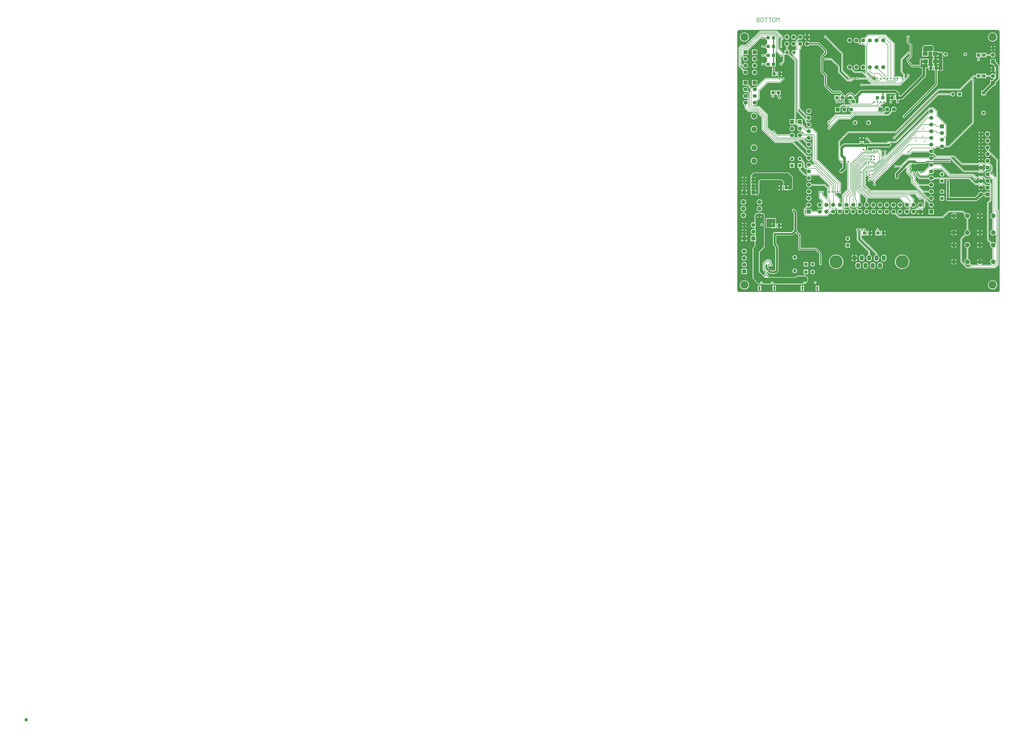
<source format=gbl>
G04 Layer_Physical_Order=2*
G04 Layer_Color=16711680*
%FSLAX24Y24*%
%MOIN*%
G70*
G01*
G75*
%ADD10C,0.0050*%
%ADD11R,0.0600X0.0600*%
%ADD13R,0.0500X0.0500*%
%ADD20R,0.0600X0.0600*%
%ADD21R,0.0500X0.0500*%
%ADD31C,0.0150*%
%ADD34C,0.0060*%
%ADD35C,0.0400*%
%ADD36C,0.0200*%
%ADD38C,0.0300*%
%ADD39C,0.0079*%
%ADD43C,0.1181*%
%ADD44C,0.0600*%
%ADD45C,0.0500*%
%ADD46C,0.0787*%
%ADD47C,0.0197*%
%ADD48R,0.0315X0.0591*%
G04:AMPARAMS|DCode=49|XSize=62mil|YSize=82mil|CornerRadius=0mil|HoleSize=0mil|Usage=FLASHONLY|Rotation=180.000|XOffset=0mil|YOffset=0mil|HoleType=Round|Shape=Octagon|*
%AMOCTAGOND49*
4,1,8,0.0155,-0.0410,-0.0155,-0.0410,-0.0310,-0.0255,-0.0310,0.0255,-0.0155,0.0410,0.0155,0.0410,0.0310,0.0255,0.0310,-0.0255,0.0155,-0.0410,0.0*
%
%ADD49OCTAGOND49*%

%ADD50O,0.0620X0.0820*%
%ADD51O,0.0600X0.0820*%
%ADD52C,0.1967*%
%ADD53R,0.0618X0.0618*%
%ADD54C,0.0618*%
%ADD55C,0.0700*%
%ADD56C,0.0472*%
%ADD57C,0.0354*%
%ADD58C,0.0591*%
%ADD59C,0.0630*%
%ADD60C,0.0240*%
%ADD61C,0.0160*%
%ADD62R,0.0750X0.0600*%
D10*
X28470Y33520D02*
G03*
X28615Y33632I0J150D01*
G01*
X28470Y33520D02*
G03*
X28615Y33632I0J150D01*
G01*
X8796Y2306D02*
G03*
X9034Y2430I24J244D01*
G01*
X4036Y2394D02*
G03*
X4069Y2361I189J156D01*
G01*
X3864Y11584D02*
G03*
X3822Y11770I-440J0D01*
G01*
X4005Y10160D02*
G03*
X4005Y10160I-245J0D01*
G01*
X10367Y1587D02*
G03*
X9971Y1390I-212J-70D01*
G01*
X10367Y1587D02*
G03*
X9971Y1390I-212J-70D01*
G01*
X5539Y1516D02*
G03*
X5131Y1390I-223J0D01*
G01*
X5539Y1516D02*
G03*
X5131Y1390I-223J0D01*
G01*
X5499D02*
G03*
X5539Y1516I-184J126D01*
G01*
X5499Y1390D02*
G03*
X5539Y1516I-184J126D01*
G01*
X3964D02*
G03*
X3556Y1390I-223J0D01*
G01*
X3925D02*
G03*
X3964Y1516I-184J126D01*
G01*
X3925Y1390D02*
G03*
X3964Y1516I-184J126D01*
G01*
D02*
G03*
X3556Y1390I-223J0D01*
G01*
X3025Y11770D02*
G03*
X3864Y11584I399J-186D01*
G01*
X2830Y9855D02*
G03*
X2931Y10130I-324J275D01*
G01*
D02*
G03*
X2830Y10405I-425J0D01*
G01*
X2931Y9130D02*
G03*
X2830Y9405I-425J0D01*
G01*
X2830Y8855D02*
G03*
X2931Y9130I-324J275D01*
G01*
Y17010D02*
G03*
X2200Y17305I-425J0D01*
G01*
Y16715D02*
G03*
X2931Y17010I306J295D01*
G01*
Y16010D02*
G03*
X2200Y16305I-425J0D01*
G01*
Y15715D02*
G03*
X2931Y16010I306J295D01*
G01*
X150Y394D02*
G03*
X394Y150I244J0D01*
G01*
X1897Y1181D02*
G03*
X1897Y1181I-716J0D01*
G01*
D02*
G03*
X1897Y1181I-716J0D01*
G01*
X1575Y4200D02*
G03*
X1575Y4200I-425J0D01*
G01*
X3204Y1284D02*
G03*
X3310Y1240I106J106D01*
G01*
X3204Y1284D02*
G03*
X3310Y1240I106J106D01*
G01*
X3556D02*
G03*
X3678Y1302I0J150D01*
G01*
X3556Y1240D02*
G03*
X3678Y1302I0J150D01*
G01*
X3556Y1240D02*
G03*
X3678Y1302I0J150D01*
G01*
Y1302D02*
G03*
X3803Y1302I63J214D01*
G01*
X3678D02*
G03*
X3803Y1302I63J214D01*
G01*
Y1302D02*
G03*
X3925Y1240I121J88D01*
G01*
X3803Y1302D02*
G03*
X3925Y1240I121J88D01*
G01*
X3803Y1302D02*
G03*
X3925Y1240I121J88D01*
G01*
X2390Y2160D02*
G03*
X2434Y2054I150J0D01*
G01*
X2390Y2160D02*
G03*
X2434Y2054I150J0D01*
G01*
X1575Y5200D02*
G03*
X1575Y5200I-425J0D01*
G01*
Y6200D02*
G03*
X1575Y6200I-425J0D01*
G01*
X1569Y9130D02*
G03*
X1569Y9130I-425J0D01*
G01*
X2434Y6776D02*
G03*
X2390Y6670I106J-106D01*
G01*
X2434Y6776D02*
G03*
X2390Y6670I106J-106D01*
G01*
X2680Y9518D02*
G03*
X2680Y8742I-174J-388D01*
G01*
X5131Y1240D02*
G03*
X5252Y1302I0J150D01*
G01*
X5131Y1240D02*
G03*
X5252Y1302I0J150D01*
G01*
X5131Y1240D02*
G03*
X5252Y1302I0J150D01*
G01*
X5378D02*
G03*
X5499Y1240I121J88D01*
G01*
X4163Y2787D02*
G03*
X3998Y2644I62J-237D01*
G01*
X4741Y2370D02*
G03*
X4820Y2550I-166J180D01*
G01*
D02*
G03*
X4603Y2793I-245J0D01*
G01*
X3885Y3446D02*
G03*
X3930Y3337I155J0D01*
G01*
X3885Y3446D02*
G03*
X3930Y3337I155J0D01*
G01*
X4845Y2886D02*
G03*
X5040Y2805I195J194D01*
G01*
X4846Y2886D02*
G03*
X5040Y2805I194J194D01*
G01*
X5252Y1302D02*
G03*
X5378Y1302I63J214D01*
G01*
X5252D02*
G03*
X5378Y1302I63J214D01*
G01*
Y1302D02*
G03*
X5499Y1240I121J88D01*
G01*
X5378Y1302D02*
G03*
X5499Y1240I121J88D01*
G01*
X5730Y2805D02*
G03*
X5924Y2886I0J275D01*
G01*
X5730Y2805D02*
G03*
X5925Y2886I0J275D01*
G01*
X6204Y3166D02*
G03*
X6285Y3360I-194J194D01*
G01*
X6204Y3165D02*
G03*
X6285Y3360I-194J195D01*
G01*
X8811Y2455D02*
G03*
X8690Y2412I-15J-149D01*
G01*
X8811Y2455D02*
G03*
X8690Y2412I-15J-149D01*
G01*
X8811Y2455D02*
G03*
X8903Y2503I9J95D01*
G01*
X9034Y2580D02*
G03*
X8903Y2503I0J-150D01*
G01*
X9034Y2580D02*
G03*
X8903Y2503I0J-150D01*
G01*
X9055Y3290D02*
G03*
X9055Y3290I-375J0D01*
G01*
X4705Y3919D02*
G03*
X5012Y3983I115J216D01*
G01*
X5012D02*
G03*
X5445Y4140I188J157D01*
G01*
X3930Y4513D02*
G03*
X3885Y4404I110J-110D01*
G01*
X3930Y4513D02*
G03*
X3885Y4404I110J-110D01*
G01*
X4496Y5015D02*
G03*
X4387Y4970I0J-155D01*
G01*
X4496Y5015D02*
G03*
X4387Y4970I0J-155D01*
G01*
X5038D02*
G03*
X4929Y5015I-110J-110D01*
G01*
X5038Y4970D02*
G03*
X4929Y5015I-110J-110D01*
G01*
X5445Y4140D02*
G03*
X5230Y4383I-245J0D01*
G01*
Y4714D02*
G03*
X5185Y4823I-155J0D01*
G01*
X5230Y4714D02*
G03*
X5185Y4823I-155J0D01*
G01*
X4166Y6774D02*
G03*
X4210Y6880I-106J106D01*
G01*
X4166Y6774D02*
G03*
X4210Y6880I-106J106D01*
G01*
X5395Y7250D02*
G03*
X5476Y7055I275J0D01*
G01*
X5395Y7250D02*
G03*
X5476Y7056I275J0D01*
G01*
X5670Y9085D02*
G03*
X5395Y8810I0J-275D01*
G01*
X5670Y9085D02*
G03*
X5395Y8810I0J-275D01*
G01*
X6285Y6910D02*
G03*
X6204Y7105I-275J0D01*
G01*
X6285Y6910D02*
G03*
X6204Y7104I-275J0D01*
G01*
X9055Y5290D02*
G03*
X9055Y5290I-375J0D01*
G01*
X9210Y6662D02*
G03*
X9552Y6320I200J-142D01*
G01*
X8310Y8535D02*
G03*
X8504Y8616I0J275D01*
G01*
X8310Y8535D02*
G03*
X8505Y8616I0J275D01*
G01*
X9610Y8630D02*
G03*
X9551Y8771I-200J0D01*
G01*
X9610Y8630D02*
G03*
X9551Y8772I-200J0D01*
G01*
X1569Y10130D02*
G03*
X1569Y10130I-425J0D01*
G01*
X1456Y11588D02*
G03*
X1456Y11588I-440J0D01*
G01*
X2680Y10518D02*
G03*
X2680Y9742I-174J-388D01*
G01*
X2724Y11746D02*
G03*
X2680Y11640I106J-106D01*
G01*
X2724Y11746D02*
G03*
X2680Y11640I106J-106D01*
G01*
X2960Y11920D02*
G03*
X2854Y11876I0J-150D01*
G01*
X2960Y11920D02*
G03*
X2854Y11876I0J-150D01*
G01*
X3111Y11893D02*
G03*
X3025Y11920I-86J-123D01*
G01*
X3111Y11893D02*
G03*
X3025Y11920I-86J-123D01*
G01*
X1456Y12572D02*
G03*
X1456Y12572I-440J0D01*
G01*
Y13556D02*
G03*
X1456Y13556I-440J0D01*
G01*
X2801Y14585D02*
G03*
X2931Y14510I130J75D01*
G01*
X2801Y14585D02*
G03*
X2931Y14510I130J75D01*
G01*
X3864Y12568D02*
G03*
X3864Y12568I-440J0D01*
G01*
X3864Y13552D02*
G03*
X3864Y13552I-440J0D01*
G01*
X3030Y14510D02*
G03*
X3136Y14554I0J150D01*
G01*
X3030Y14510D02*
G03*
X3136Y14554I0J150D01*
G01*
X2050Y15435D02*
G03*
X2081Y15344I150J0D01*
G01*
X2050Y15435D02*
G03*
X2081Y15344I150J0D01*
G01*
X1569Y16010D02*
G03*
X1569Y16010I-425J0D01*
G01*
Y17010D02*
G03*
X1569Y17010I-425J0D01*
G01*
X2094Y17546D02*
G03*
X2050Y17440I106J-106D01*
G01*
X2117Y15840D02*
G03*
X2050Y15715I83J-125D01*
G01*
X2117Y15840D02*
G03*
X2050Y15715I83J-125D01*
G01*
Y16305D02*
G03*
X2117Y16180I150J0D01*
G01*
D02*
G03*
X2117Y15840I389J-170D01*
G01*
Y16840D02*
G03*
X2050Y16715I83J-125D01*
G01*
X2117Y16840D02*
G03*
X2050Y16715I83J-125D01*
G01*
X2117Y17180D02*
G03*
X2117Y16840I389J-170D01*
G01*
X2050Y16305D02*
G03*
X2117Y16180I150J0D01*
G01*
X2050Y17305D02*
G03*
X2117Y17180I150J0D01*
G01*
X2050Y17305D02*
G03*
X2117Y17180I150J0D01*
G01*
X2094Y17546D02*
G03*
X2050Y17440I106J-106D01*
G01*
X2610Y18000D02*
G03*
X2504Y17956I0J-150D01*
G01*
X2610Y18000D02*
G03*
X2504Y17956I0J-150D01*
G01*
X3120Y19701D02*
G03*
X3120Y19701I-519J0D01*
G01*
Y21670D02*
G03*
X3120Y21670I-519J0D01*
G01*
X3855Y10160D02*
G03*
X3855Y10160I-95J0D01*
G01*
X3736Y11893D02*
G03*
X3111Y11893I-313J-309D01*
G01*
X3822Y11920D02*
G03*
X3736Y11893I0J-150D01*
G01*
X3822Y11920D02*
G03*
X3736Y11893I0J-150D01*
G01*
X4210Y11640D02*
G03*
X4161Y11751I-150J0D01*
G01*
X4036Y11876D02*
G03*
X3930Y11920I-106J-106D01*
G01*
X4036Y11876D02*
G03*
X3930Y11920I-106J-106D01*
G01*
X4330Y9810D02*
G03*
X4480Y9660I150J0D01*
G01*
X4330Y9810D02*
G03*
X4480Y9660I150J0D01*
G01*
Y11190D02*
G03*
X4330Y11040I0J-150D01*
G01*
X4480Y11190D02*
G03*
X4330Y11040I0J-150D01*
G01*
X5910D02*
G03*
X5760Y11190I-150J0D01*
G01*
X5910Y11040D02*
G03*
X5760Y11190I-150J0D01*
G01*
X3356Y14774D02*
G03*
X3400Y14880I-106J106D01*
G01*
X3356Y14774D02*
G03*
X3400Y14880I-106J106D01*
G01*
X8684Y12494D02*
G03*
X8296Y12106I-194J-194D01*
G01*
X9045Y12020D02*
G03*
X8964Y12215I-275J0D01*
G01*
X9045Y12020D02*
G03*
X8964Y12214I-275J0D01*
G01*
X8130Y15320D02*
G03*
X8236Y15364I0J150D01*
G01*
X8130Y15320D02*
G03*
X8236Y15364I0J150D01*
G01*
X6987Y15946D02*
G03*
X7037Y15915I103J109D01*
G01*
X6987Y15946D02*
G03*
X7037Y15915I103J109D01*
G01*
X6708Y18000D02*
G03*
X6492Y18000I-108J-220D01*
G01*
X6965Y16513D02*
G03*
X6940Y16430I125J-83D01*
G01*
X6965Y16513D02*
G03*
X6940Y16430I125J-83D01*
G01*
X7786Y17956D02*
G03*
X7680Y18000I-106J-106D01*
G01*
X7786Y17956D02*
G03*
X7680Y18000I-106J-106D01*
G01*
X8272Y15400D02*
G03*
X8420Y15550I-2J150D01*
G01*
X8272Y15400D02*
G03*
X8420Y15550I-2J150D01*
G01*
Y17260D02*
G03*
X8376Y17366I-150J0D01*
G01*
X8420Y17260D02*
G03*
X8376Y17366I-150J0D01*
G01*
X9285Y18370D02*
G03*
X9330Y18260I155J0D01*
G01*
X9285Y18370D02*
G03*
X9330Y18260I155J0D01*
G01*
X8665Y20010D02*
G03*
X8665Y20010I-375J0D01*
G01*
X9815Y20020D02*
G03*
X9572Y19669I-375J0D01*
G01*
X9791Y19888D02*
G03*
X9815Y20020I-351J132D01*
G01*
X9971Y1240D02*
G03*
X10092Y1302I0J150D01*
G01*
X9971Y1240D02*
G03*
X10092Y1302I0J150D01*
G01*
X9971Y1240D02*
G03*
X10092Y1302I0J150D01*
G01*
Y1302D02*
G03*
X10364Y1437I63J214D01*
G01*
X10092Y1302D02*
G03*
X10364Y1437I63J214D01*
G01*
X10364Y1437D02*
G03*
X10473Y1481I3J150D01*
G01*
X10426Y2536D02*
G03*
X10320Y2580I-106J-106D01*
G01*
X10364Y1437D02*
G03*
X10473Y1481I3J150D01*
G01*
X10364Y1437D02*
G03*
X10473Y1481I3J150D01*
G01*
X10426Y2536D02*
G03*
X10320Y2580I-106J-106D01*
G01*
X10646Y1654D02*
G03*
X10690Y1760I-106J106D01*
G01*
X10646Y1654D02*
G03*
X10690Y1760I-106J106D01*
G01*
Y2210D02*
G03*
X10646Y2316I-150J0D01*
G01*
X10690Y2210D02*
G03*
X10646Y2316I-150J0D01*
G01*
X11953Y1516D02*
G03*
X11953Y1516I-223J0D01*
G01*
D02*
G03*
X11953Y1516I-223J0D01*
G01*
X11715Y3110D02*
G03*
X11715Y3110I-375J0D01*
G01*
Y4270D02*
G03*
X11715Y4270I-375J0D01*
G01*
X12310Y4482D02*
G03*
X12755Y4340I200J-142D01*
G01*
X10260Y11430D02*
G03*
X10370Y11385I110J110D01*
G01*
X10260Y11430D02*
G03*
X10370Y11385I110J110D01*
G01*
X9965Y11790D02*
G03*
X10010Y11680I155J0D01*
G01*
X9965Y11790D02*
G03*
X10010Y11680I155J0D01*
G01*
X12002Y6661D02*
G03*
X11860Y6720I-142J-141D01*
G01*
X12001Y6661D02*
G03*
X11860Y6720I-141J-141D01*
G01*
X12755Y4340D02*
G03*
X12710Y4482I-245J0D01*
G01*
Y5870D02*
G03*
X12651Y6012I-200J0D01*
G01*
X12710Y5870D02*
G03*
X12651Y6011I-200J0D01*
G01*
X15965Y4632D02*
G03*
X15965Y4632I-1108J0D01*
G01*
X17705Y3974D02*
G03*
X18575Y3974I435J0D01*
G01*
Y4174D02*
G03*
X17705Y4174I-435J0D01*
G01*
X18796Y3974D02*
G03*
X19666Y3974I435J0D01*
G01*
Y4174D02*
G03*
X18796Y4174I-435J0D01*
G01*
X18246Y5091D02*
G03*
X19116Y5091I435J0D01*
G01*
Y5291D02*
G03*
X18246Y5291I-435J0D01*
G01*
X19338Y5091D02*
G03*
X20208Y5091I435J0D01*
G01*
X19618Y5697D02*
G03*
X19338Y5291I155J-406D01*
G01*
X16955Y8100D02*
G03*
X16955Y8100I-375J0D01*
G01*
X13470Y11385D02*
G03*
X13580Y11430I0J155D01*
G01*
X13470Y11385D02*
G03*
X13580Y11430I0J155D01*
G01*
X17905Y7910D02*
G03*
X17950Y7800I155J0D01*
G01*
X17905Y7910D02*
G03*
X17950Y7800I155J0D01*
G01*
X18305Y9430D02*
G03*
X17905Y9240I-245J0D01*
G01*
X18215D02*
G03*
X18305Y9430I-155J190D01*
G01*
X14035Y11886D02*
G03*
X14834Y12120I365J234D01*
G01*
X18405Y8180D02*
G03*
X18450Y8070I155J0D01*
G01*
X18405Y8180D02*
G03*
X18450Y8070I155J0D01*
G01*
X18805Y9430D02*
G03*
X18405Y9240I-245J0D01*
G01*
X18764Y9295D02*
G03*
X18805Y9430I-204J135D01*
G01*
X19305D02*
G03*
X18856Y9295I-245J0D01*
G01*
X19264D02*
G03*
X19305Y9430I-204J135D01*
G01*
X10010Y12570D02*
G03*
X9965Y12460I110J-110D01*
G01*
X10010Y12570D02*
G03*
X9965Y12460I110J-110D01*
G01*
X10610Y12731D02*
G03*
X11205Y13120I170J389D01*
G01*
D02*
G03*
X10391Y12950I-425J0D01*
G01*
X11205Y14120D02*
G03*
X11205Y14120I-425J0D01*
G01*
X12577Y12516D02*
G03*
X11995Y12275I-177J-396D01*
G01*
X12725Y13408D02*
G03*
X12725Y12832I-325J-288D01*
G01*
X12255Y14150D02*
G03*
X12300Y14040I155J0D01*
G01*
X12255Y14150D02*
G03*
X12300Y14040I155J0D01*
G01*
X11205Y15120D02*
G03*
X11205Y15120I-425J0D01*
G01*
X11176Y16275D02*
G03*
X11176Y15965I-396J-155D01*
G01*
X12605Y15199D02*
G03*
X12255Y14861I-195J-149D01*
G01*
X9895Y18800D02*
G03*
X9940Y18690I155J0D01*
G01*
X9895Y18800D02*
G03*
X9940Y18690I155J0D01*
G01*
X10090Y17500D02*
G03*
X10200Y17455I110J110D01*
G01*
X10090Y17500D02*
G03*
X10200Y17455I110J110D01*
G01*
X10495Y18435D02*
G03*
X10546Y17765I285J-315D01*
G01*
X10150Y18480D02*
G03*
X10260Y18435I110J110D01*
G01*
X10150Y18480D02*
G03*
X10260Y18435I110J110D01*
G01*
X10205Y19410D02*
G03*
X10160Y19520I-155J0D01*
G01*
X10205Y19410D02*
G03*
X10160Y19520I-155J0D01*
G01*
X10518Y17455D02*
G03*
X11205Y17120I262J-335D01*
G01*
D02*
G03*
X11042Y17455I-425J0D01*
G01*
X11176Y19275D02*
G03*
X10580Y18745I-396J-155D01*
G01*
X11235Y19700D02*
G03*
X11280Y19590I155J0D01*
G01*
X11235Y19700D02*
G03*
X11280Y19590I155J0D01*
G01*
X10391Y20290D02*
G03*
X11205Y20120I389J-170D01*
G01*
D02*
G03*
X10610Y20509I-425J0D01*
G01*
X10391Y21290D02*
G03*
X11205Y21120I389J-170D01*
G01*
D02*
G03*
X10610Y21509I-425J0D01*
G01*
X14834Y12120D02*
G03*
X14663Y12465I-434J0D01*
G01*
X15004Y12297D02*
G03*
X15834Y12120I396J-177D01*
G01*
X15660Y13468D02*
G03*
X15555Y13525I-260J-348D01*
G01*
X15834Y12120D02*
G03*
X15796Y12297I-434J0D01*
G01*
X16705Y12660D02*
G03*
X16750Y12550I155J0D01*
G01*
X16705Y12660D02*
G03*
X16750Y12550I155J0D01*
G01*
X16135Y12776D02*
G03*
X16705Y12811I265J344D01*
G01*
X12946Y14850D02*
G03*
X13036Y15040I-155J190D01*
G01*
X14887Y14892D02*
G03*
X15263Y14892I188J158D01*
G01*
X15555Y13950D02*
G03*
X15510Y14060I-155J0D01*
G01*
X15555Y13950D02*
G03*
X15510Y14060I-155J0D01*
G01*
X15705Y14725D02*
G03*
X15660Y14615I110J-110D01*
G01*
X15705Y14725D02*
G03*
X15660Y14615I110J-110D01*
G01*
X15263Y14892D02*
G03*
X15695Y15050I188J158D01*
G01*
X16004Y12297D02*
G03*
X16834Y12120I396J-177D01*
G01*
D02*
G03*
X16223Y12516I-434J0D01*
G01*
X17004Y12297D02*
G03*
X17834Y12120I396J-177D01*
G01*
D02*
G03*
X17223Y12516I-434J0D01*
G01*
X17715Y12650D02*
G03*
X17760Y12540I155J0D01*
G01*
X17715Y12650D02*
G03*
X17760Y12540I155J0D01*
G01*
X18834Y12120D02*
G03*
X18223Y12516I-434J0D01*
G01*
X18004Y12297D02*
G03*
X18834Y12120I396J-177D01*
G01*
X19834D02*
G03*
X19834Y12120I-434J0D01*
G01*
X17015Y12920D02*
G03*
X17715Y12821I385J200D01*
G01*
X18025Y12901D02*
G03*
X18834Y13120I375J219D01*
G01*
D02*
G03*
X18555Y13525I-434J0D01*
G01*
X19245D02*
G03*
X19834Y13120I155J-405D01*
G01*
X13036Y15040D02*
G03*
X12605Y15199I-245J0D01*
G01*
X13250Y16230D02*
G03*
X13140Y16275I-110J-110D01*
G01*
X14855Y14860D02*
G03*
X14887Y14892I-155J190D01*
G01*
X13250Y16230D02*
G03*
X13140Y16275I-110J-110D01*
G01*
X15605Y16400D02*
G03*
X15560Y16510I-155J0D01*
G01*
X15605Y16400D02*
G03*
X15560Y16510I-155J0D01*
G01*
X15135Y19968D02*
G03*
X15180Y19858I155J0D01*
G01*
X15135Y19968D02*
G03*
X15180Y19858I155J0D01*
G01*
X15695Y15050D02*
G03*
X15605Y15240I-245J0D01*
G01*
X15390Y18380D02*
G03*
X15850Y17920I230J-230D01*
G01*
X15434Y19605D02*
G03*
X15775Y19355I244J-25D01*
G01*
X16330Y18400D02*
G03*
X16425Y18630I-230J230D01*
G01*
X16330Y18400D02*
G03*
X16425Y18630I-230J230D01*
G01*
X19305Y17368D02*
G03*
X19615Y17456I104J222D01*
G01*
X16425Y19446D02*
G03*
X16475Y19390I205J134D01*
G01*
X1179Y27616D02*
G03*
X1224Y27507I155J0D01*
G01*
X1179Y27616D02*
G03*
X1224Y27507I155J0D01*
G01*
X1720Y27010D02*
G03*
X1830Y26965I110J110D01*
G01*
X1720Y27010D02*
G03*
X1830Y26965I110J110D01*
G01*
X1605Y28707D02*
G03*
X1179Y27984I-271J-327D01*
G01*
X1759Y29380D02*
G03*
X1504Y28991I-425J0D01*
G01*
X3120Y24440D02*
G03*
X3120Y24440I-519J0D01*
G01*
Y26409D02*
G03*
X3120Y26409I-519J0D01*
G01*
X2563Y27976D02*
G03*
X3121Y28380I133J404D01*
G01*
D02*
G03*
X3086Y28550I-425J0D01*
G01*
X1759Y30380D02*
G03*
X1504Y29991I-425J0D01*
G01*
X1723Y29210D02*
G03*
X1759Y29380I-389J170D01*
G01*
X1723Y30210D02*
G03*
X1759Y30380I-389J170D01*
G01*
X941Y33100D02*
G03*
X1755Y32930I389J-170D01*
G01*
D02*
G03*
X1160Y33319I-425J0D01*
G01*
X2325Y30588D02*
G03*
X2290Y30643I-145J-54D01*
G01*
X2325Y30588D02*
G03*
X2290Y30643I-145J-54D01*
G01*
X2866Y30769D02*
G03*
X2325Y30588I-170J-389D01*
G01*
X3121Y32930D02*
G03*
X3121Y32930I-425J0D01*
G01*
X5600Y22420D02*
G03*
X5710Y22375I110J110D01*
G01*
X5600Y22420D02*
G03*
X5710Y22375I110J110D01*
G01*
X3725Y24360D02*
G03*
X3770Y24250I155J0D01*
G01*
X3725Y24360D02*
G03*
X3770Y24250I155J0D01*
G01*
X5775Y24070D02*
G03*
X5299Y24151I-245J0D01*
G01*
X4705Y26570D02*
G03*
X4660Y26680I-155J0D01*
G01*
X4705Y26570D02*
G03*
X4660Y26680I-155J0D01*
G01*
X8715Y23530D02*
G03*
X7894Y23685I-425J0D01*
G01*
X8630Y23275D02*
G03*
X8715Y23530I-340J255D01*
G01*
Y24530D02*
G03*
X8715Y24530I-425J0D01*
G01*
X8980Y24920D02*
G03*
X9090Y24875I110J110D01*
G01*
X8980Y24920D02*
G03*
X9090Y24875I110J110D01*
G01*
X9192D02*
G03*
X9510Y24111I248J-345D01*
G01*
X8935Y27090D02*
G03*
X8980Y26980I155J0D01*
G01*
X8935Y27090D02*
G03*
X8980Y26980I155J0D01*
G01*
X3460Y27880D02*
G03*
X3350Y27925I-110J-110D01*
G01*
X3460Y27880D02*
G03*
X3350Y27925I-110J-110D01*
G01*
X3430Y28894D02*
G03*
X3475Y29004I-110J110D01*
G01*
X3430Y28894D02*
G03*
X3475Y29004I-110J110D01*
G01*
X5240Y29525D02*
G03*
X5675Y29370I190J-155D01*
G01*
D02*
G03*
X5620Y29525I-245J0D01*
G01*
X6030Y29325D02*
G03*
X6089Y29184I200J0D01*
G01*
X6030Y29325D02*
G03*
X6089Y29184I200J0D01*
G01*
X4276Y32115D02*
G03*
X4167Y32070I0J-155D01*
G01*
X4276Y32115D02*
G03*
X4167Y32070I0J-155D01*
G01*
X5312Y33492D02*
G03*
X5312Y33268I218J-112D01*
G01*
X5712Y33216D02*
G03*
X5775Y33380I-182J164D01*
G01*
X6189Y29084D02*
G03*
X6675Y29125I241J41D01*
G01*
D02*
G03*
X6471Y29367I-245J0D01*
G01*
X6450Y31325D02*
G03*
X6560Y31370I0J155D01*
G01*
X6450Y31325D02*
G03*
X6560Y31370I0J155D01*
G01*
X6675Y31960D02*
G03*
X6240Y32115I-245J0D01*
G01*
X6672Y31921D02*
G03*
X6675Y31960I-242J39D01*
G01*
X6905Y31716D02*
G03*
X7175Y31960I25J244D01*
G01*
D02*
G03*
X6686Y31935I-245J0D01*
G01*
X235Y33870D02*
G03*
X280Y33760I155J0D01*
G01*
X235Y33870D02*
G03*
X280Y33760I155J0D01*
G01*
X720Y33820D02*
G03*
X830Y33775I110J110D01*
G01*
X720Y33820D02*
G03*
X830Y33775I110J110D01*
G01*
X934D02*
G03*
X1755Y33930I396J155D01*
G01*
D02*
G03*
X934Y34085I-425J0D01*
G01*
X941Y35100D02*
G03*
X1755Y34930I389J-170D01*
G01*
D02*
G03*
X1160Y35319I-425J0D01*
G01*
X3121Y33930D02*
G03*
X3121Y33930I-425J0D01*
G01*
X4093Y34298D02*
G03*
X4093Y33988I-190J-155D01*
G01*
X3121Y34930D02*
G03*
X3121Y34930I-425J0D01*
G01*
X4093Y35618D02*
G03*
X4093Y35308I-190J-155D01*
G01*
X280Y36680D02*
G03*
X235Y36570I110J-110D01*
G01*
X280Y36680D02*
G03*
X235Y36570I110J-110D01*
G01*
X730Y37065D02*
G03*
X620Y37020I0J-155D01*
G01*
X730Y37065D02*
G03*
X620Y37020I0J-155D01*
G01*
X1897Y38189D02*
G03*
X1897Y38189I-716J0D01*
G01*
D02*
G03*
X1897Y38189I-716J0D01*
G01*
X394Y39220D02*
G03*
X150Y38976I0J-244D01*
G01*
X4093Y36938D02*
G03*
X4093Y36628I-190J-155D01*
G01*
X3669Y38030D02*
G03*
X4093Y37948I234J73D01*
G01*
X3510Y39155D02*
G03*
X3400Y39110I0J-155D01*
G01*
X3510Y39155D02*
G03*
X3400Y39110I0J-155D01*
G01*
X5775Y33380D02*
G03*
X5712Y33544I-245J0D01*
G01*
X6650Y34387D02*
G03*
X6870Y34143I-25J-244D01*
G01*
X6382Y35488D02*
G03*
X6870Y35463I244J-25D01*
G01*
D02*
G03*
X6823Y35607I-245J0D01*
G01*
X6470Y36973D02*
G03*
X6870Y36783I155J-190D01*
G01*
X7140Y34438D02*
G03*
X7185Y34548I-110J110D01*
G01*
X7140Y34438D02*
G03*
X7185Y34548I-110J110D01*
G01*
X8925Y34660D02*
G03*
X8880Y34770I-155J0D01*
G01*
X8375Y35340D02*
G03*
X8420Y35230I155J0D01*
G01*
X8375Y35340D02*
G03*
X8420Y35230I155J0D01*
G01*
X8925Y34660D02*
G03*
X8880Y34770I-155J0D01*
G01*
X8662Y36251D02*
G03*
X8375Y35559I-132J-351D01*
G01*
X6870Y36783D02*
G03*
X6780Y36973I-245J0D01*
G01*
X6516Y37725D02*
G03*
X6470Y37615I110J-110D01*
G01*
X6516Y37725D02*
G03*
X6470Y37615I110J-110D01*
G01*
X6980Y37750D02*
G03*
X7025Y37860I-110J110D01*
G01*
X6980Y37750D02*
G03*
X7025Y37860I-110J110D01*
G01*
X6180Y39110D02*
G03*
X6070Y39155I-110J-110D01*
G01*
X6180Y39110D02*
G03*
X6070Y39155I-110J-110D01*
G01*
X6389Y38128D02*
G03*
X6649Y37859I244J-25D01*
G01*
X7025Y38200D02*
G03*
X6980Y38310I-155J0D01*
G01*
X7025Y38200D02*
G03*
X6980Y38310I-155J0D01*
G01*
X7675Y36794D02*
G03*
X7945Y37190I-155J396D01*
G01*
D02*
G03*
X7365Y36794I-425J0D01*
G01*
X8855Y37452D02*
G03*
X8855Y36928I-335J-262D01*
G01*
X8900Y37790D02*
G03*
X8855Y37680I110J-110D01*
G01*
X8900Y37790D02*
G03*
X8855Y37680I110J-110D01*
G01*
X7945Y38190D02*
G03*
X7945Y38190I-425J0D01*
G01*
X8945D02*
G03*
X8945Y38190I-425J0D01*
G01*
X9836Y23685D02*
G03*
X9100Y23275I-396J-155D01*
G01*
X10182Y25563D02*
G03*
X10228Y25453I155J0D01*
G01*
X10182Y25563D02*
G03*
X10228Y25453I155J0D01*
G01*
X10391Y25290D02*
G03*
X11205Y25120I389J-170D01*
G01*
X10391Y22290D02*
G03*
X11205Y22120I389J-170D01*
G01*
D02*
G03*
X10610Y22509I-425J0D01*
G01*
X10384Y22965D02*
G03*
X11205Y23120I396J155D01*
G01*
D02*
G03*
X11120Y23375I-425J0D01*
G01*
X12065Y23880D02*
G03*
X12020Y23990I-155J0D01*
G01*
X12065Y23880D02*
G03*
X12020Y23990I-155J0D01*
G01*
X11380Y24630D02*
G03*
X11270Y24675I-110J-110D01*
G01*
X11380Y24630D02*
G03*
X11270Y24675I-110J-110D01*
G01*
X11205Y25120D02*
G03*
X10610Y25509I-425J0D01*
G01*
X13815Y24814D02*
G03*
X14035Y24570I-25J-244D01*
G01*
X13649Y25327D02*
G03*
X13919Y24918I131J-207D01*
G01*
X13795Y25784D02*
G03*
X13649Y25327I-25J-244D01*
G01*
X10492Y25807D02*
G03*
X11205Y26120I288J313D01*
G01*
X10391Y26290D02*
G03*
X10363Y26036I389J-170D01*
G01*
X11205Y26120D02*
G03*
X10610Y26509I-425J0D01*
G01*
X11205Y27120D02*
G03*
X11205Y27120I-425J0D01*
G01*
X13045Y30940D02*
G03*
X13111Y30781I225J0D01*
G01*
X13045Y30940D02*
G03*
X13111Y30781I225J0D01*
G01*
X14820Y26745D02*
G03*
X14710Y26700I0J-155D01*
G01*
X14820Y26745D02*
G03*
X14710Y26700I0J-155D01*
G01*
X14813Y28690D02*
G03*
X15213Y28500I155J-190D01*
G01*
X14091Y29801D02*
G03*
X14250Y29735I159J159D01*
G01*
X14091Y29801D02*
G03*
X14250Y29735I159J159D01*
G01*
X16060Y22325D02*
G03*
X15830Y22230I0J-325D01*
G01*
X16060Y22325D02*
G03*
X15830Y22230I0J-325D01*
G01*
X15180Y22690D02*
G03*
X15135Y22580I110J-110D01*
G01*
X15180Y22690D02*
G03*
X15135Y22580I110J-110D01*
G01*
X16680Y24125D02*
G03*
X16570Y24080I0J-155D01*
G01*
X16680Y24125D02*
G03*
X16570Y24080I0J-155D01*
G01*
X16980Y25875D02*
G03*
X17090Y25920I0J155D01*
G01*
X16980Y25875D02*
G03*
X17090Y25920I0J155D01*
G01*
X18065Y25410D02*
G03*
X18065Y25410I-375J0D01*
G01*
X19350Y22355D02*
G03*
X19214Y22325I0J-325D01*
G01*
X19350Y22355D02*
G03*
X19214Y22325I0J-325D01*
G01*
X19695Y23030D02*
G03*
X19475Y22786I-245J0D01*
G01*
X20065Y25410D02*
G03*
X20065Y25410I-375J0D01*
G01*
X15740Y28165D02*
G03*
X15630Y28120I0J-155D01*
G01*
X15740Y28165D02*
G03*
X15630Y28120I0J-155D01*
G01*
X15213Y28500D02*
G03*
X15123Y28690I-245J0D01*
G01*
X15713Y28500D02*
G03*
X15713Y28500I-245J0D01*
G01*
X15361Y29735D02*
G03*
X15417Y29719I97J225D01*
G01*
X15699Y30001D02*
G03*
X15361Y30185I-241J-41D01*
G01*
X16213Y28500D02*
G03*
X16213Y28500I-245J0D01*
G01*
X15968Y29650D02*
G03*
X15909Y29791I-200J0D01*
G01*
X15968Y29650D02*
G03*
X15909Y29792I-200J0D01*
G01*
X16151Y28942D02*
G03*
X16293Y29000I0J200D01*
G01*
X16151Y28942D02*
G03*
X16293Y29000I0J200D01*
G01*
X16250Y27739D02*
G03*
X16505Y27350I-170J-389D01*
G01*
D02*
G03*
X16469Y27520I-425J0D01*
G01*
X16818Y27685D02*
G03*
X17096Y26925I262J-335D01*
G01*
X17213Y28500D02*
G03*
X16993Y28256I-245J0D01*
G01*
X17643Y28500D02*
G03*
X17677Y28355I325J0D01*
G01*
X16740Y29930D02*
G03*
X16598Y29871I0J-200D01*
G01*
X16740Y29930D02*
G03*
X16599Y29871I0J-200D01*
G01*
X17321D02*
G03*
X17179Y29930I-141J-141D01*
G01*
X17321Y29871D02*
G03*
X17179Y29930I-142J-141D01*
G01*
X18647Y30345D02*
G03*
X18417Y30250I0J-325D01*
G01*
X18647Y30345D02*
G03*
X18417Y30250I0J-325D01*
G01*
X18810Y31195D02*
G03*
X18810Y30885I-190J-155D01*
G01*
X12505Y33042D02*
G03*
X12571Y32883I225J0D01*
G01*
X12505Y33042D02*
G03*
X12571Y32883I225J0D01*
G01*
Y35441D02*
G03*
X12505Y35282I159J-159D01*
G01*
X12571Y35441D02*
G03*
X12505Y35282I159J-159D01*
G01*
X13515Y32502D02*
G03*
X13361Y32730I-245J0D01*
G01*
X13495Y32405D02*
G03*
X13515Y32502I-225J97D01*
G01*
X13460Y35047D02*
G03*
X13460Y34737I-190J-155D01*
G01*
X13361Y35594D02*
G03*
X13515Y35822I-91J228D01*
G01*
X14248Y35002D02*
G03*
X14138Y35047I-110J-110D01*
G01*
X14248Y35002D02*
G03*
X14138Y35047I-110J-110D01*
G01*
X9630Y36410D02*
G03*
X9675Y36520I-110J110D01*
G01*
X9630Y36410D02*
G03*
X9675Y36520I-110J110D01*
G01*
X9945Y37190D02*
G03*
X9165Y37424I-425J0D01*
G01*
X9675Y36794D02*
G03*
X9945Y37190I-155J396D01*
G01*
X10881Y37415D02*
G03*
X10881Y36965I-361J-225D01*
G01*
X12419Y37349D02*
G03*
X12260Y37415I-159J-159D01*
G01*
X12419Y37349D02*
G03*
X12260Y37415I-159J-159D01*
G01*
X9350Y37801D02*
G03*
X9945Y38190I170J389D01*
G01*
D02*
G03*
X9131Y38020I-425J0D01*
G01*
X13495Y36180D02*
G03*
X13429Y36339I-225J0D01*
G01*
X13515Y35822D02*
G03*
X13495Y35919I-245J0D01*
G01*
Y36180D02*
G03*
X13429Y36339I-225J0D01*
G01*
X13515Y38212D02*
G03*
X13295Y37968I-245J0D01*
G01*
X17176Y31545D02*
G03*
X17286Y31590I0J155D01*
G01*
X17176Y31545D02*
G03*
X17286Y31590I0J155D01*
G01*
X16410D02*
G03*
X16520Y31545I110J110D01*
G01*
X16410Y31590D02*
G03*
X16520Y31545I110J110D01*
G01*
X16724Y32003D02*
G03*
X16756Y31855I244J-25D01*
G01*
X17213Y31978D02*
G03*
X16943Y32222I-245J0D01*
G01*
X15095Y32970D02*
G03*
X15140Y32860I155J0D01*
G01*
X15095Y32970D02*
G03*
X15140Y32860I155J0D01*
G01*
X15605Y33186D02*
G03*
X15650Y33076I155J0D01*
G01*
X15605Y33186D02*
G03*
X15650Y33076I155J0D01*
G01*
X17290Y33700D02*
G03*
X17037Y33314I-420J0D01*
G01*
X17443Y31748D02*
G03*
X17713Y31992I25J244D01*
G01*
D02*
G03*
X17224Y31967I-245J0D01*
G01*
X18158Y32147D02*
G03*
X18158Y31837I-190J-155D01*
G01*
X17520Y32830D02*
G03*
X17630Y32785I110J110D01*
G01*
X17520Y32830D02*
G03*
X17630Y32785I110J110D01*
G01*
X18290Y33700D02*
G03*
X18290Y33700I-420J0D01*
G01*
X18890Y33050D02*
G03*
X18780Y33095I-110J-110D01*
G01*
X18890Y33050D02*
G03*
X18780Y33095I-110J-110D01*
G01*
X19155Y34009D02*
G03*
X19155Y33391I-285J-309D01*
G01*
X15405Y33780D02*
G03*
X15360Y33890I-155J0D01*
G01*
X15405Y33780D02*
G03*
X15360Y33890I-155J0D01*
G01*
X15915Y35722D02*
G03*
X15870Y35832I-155J0D01*
G01*
X15915Y35722D02*
G03*
X15870Y35832I-155J0D01*
G01*
X17256Y33533D02*
G03*
X17290Y33700I-386J167D01*
G01*
Y37700D02*
G03*
X17290Y37700I-420J0D01*
G01*
X18260Y37090D02*
G03*
X18370Y37045I110J110D01*
G01*
X18260Y37090D02*
G03*
X18370Y37045I110J110D01*
G01*
X18290Y37700D02*
G03*
X18037Y37314I-420J0D01*
G01*
X18256Y37533D02*
G03*
X18290Y37700I-386J167D01*
G01*
X19037Y38086D02*
G03*
X18630Y37355I-167J-386D01*
G01*
X19888Y3974D02*
G03*
X20758Y3974I435J0D01*
G01*
Y4174D02*
G03*
X19888Y4174I-435J0D01*
G01*
X20208Y5291D02*
G03*
X19928Y5697I-435J0D01*
G01*
Y6197D02*
G03*
X19883Y6307I-155J0D01*
G01*
X19928Y6197D02*
G03*
X19883Y6307I-155J0D01*
G01*
X20710Y5697D02*
G03*
X20430Y5291I155J-406D01*
G01*
X20990Y3964D02*
G03*
X21840Y3964I425J0D01*
G01*
Y4184D02*
G03*
X20990Y4184I-425J0D01*
G01*
X21300Y5291D02*
G03*
X21020Y5697I-435J0D01*
G01*
X20430Y5091D02*
G03*
X21300Y5091I435J0D01*
G01*
X21521D02*
G03*
X22391Y5091I435J0D01*
G01*
Y5291D02*
G03*
X21521Y5291I-435J0D01*
G01*
X21020Y5875D02*
G03*
X20974Y5985I-155J0D01*
G01*
X21020Y5875D02*
G03*
X20974Y5985I-155J0D01*
G01*
X19834Y13120D02*
G03*
X19555Y13525I-434J0D01*
G01*
X20834Y12120D02*
G03*
X20834Y12120I-434J0D01*
G01*
X21264Y9295D02*
G03*
X21305Y9430I-204J135D01*
G01*
D02*
G03*
X20856Y9295I-245J0D01*
G01*
X21834Y12120D02*
G03*
X21834Y12120I-434J0D01*
G01*
X22834D02*
G03*
X22834Y12120I-434J0D01*
G01*
X25806Y4632D02*
G03*
X25806Y4632I-1108J0D01*
G01*
X24140Y11160D02*
G03*
X24250Y11115I110J110D01*
G01*
X24140Y11160D02*
G03*
X24250Y11115I110J110D01*
G01*
X30770D02*
G03*
X30880Y11160I0J155D01*
G01*
X30770Y11115D02*
G03*
X30880Y11160I0J155D01*
G01*
X23834Y12120D02*
G03*
X23577Y11724I-434J0D01*
G01*
X23796Y11943D02*
G03*
X23834Y12120I-396J177D01*
G01*
X24834D02*
G03*
X24834Y12120I-434J0D01*
G01*
X25577Y12516D02*
G03*
X25834Y12120I-177J-396D01*
G01*
D02*
G03*
X25796Y12297I-434J0D01*
G01*
X25004Y13297D02*
G03*
X25705Y12811I396J-177D01*
G01*
X26577Y12516D02*
G03*
X26834Y12120I-177J-396D01*
G01*
D02*
G03*
X26796Y12297I-434J0D01*
G01*
X25970Y12470D02*
G03*
X26015Y12580I-110J110D01*
G01*
X25970Y12470D02*
G03*
X26015Y12580I-110J110D01*
G01*
X26880Y12755D02*
G03*
X26770Y12710I0J-155D01*
G01*
X26880Y12755D02*
G03*
X26770Y12710I0J-155D01*
G01*
X26015Y12920D02*
G03*
X26834Y13120I385J200D01*
G01*
D02*
G03*
X26555Y13525I-434J0D01*
G01*
X27779Y12908D02*
G03*
X27834Y13120I-379J212D01*
G01*
X28130Y12820D02*
G03*
X28175Y12930I-110J110D01*
G01*
X28130Y12820D02*
G03*
X28175Y12930I-110J110D01*
G01*
X28661Y13290D02*
G03*
X29475Y13120I389J-170D01*
G01*
X20834D02*
G03*
X20834Y13120I-434J0D01*
G01*
X21834D02*
G03*
X21834Y13120I-434J0D01*
G01*
X22834D02*
G03*
X22834Y13120I-434J0D01*
G01*
X19555Y14069D02*
G03*
X19620Y14055I65J141D01*
G01*
X19555Y14069D02*
G03*
X19620Y14055I65J141D01*
G01*
X23834Y13120D02*
G03*
X23834Y13120I-434J0D01*
G01*
X24834D02*
G03*
X24834Y13120I-434J0D01*
G01*
X27834D02*
G03*
X27165Y12755I-434J0D01*
G01*
X26555Y13960D02*
G03*
X26510Y14070I-155J0D01*
G01*
X26555Y13960D02*
G03*
X26510Y14070I-155J0D01*
G01*
X27080Y15310D02*
G03*
X26970Y15355I-110J-110D01*
G01*
X27080Y15310D02*
G03*
X26970Y15355I-110J-110D01*
G01*
X20425Y16380D02*
G03*
X20825Y16190I155J-190D01*
G01*
D02*
G03*
X20735Y16380I-245J0D01*
G01*
X19670Y16996D02*
G03*
X20070Y16761I160J-186D01*
G01*
X20136Y16826D02*
G03*
X20425Y16569I244J-16D01*
G01*
X19678Y17390D02*
G03*
X19670Y16996I142J-200D01*
G01*
X19615Y17456D02*
G03*
X19678Y17390I205J134D01*
G01*
X23605Y17290D02*
G03*
X24255Y17290I325J0D01*
G01*
X23700Y18000D02*
G03*
X23605Y17770I230J-230D01*
G01*
X23700Y18000D02*
G03*
X23605Y17770I230J-230D01*
G01*
X25285Y17910D02*
G03*
X25330Y17800I155J0D01*
G01*
X25285Y17910D02*
G03*
X25330Y17800I155J0D01*
G01*
X23910Y19025D02*
G03*
X23910Y18715I-190J-155D01*
G01*
X24320Y18700D02*
G03*
X24368Y18668I110J110D01*
G01*
X25304Y18684D02*
G03*
X25285Y18610I136J-74D01*
G01*
X25304Y18684D02*
G03*
X25285Y18610I136J-74D01*
G01*
X24320Y18700D02*
G03*
X24368Y18668I110J110D01*
G01*
X24418Y19017D02*
G03*
X24370Y19025I-48J-147D01*
G01*
X24418Y19017D02*
G03*
X24370Y19025I-48J-147D01*
G01*
X25975Y16510D02*
G03*
X26020Y16400I155J0D01*
G01*
X25975Y16510D02*
G03*
X26020Y16400I155J0D01*
G01*
X26735Y17360D02*
G03*
X26690Y17470I-155J0D01*
G01*
X26735Y17360D02*
G03*
X26690Y17470I-155J0D01*
G01*
X26171Y18054D02*
G03*
X25845Y18240I-241J-44D01*
G01*
X26175Y18555D02*
G03*
X25826Y18777I-245J0D01*
G01*
X25905Y18311D02*
G03*
X26175Y18555I25J244D01*
G01*
X26655Y18000D02*
G03*
X26171Y18054I-245J0D01*
G01*
X25905Y18856D02*
G03*
X26175Y19100I25J244D01*
G01*
D02*
G03*
X26134Y19235I-245J0D01*
G01*
X26404Y17755D02*
G03*
X26435Y17756I6J245D01*
G01*
X27205Y18078D02*
G03*
X26995Y17766I-235J-68D01*
G01*
X26460Y19220D02*
G03*
X26946Y19250I230J230D01*
G01*
X27126Y14075D02*
G03*
X27615Y14050I244J-25D01*
G01*
X28410Y14010D02*
G03*
X28520Y13965I110J110D01*
G01*
X28410Y14010D02*
G03*
X28520Y13965I110J110D01*
G01*
X29475Y13120D02*
G03*
X28880Y13509I-425J0D01*
G01*
X28654Y13965D02*
G03*
X29475Y14120I396J155D01*
G01*
D02*
G03*
X28654Y14275I-425J0D01*
G01*
Y14965D02*
G03*
X29475Y15120I396J155D01*
G01*
D02*
G03*
X28654Y15275I-425J0D01*
G01*
X31025Y15110D02*
G03*
X31025Y15110I-375J0D01*
G01*
X27180Y17010D02*
G03*
X27290Y16965I110J110D01*
G01*
X27180Y17010D02*
G03*
X27290Y16965I110J110D01*
G01*
X27330Y17430D02*
G03*
X27440Y17385I110J110D01*
G01*
X27330Y17430D02*
G03*
X27440Y17385I110J110D01*
G01*
X27620Y18135D02*
G03*
X27205Y18078I-190J-155D01*
G01*
X28470Y17385D02*
G03*
X28580Y17430I0J155D01*
G01*
X28470Y17385D02*
G03*
X28580Y17430I0J155D01*
G01*
X28150Y19250D02*
G03*
X28291Y19309I0J200D01*
G01*
X28150Y19250D02*
G03*
X28292Y19309I0J200D01*
G01*
X28759Y19430D02*
G03*
X28661Y18950I291J-310D01*
G01*
X28654Y15965D02*
G03*
X29475Y16120I396J155D01*
G01*
D02*
G03*
X28654Y16275I-425J0D01*
G01*
Y16965D02*
G03*
X29446Y16965I396J155D01*
G01*
Y17275D02*
G03*
X28654Y17275I-396J-155D01*
G01*
X31015Y17710D02*
G03*
X31015Y17710I-375J0D01*
G01*
X28880Y17731D02*
G03*
X29475Y18120I170J389D01*
G01*
D02*
G03*
X29439Y18290I-425J0D01*
G01*
X30520Y19230D02*
G03*
X30410Y19275I-110J-110D01*
G01*
X30520Y19230D02*
G03*
X30410Y19275I-110J-110D01*
G01*
X32895Y4630D02*
G03*
X32895Y4630I-475J0D01*
G01*
X33335Y4660D02*
G03*
X33380Y4550I155J0D01*
G01*
X33335Y4660D02*
G03*
X33380Y4550I155J0D01*
G01*
X32895Y7130D02*
G03*
X32895Y7130I-475J0D01*
G01*
X34250Y3680D02*
G03*
X34360Y3635I110J110D01*
G01*
X34250Y3680D02*
G03*
X34360Y3635I110J110D01*
G01*
X34265Y5079D02*
G03*
X34628Y4203I155J-449D01*
G01*
X34860Y3970D02*
G03*
X34894Y3945I110J110D01*
G01*
X34860Y3970D02*
G03*
X34894Y3945I110J110D01*
G01*
X34895Y4630D02*
G03*
X34575Y5079I-475J0D01*
G01*
X34847Y4422D02*
G03*
X34895Y4630I-427J208D01*
G01*
Y7130D02*
G03*
X34265Y6681I-475J0D01*
G01*
X34575D02*
G03*
X34895Y7130I-155J449D01*
G01*
X33380Y8160D02*
G03*
X33335Y8050I110J-110D01*
G01*
X33380Y8160D02*
G03*
X33335Y8050I110J-110D01*
G01*
X32895Y8980D02*
G03*
X32895Y8980I-475J0D01*
G01*
Y11480D02*
G03*
X32895Y11480I-475J0D01*
G01*
X34212Y8553D02*
G03*
X34895Y8980I208J427D01*
G01*
X34265Y9429D02*
G03*
X33993Y8772I155J-449D01*
G01*
Y11688D02*
G03*
X34265Y11031I427J-208D01*
G01*
X34895Y11480D02*
G03*
X34212Y11907I-475J0D01*
G01*
X34895Y8980D02*
G03*
X34575Y9429I-475J0D01*
G01*
Y11031D02*
G03*
X34895Y11480I-155J449D01*
G01*
X36740Y4630D02*
G03*
X36001Y4235I-475J0D01*
G01*
X36529D02*
G03*
X36740Y4630I-264J395D01*
G01*
Y7130D02*
G03*
X36740Y7130I-475J0D01*
G01*
X38905Y1181D02*
G03*
X38905Y1181I-716J0D01*
G01*
D02*
G03*
X38905Y1181I-716J0D01*
G01*
X38570Y3635D02*
G03*
X38680Y3680I0J155D01*
G01*
X38570Y3635D02*
G03*
X38680Y3680I0J155D01*
G01*
X38976Y150D02*
G03*
X39220Y394I0J244D01*
G01*
X39100Y4100D02*
G03*
X39145Y4210I-110J110D01*
G01*
X38110Y5079D02*
G03*
X38001Y4235I155J-449D01*
G01*
X39100Y4100D02*
G03*
X39145Y4210I-110J110D01*
G01*
X37838Y7338D02*
G03*
X38110Y6681I427J-208D01*
G01*
X37345Y7895D02*
G03*
X37390Y7785I155J0D01*
G01*
X37345Y7895D02*
G03*
X37390Y7785I155J0D01*
G01*
X36740Y8980D02*
G03*
X36740Y8980I-475J0D01*
G01*
Y11480D02*
G03*
X36740Y11480I-475J0D01*
G01*
X38640Y7422D02*
G03*
X38057Y7557I-375J-292D01*
G01*
X38110Y9429D02*
G03*
X38640Y8688I155J-449D01*
G01*
X38110Y11929D02*
G03*
X38110Y11031I155J-449D01*
G01*
X31650Y12305D02*
G03*
X31540Y12260I0J-155D01*
G01*
X31650Y12305D02*
G03*
X31540Y12260I0J-155D01*
G01*
X33860D02*
G03*
X33750Y12305I-110J-110D01*
G01*
X33860Y12260D02*
G03*
X33750Y12305I-110J-110D01*
G01*
X31245Y14163D02*
G03*
X31520Y13665I275J-173D01*
G01*
X35730D02*
G03*
X35960Y13760I0J325D01*
G01*
X35730Y13665D02*
G03*
X35960Y13760I0J325D01*
G01*
X36825Y14900D02*
G03*
X36007Y14726I-385J-200D01*
G01*
X36221Y16075D02*
G03*
X36874Y15700I219J-375D01*
G01*
X35500Y16120D02*
G03*
X35610Y16075I110J110D01*
G01*
X35500Y16120D02*
G03*
X35610Y16075I110J110D01*
G01*
X36260Y17095D02*
G03*
X36141Y16385I180J-395D01*
G01*
X31326Y16874D02*
G03*
X31245Y16680I194J-194D01*
G01*
X31326Y16875D02*
G03*
X31245Y16680I194J-195D01*
G01*
X31805Y16690D02*
G03*
X31530Y16965I-275J0D01*
G01*
D02*
G03*
X31336Y16884I0J-275D01*
G01*
X31795Y16617D02*
G03*
X31805Y16690I-265J73D01*
G01*
X31600Y17340D02*
G03*
X31710Y17295I110J110D01*
G01*
X31600Y17340D02*
G03*
X31710Y17295I110J110D01*
G01*
X33760Y18040D02*
G03*
X33870Y17995I110J110D01*
G01*
X33760Y18040D02*
G03*
X33870Y17995I110J110D01*
G01*
X33470Y19120D02*
G03*
X33580Y19075I110J110D01*
G01*
X33470Y19120D02*
G03*
X33580Y19075I110J110D01*
G01*
X34830Y17230D02*
G03*
X34720Y17275I-110J-110D01*
G01*
X34830Y17230D02*
G03*
X34720Y17275I-110J-110D01*
G01*
X35376Y17025D02*
G03*
X35865Y17000I244J-25D01*
G01*
D02*
G03*
X35846Y17095I-245J0D01*
G01*
X35430Y17740D02*
G03*
X35320Y17785I-110J-110D01*
G01*
X35430Y17740D02*
G03*
X35320Y17785I-110J-110D01*
G01*
X36122Y17995D02*
G03*
X36122Y17405I318J-295D01*
G01*
X36221Y19075D02*
G03*
X36260Y18305I219J-375D01*
G01*
X36466Y14267D02*
G03*
X36825Y14500I-26J433D01*
G01*
X37390Y13540D02*
G03*
X37345Y13430I110J-110D01*
G01*
X37390Y13540D02*
G03*
X37345Y13430I110J-110D01*
G01*
X38000Y13710D02*
G03*
X38045Y13820I-110J110D01*
G01*
X38000Y13710D02*
G03*
X38045Y13820I-110J110D01*
G01*
X36874Y15700D02*
G03*
X36659Y16075I-434J0D01*
G01*
X37044Y15877D02*
G03*
X37735Y15382I396J-177D01*
G01*
Y16018D02*
G03*
X37263Y16096I-295J-318D01*
G01*
X39145Y12320D02*
G03*
X39100Y12430I-155J0D01*
G01*
X39145Y12320D02*
G03*
X39100Y12430I-155J0D01*
G01*
X36739Y16385D02*
G03*
X36874Y16700I-299J315D01*
G01*
D02*
G03*
X36620Y17095I-434J0D01*
G01*
X36758Y17405D02*
G03*
X36874Y17700I-318J295D01*
G01*
X37000Y17360D02*
G03*
X36890Y17405I-110J-110D01*
G01*
X37000Y17360D02*
G03*
X36890Y17405I-110J-110D01*
G01*
X37020Y16340D02*
G03*
X36910Y16385I-110J-110D01*
G01*
X37020Y16340D02*
G03*
X36910Y16385I-110J-110D01*
G01*
X37044Y16877D02*
G03*
X37617Y16304I396J-177D01*
G01*
X37836Y16523D02*
G03*
X37874Y16700I-396J177D01*
G01*
D02*
G03*
X37263Y17096I-434J0D01*
G01*
X36874Y17700D02*
G03*
X36758Y17995I-434J0D01*
G01*
X36620Y18305D02*
G03*
X36874Y18700I-180J395D01*
G01*
X36890Y17995D02*
G03*
X37000Y18040I0J155D01*
G01*
X36890Y17995D02*
G03*
X37000Y18040I0J155D01*
G01*
X36874Y18700D02*
G03*
X36659Y19075I-434J0D01*
G01*
X37617Y18096D02*
G03*
X37617Y17304I-177J-396D01*
G01*
X37872Y17746D02*
G03*
X37836Y17877I-432J-46D01*
G01*
X37221Y19075D02*
G03*
X37044Y18523I219J-375D01*
G01*
X37263Y18304D02*
G03*
X37874Y18700I177J396D01*
G01*
D02*
G03*
X37803Y18937I-434J0D01*
G01*
X38045Y16250D02*
G03*
X38000Y16360I-155J0D01*
G01*
X38045Y16250D02*
G03*
X38000Y16360I-155J0D01*
G01*
X38355Y17690D02*
G03*
X37872Y17746I-245J0D01*
G01*
X38695Y17305D02*
G03*
X38660Y17360I-145J-55D01*
G01*
X38695Y17305D02*
G03*
X38660Y17360I-145J-55D01*
G01*
X38160Y18200D02*
G03*
X38205Y18310I-110J110D01*
G01*
X38160Y18200D02*
G03*
X38205Y18310I-110J110D01*
G01*
Y18910D02*
G03*
X38160Y19020I-155J0D01*
G01*
X38205Y18910D02*
G03*
X38160Y19020I-155J0D01*
G01*
X19654Y21409D02*
G03*
X19634Y21506I-245J0D01*
G01*
X19639Y21325D02*
G03*
X19654Y21409I-230J84D01*
G01*
X20330Y21495D02*
G03*
X20220Y21450I0J-155D01*
G01*
X20330Y21495D02*
G03*
X20220Y21450I0J-155D01*
G01*
X21510D02*
G03*
X21400Y21495I-110J-110D01*
G01*
X21510Y21450D02*
G03*
X21400Y21495I-110J-110D01*
G01*
X21745Y21150D02*
G03*
X21700Y21260I-155J0D01*
G01*
X21745Y21150D02*
G03*
X21700Y21260I-155J0D01*
G01*
X22315Y20910D02*
G03*
X22405Y21100I-155J190D01*
G01*
D02*
G03*
X22005Y20910I-245J0D01*
G01*
X22720Y21705D02*
G03*
X22950Y21800I0J325D01*
G01*
X22720Y21705D02*
G03*
X22950Y21800I0J325D01*
G01*
X23105Y22090D02*
G03*
X22953Y22365I-325J0D01*
G01*
X23010Y21860D02*
G03*
X23105Y22090I-230J230D01*
G01*
X22620Y22675D02*
G03*
X22510Y22630I0J-155D01*
G01*
X22620Y22675D02*
G03*
X22510Y22630I0J-155D01*
G01*
X23545Y23384D02*
G03*
X23765Y23140I-25J-244D01*
G01*
X23750Y22365D02*
G03*
X23860Y22410I0J155D01*
G01*
X23750Y22365D02*
G03*
X23860Y22410I0J155D01*
G01*
X22290Y27021D02*
G03*
X22885Y27410I170J389D01*
G01*
D02*
G03*
X22071Y27240I-425J0D01*
G01*
X22630Y26425D02*
G03*
X22740Y26470I0J155D01*
G01*
X22630Y26425D02*
G03*
X22740Y26470I0J155D01*
G01*
X23760Y23815D02*
G03*
X23870Y23860I0J155D01*
G01*
X23760Y23815D02*
G03*
X23870Y23860I0J155D01*
G01*
X23885Y27410D02*
G03*
X23071Y27240I-425J0D01*
G01*
X23290Y27021D02*
G03*
X23885Y27410I170J389D01*
G01*
X25740Y20275D02*
G03*
X25630Y20230I0J-155D01*
G01*
X25740Y20275D02*
G03*
X25630Y20230I0J-155D01*
G01*
X25800Y20565D02*
G03*
X25910Y20610I0J155D01*
G01*
X25800Y20565D02*
G03*
X25910Y20610I0J155D01*
G01*
X24909Y26568D02*
G03*
X25228Y26249I91J-228D01*
G01*
X28629Y27180D02*
G03*
X28661Y26950I421J-60D01*
G01*
X28790Y27715D02*
G03*
X28680Y27670I0J-155D01*
G01*
X28790Y27715D02*
G03*
X28680Y27670I0J-155D01*
G01*
X21975Y28256D02*
G03*
X22228Y28410I25J244D01*
G01*
X23245Y28500D02*
G03*
X23245Y28500I-245J0D01*
G01*
X23800Y28642D02*
G03*
X24245Y28500I200J-142D01*
G01*
D02*
G03*
X24200Y28642I-245J0D01*
G01*
X24622Y28816D02*
G03*
X24851Y28912I0J325D01*
G01*
X24622Y28816D02*
G03*
X24851Y28912I0J325D01*
G01*
X23910Y30250D02*
G03*
X23680Y30345I-230J-230D01*
G01*
X23910Y30250D02*
G03*
X23680Y30345I-230J-230D01*
G01*
X24325Y29700D02*
G03*
X24230Y29930I-325J0D01*
G01*
X24325Y29700D02*
G03*
X24230Y29930I-325J0D01*
G01*
X24370Y30885D02*
G03*
X24480Y30930I0J155D01*
G01*
X24370Y30885D02*
G03*
X24480Y30930I0J155D01*
G01*
X20080Y32280D02*
G03*
X20190Y32235I110J110D01*
G01*
X20080Y32280D02*
G03*
X20190Y32235I110J110D01*
G01*
X19650Y38635D02*
G03*
X19540Y38590I0J-155D01*
G01*
X19650Y38635D02*
G03*
X19540Y38590I0J-155D01*
G01*
X20756Y32017D02*
G03*
X20821Y31825I244J-25D01*
G01*
X23870Y32405D02*
G03*
X23760Y32360I0J-155D01*
G01*
X23870Y32405D02*
G03*
X23760Y32360I0J-155D01*
G01*
X22310Y38590D02*
G03*
X22200Y38635I-110J-110D01*
G01*
X22310Y38590D02*
G03*
X22200Y38635I-110J-110D01*
G01*
X23655Y37180D02*
G03*
X23610Y37290I-155J0D01*
G01*
X23655Y37180D02*
G03*
X23610Y37290I-155J0D01*
G01*
X24560Y32360D02*
G03*
X24450Y32405I-110J-110D01*
G01*
X24560Y32360D02*
G03*
X24450Y32405I-110J-110D01*
G01*
X24455Y32990D02*
G03*
X24500Y32880I155J0D01*
G01*
X24455Y32990D02*
G03*
X24500Y32880I155J0D01*
G01*
X24825Y32190D02*
G03*
X24715Y32204I-85J-230D01*
G01*
X24500Y34950D02*
G03*
X24455Y34840I110J-110D01*
G01*
X24500Y34950D02*
G03*
X24455Y34840I110J-110D01*
G01*
X25135Y32620D02*
G03*
X25090Y32730I-155J0D01*
G01*
X25700Y32150D02*
G03*
X25745Y32260I-110J110D01*
G01*
X25835Y32500D02*
G03*
X25427Y32317I-245J0D01*
G01*
X25700Y32150D02*
G03*
X25745Y32260I-110J110D01*
G01*
Y32310D02*
G03*
X25835Y32500I-155J190D01*
G01*
X28185Y32245D02*
G03*
X28280Y32475I-230J230D01*
G01*
X28185Y32245D02*
G03*
X28280Y32475I-230J230D01*
G01*
X25135Y32620D02*
G03*
X25090Y32730I-155J0D01*
G01*
X25549Y35131D02*
G03*
X25390Y34748I41J-241D01*
G01*
Y34500D02*
G03*
X25449Y34359I200J0D01*
G01*
X25390Y34500D02*
G03*
X25449Y34358I200J0D01*
G01*
X26099Y33709D02*
G03*
X26240Y33650I141J141D01*
G01*
X26098Y33709D02*
G03*
X26240Y33650I142J141D01*
G01*
X25790Y34748D02*
G03*
X25831Y34849I-200J142D01*
G01*
X26161Y35179D02*
G03*
X26220Y35320I-141J141D01*
G01*
X26161Y35178D02*
G03*
X26220Y35320I-141J142D01*
G01*
X25565Y35576D02*
G03*
X25820Y35736I25J244D01*
G01*
Y35904D02*
G03*
X25346Y35795I-230J-84D01*
G01*
X25390Y37360D02*
G03*
X25449Y37218I200J0D01*
G01*
X25390Y37360D02*
G03*
X25449Y37219I200J0D01*
G01*
X25835Y38210D02*
G03*
X25390Y38068I-245J0D01*
G01*
X25790D02*
G03*
X25835Y38210I-200J142D01*
G01*
X26220Y36930D02*
G03*
X26161Y37072I-200J0D01*
G01*
X26220Y36930D02*
G03*
X26161Y37071I-200J0D01*
G01*
X27470Y35010D02*
G03*
X27320Y34860I0J-150D01*
G01*
X27470Y35010D02*
G03*
X27320Y34860I0J-150D01*
G01*
X27321Y33650D02*
G03*
X27470Y33520I149J20D01*
G01*
X27321Y33650D02*
G03*
X27470Y33520I149J20D01*
G01*
X28470D02*
G03*
X28615Y33632I0J150D01*
G01*
X28470Y33520D02*
G03*
X28615Y33632I0J150D01*
G01*
X27725Y34995D02*
G03*
X27660Y35010I-65J-135D01*
G01*
X27725Y34995D02*
G03*
X27660Y35010I-65J-135D01*
G01*
X27724Y36706D02*
G03*
X27680Y36600I106J-106D01*
G01*
X27724Y36706D02*
G03*
X27680Y36600I106J-106D01*
G01*
X28640Y35958D02*
G03*
X28706Y35990I-30J147D01*
G01*
X28640Y35958D02*
G03*
X28706Y35990I-30J147D01*
G01*
X28100Y37020D02*
G03*
X27994Y36976I0J-150D01*
G01*
X28100Y37020D02*
G03*
X27994Y36976I0J-150D01*
G01*
X29446Y19275D02*
G03*
X29341Y19430I-396J-155D01*
G01*
X29361Y19830D02*
G03*
X29446Y19965I-311J290D01*
G01*
Y20275D02*
G03*
X28654Y20275I-396J-155D01*
G01*
Y20965D02*
G03*
X29220Y20731I396J155D01*
G01*
X29439Y20950D02*
G03*
X29475Y21120I-389J170D01*
G01*
D02*
G03*
X29284Y21475I-425J0D01*
G01*
X29630D02*
G03*
X29740Y21520I0J155D01*
G01*
X29630Y21475D02*
G03*
X29740Y21520I0J155D01*
G01*
X30244Y21695D02*
G03*
X31036Y21695I396J155D01*
G01*
X31594Y19430D02*
G03*
X31965Y19640I126J210D01*
G01*
D02*
G03*
X31565Y19830I-245J0D01*
G01*
X32550Y20480D02*
G03*
X32440Y20525I-110J-110D01*
G01*
X32550Y20480D02*
G03*
X32440Y20525I-110J-110D01*
G01*
X31710Y21695D02*
G03*
X31820Y21740I0J155D01*
G01*
X31710Y21695D02*
G03*
X31820Y21740I0J155D01*
G01*
X29510Y27670D02*
G03*
X29400Y27715I-110J-110D01*
G01*
X29510Y27670D02*
G03*
X29400Y27715I-110J-110D01*
G01*
X30025Y27090D02*
G03*
X29980Y27200I-155J0D01*
G01*
X30025Y27090D02*
G03*
X29980Y27200I-155J0D01*
G01*
X31340Y23330D02*
G03*
X31385Y23440I-110J110D01*
G01*
X31340Y23330D02*
G03*
X31385Y23440I-110J110D01*
G01*
Y25070D02*
G03*
X31340Y25180I-155J0D01*
G01*
X31385Y25070D02*
G03*
X31340Y25180I-155J0D01*
G01*
X30040Y29815D02*
G03*
X29930Y29770I0J-155D01*
G01*
X30040Y29815D02*
G03*
X29930Y29770I0J-155D01*
G01*
X31919Y29505D02*
G03*
X32635Y29660I341J155D01*
G01*
X36874Y19700D02*
G03*
X36141Y19385I-434J0D01*
G01*
X36874Y20700D02*
G03*
X36874Y20700I-434J0D01*
G01*
X36739Y19385D02*
G03*
X36874Y19700I-299J315D01*
G01*
Y21700D02*
G03*
X36874Y21700I-434J0D01*
G01*
Y22700D02*
G03*
X36874Y22700I-434J0D01*
G01*
X37840Y19340D02*
G03*
X37738Y19385I-110J-110D01*
G01*
X37840Y19340D02*
G03*
X37738Y19385I-110J-110D01*
G01*
D02*
G03*
X37874Y19700I-298J315D01*
G01*
D02*
G03*
X37141Y19385I-434J0D01*
G01*
X39005Y19880D02*
G03*
X38960Y19990I-155J0D01*
G01*
X39005Y19880D02*
G03*
X38960Y19990I-155J0D01*
G01*
X37381Y21130D02*
G03*
X37870Y20641I59J-430D01*
G01*
X37285Y21290D02*
G03*
X37330Y21180I155J0D01*
G01*
X37285Y21290D02*
G03*
X37330Y21180I155J0D01*
G01*
X37874Y21700D02*
G03*
X37285Y21295I-434J0D01*
G01*
X37636Y21313D02*
G03*
X37874Y21700I-196J387D01*
G01*
Y22700D02*
G03*
X37874Y22700I-434J0D01*
G01*
X36874Y23700D02*
G03*
X36874Y23700I-434J0D01*
G01*
X35360Y25280D02*
G03*
X35405Y25390I-110J110D01*
G01*
X35360Y25280D02*
G03*
X35405Y25390I-110J110D01*
G01*
X37215Y26860D02*
G03*
X37215Y26860I-375J0D01*
G01*
X37874Y23700D02*
G03*
X37874Y23700I-434J0D01*
G01*
X30130Y30495D02*
G03*
X30020Y30450I0J-155D01*
G01*
X30130Y30495D02*
G03*
X30020Y30450I0J-155D01*
G01*
X29949Y30971D02*
G03*
X30015Y31130I-159J159D01*
G01*
X29949Y30971D02*
G03*
X30015Y31130I-159J159D01*
G01*
X32635Y29660D02*
G03*
X31919Y29815I-375J0D01*
G01*
X33350Y30185D02*
G03*
X33460Y30230I0J155D01*
G01*
X33350Y30185D02*
G03*
X33460Y30230I0J155D01*
G01*
X30041Y33185D02*
G03*
X30165Y33120I124J85D01*
G01*
X30660D02*
G03*
X30810Y33270I0J150D01*
G01*
X30041Y33185D02*
G03*
X30165Y33120I124J85D01*
G01*
X30660D02*
G03*
X30810Y33270I0J150D01*
G01*
X29365Y33819D02*
G03*
X29415Y33792I95J116D01*
G01*
X29365Y33819D02*
G03*
X29415Y33792I95J116D01*
G01*
X29276Y36976D02*
G03*
X29170Y37020I-106J-106D01*
G01*
X29276Y36976D02*
G03*
X29170Y37020I-106J-106D01*
G01*
X29406Y36204D02*
G03*
X29450Y36310I-106J106D01*
G01*
Y36740D02*
G03*
X29406Y36846I-150J0D01*
G01*
X29406Y36204D02*
G03*
X29450Y36310I-106J106D01*
G01*
Y36740D02*
G03*
X29406Y36846I-150J0D01*
G01*
X30810Y35840D02*
G03*
X30660Y35990I-150J0D01*
G01*
X30810Y35840D02*
G03*
X30660Y35990I-150J0D01*
G01*
X34412Y35620D02*
G03*
X34412Y35620I-302J0D01*
G01*
X31538D02*
G03*
X31538Y35620I-361J0D01*
G01*
D02*
G03*
X31538Y35620I-361J0D01*
G01*
X34412D02*
G03*
X34412Y35620I-302J0D01*
G01*
X35038Y31809D02*
G03*
X35095Y31559I232J-79D01*
G01*
X35515Y31730D02*
G03*
X35191Y31962I-245J0D01*
G01*
X35405Y31526D02*
G03*
X35515Y31730I-135J204D01*
G01*
X35400Y32545D02*
G03*
X35290Y32500I0J-155D01*
G01*
X35400Y32545D02*
G03*
X35290Y32500I0J-155D01*
G01*
X39120Y31790D02*
G03*
X39215Y32020I-230J230D01*
G01*
X39120Y31790D02*
G03*
X39215Y32020I-230J230D01*
G01*
X37844Y32215D02*
G03*
X38379Y31968I396J155D01*
G01*
X38565Y32644D02*
G03*
X37844Y32525I-325J-274D01*
G01*
X35935Y35020D02*
G03*
X36335Y34830I155J-190D01*
G01*
D02*
G03*
X36245Y35020I-245J0D01*
G01*
X38565Y33644D02*
G03*
X38565Y33096I-325J-274D01*
G01*
X38665Y35520D02*
G03*
X37844Y35675I-425J0D01*
G01*
Y35365D02*
G03*
X38665Y35520I396J155D01*
G01*
X39215Y33870D02*
G03*
X39120Y34100I-325J0D01*
G01*
X39215Y33870D02*
G03*
X39120Y34100I-325J0D01*
G01*
X38665Y36520D02*
G03*
X38665Y36520I-425J0D01*
G01*
X38905Y38189D02*
G03*
X38905Y38189I-716J0D01*
G01*
D02*
G03*
X38905Y38189I-716J0D01*
G01*
X39220Y38976D02*
G03*
X38976Y39220I-244J0D01*
G01*
X29170Y32990D02*
Y33185D01*
X28990Y32450D02*
Y33185D01*
X28615D02*
X29170D01*
X29150Y32450D02*
Y33185D01*
X29170Y32450D02*
Y32990D01*
X28390Y33180D02*
X29170D01*
X28390Y33140D02*
X29170D01*
X28545Y33540D02*
X28615D01*
Y33185D02*
Y33632D01*
X28910Y32450D02*
Y33185D01*
X28950Y32450D02*
Y33185D01*
X28870Y32450D02*
Y33185D01*
X28790Y32450D02*
Y33185D01*
X28830Y32450D02*
Y33185D01*
X28710Y32450D02*
Y33185D01*
X28750Y32450D02*
Y33185D01*
X29070Y32450D02*
Y33185D01*
X29110Y32450D02*
Y33185D01*
X28840Y32450D02*
X29170D01*
X29030D02*
Y33185D01*
X28550Y32450D02*
Y33543D01*
X28590Y32450D02*
Y33580D01*
X28430Y32450D02*
Y33520D01*
X28510Y32450D02*
Y33525D01*
X28630Y32450D02*
Y33185D01*
X28670Y32450D02*
Y33185D01*
X28470Y32450D02*
Y33520D01*
X28390Y33380D02*
X28615D01*
X28390Y33100D02*
X29170D01*
X28390Y33500D02*
X28615D01*
X28390Y33420D02*
X28615D01*
X28390Y32980D02*
X29170D01*
X28390Y32940D02*
X29170D01*
X28390Y33060D02*
X29170D01*
X28390Y33020D02*
X29170D01*
X28390Y33460D02*
X28615D01*
X28390Y33340D02*
X28615D01*
X28390Y33520D02*
X28470D01*
X28390Y33320D02*
Y33520D01*
Y33260D02*
X28615D01*
X28390Y33220D02*
X28615D01*
X28390Y33300D02*
X28615D01*
X28390Y32820D02*
X29170D01*
X28390Y32780D02*
X29170D01*
X28390Y32900D02*
X29170D01*
X28390Y32860D02*
X29170D01*
X28390Y32660D02*
X29170D01*
X28390Y32620D02*
X29170D01*
X28390Y32740D02*
X29170D01*
X28390Y32700D02*
X29170D01*
X28390Y32580D02*
X29170D01*
X28390Y32540D02*
X29170D01*
X28390Y32450D02*
Y33520D01*
Y32450D02*
Y33320D01*
Y32460D02*
X29170D01*
X28390Y32450D02*
X28840D01*
X28390Y32500D02*
X29170D01*
X9034Y2430D02*
X10320D01*
X10540Y2210D01*
X9028Y2420D02*
X10330D01*
X10510Y1730D02*
Y2240D01*
X8996Y2380D02*
X10370D01*
X10150Y1740D02*
Y2430D01*
X10110Y1735D02*
Y2430D01*
X10070Y1723D02*
Y2430D01*
X10230Y1727D02*
Y2430D01*
X10190Y1737D02*
Y2430D01*
X10350Y1625D02*
Y2400D01*
X10390Y1610D02*
Y2360D01*
X10310Y1677D02*
Y2430D01*
X10470Y1690D02*
Y2280D01*
X10430Y1650D02*
Y2320D01*
X9990Y1667D02*
Y2430D01*
X9950Y1606D02*
Y2430D01*
X10270Y1708D02*
Y2430D01*
X10030Y1702D02*
Y2430D01*
X8946Y2340D02*
X10410D01*
X8790Y2300D02*
X10450D01*
X8750Y2260D02*
X10490D01*
X3863Y11580D02*
X4060D01*
X3846Y11460D02*
X4060D01*
X3832Y11420D02*
X4060D01*
X3868Y9940D02*
X4060D01*
X3813Y11380D02*
X4060D01*
X8710Y2220D02*
X10530D01*
X8710D02*
X8796Y2306D01*
X5430Y1708D02*
Y2220D01*
X5390Y1727D02*
Y2220D01*
X5350Y1737D02*
Y2220D01*
X5230Y1723D02*
Y2220D01*
X4069Y2361D02*
X4210Y2220D01*
X5310Y1740D02*
Y2220D01*
X5270Y1735D02*
Y2220D01*
X10540Y1760D02*
Y2210D01*
X10367Y1587D02*
X10540Y1760D01*
X10282Y1700D02*
X10480D01*
X10353Y1620D02*
X10400D01*
X10326Y1660D02*
X10440D01*
X5537Y1540D02*
X9933D01*
X5538Y1500D02*
X9932D01*
X5529Y1580D02*
X9941D01*
X5531Y1460D02*
X9939D01*
X5517Y1420D02*
X9953D01*
X8550Y1390D02*
Y2220D01*
X8590Y1390D02*
Y2220D01*
X8510Y1390D02*
Y2220D01*
X8670Y1390D02*
Y2220D01*
X8630Y1390D02*
Y2220D01*
X7790Y1390D02*
Y2220D01*
X7750Y1390D02*
Y2220D01*
X8470Y1390D02*
Y2220D01*
X8430Y1390D02*
Y2220D01*
X4960D02*
X8710D01*
X5470Y1678D02*
Y2220D01*
X4210D02*
X8710D01*
X5486Y1660D02*
X9984D01*
X5443Y1700D02*
X10027D01*
X5190Y1701D02*
Y2220D01*
X5150Y1667D02*
Y2220D01*
X4210D02*
X4960D01*
X3912Y1660D02*
X5144D01*
X3868Y1700D02*
X5188D01*
X5510Y1626D02*
Y2220D01*
X5513Y1620D02*
X9957D01*
X5110Y1605D02*
Y2220D01*
X3942Y1420D02*
X5114D01*
X3938Y1620D02*
X5117D01*
X3963Y1540D02*
X5093D01*
X3955Y1580D02*
X5101D01*
X3963Y1500D02*
X5092D01*
X3957Y1460D02*
X5099D01*
X3930Y11770D02*
X4050Y11650D01*
X3862Y11620D02*
X4060D01*
X3857Y11660D02*
X4040D01*
X3861Y11540D02*
X4060D01*
X3855Y11500D02*
X4060D01*
X3835Y11740D02*
X3960D01*
X3822Y11770D02*
X3930D01*
X3848Y11700D02*
X4000D01*
X3790Y10403D02*
Y11340D01*
X4060Y9940D02*
Y11640D01*
X4030Y6850D02*
Y11670D01*
X3990Y10244D02*
Y11710D01*
X3926Y10340D02*
X4060D01*
X3868Y10380D02*
X4060D01*
X3910Y10354D02*
Y11770D01*
X3870Y10379D02*
Y11770D01*
X3950Y10315D02*
Y11750D01*
X3830Y10395D02*
Y11415D01*
X3790Y11340D02*
X4060D01*
X3760Y11300D02*
X4060D01*
X3721Y11260D02*
X4060D01*
X3671Y11220D02*
X4060D01*
X3598Y11180D02*
X4060D01*
X3750Y10405D02*
Y11289D01*
X3710Y10400D02*
Y11250D01*
X3670Y10388D02*
Y11219D01*
X3630Y10368D02*
Y11195D01*
X3590Y10336D02*
Y11177D01*
X3550Y10286D02*
Y11162D01*
X3510Y6330D02*
Y11152D01*
X3470Y6290D02*
Y11146D01*
X3350Y6170D02*
Y11150D01*
X3430Y6250D02*
Y11144D01*
X3390Y6210D02*
Y11145D01*
X3998Y10100D02*
X4060D01*
X3984Y10060D02*
X4060D01*
X3961Y10020D02*
X4060D01*
Y6880D02*
Y9940D01*
X3926Y9980D02*
X4060D01*
X3984Y10260D02*
X4060D01*
X3998Y10220D02*
X4060D01*
X3961Y10300D02*
X4060D01*
X4004Y10140D02*
X4060D01*
X4004Y10180D02*
X4060D01*
X3990Y6810D02*
Y10076D01*
X3950Y6770D02*
Y10005D01*
X3910Y6730D02*
Y9966D01*
X3950Y1594D02*
Y2480D01*
X3910Y1662D02*
Y2520D01*
X3870Y6690D02*
Y9941D01*
X3830Y6650D02*
Y9925D01*
X3870Y1698D02*
Y2560D01*
X3830Y1721D02*
Y2600D01*
X3790Y6610D02*
Y9917D01*
X3750Y6570D02*
Y9915D01*
X3710Y6530D02*
Y9920D01*
X3320Y3110D02*
X3700Y2730D01*
X3320Y6140D02*
X4060Y6880D01*
X3630Y6450D02*
Y9952D01*
X3590Y6410D02*
Y9984D01*
X3550Y6370D02*
Y10034D01*
X3670Y6490D02*
Y9932D01*
X3320Y3110D02*
Y6140D01*
X3700Y2730D02*
X4036Y2394D01*
X3710Y1738D02*
Y2720D01*
X3670Y1728D02*
Y2760D01*
X3790Y1734D02*
Y2640D01*
X3750Y1740D02*
Y2680D01*
X3590Y1682D02*
Y2840D01*
X3550Y1633D02*
Y2880D01*
X3630Y1711D02*
Y2800D01*
X3280Y1420D02*
X3539D01*
X9430Y1390D02*
Y2430D01*
X9470Y1390D02*
Y2430D01*
X9390Y1390D02*
Y2430D01*
X9550Y1390D02*
Y2430D01*
X9510Y1390D02*
Y2430D01*
X9230Y1390D02*
Y2430D01*
X9270Y1390D02*
Y2430D01*
X9190Y1390D02*
Y2430D01*
X9350Y1390D02*
Y2430D01*
X9310Y1390D02*
Y2430D01*
X9790Y1390D02*
Y2430D01*
X9830Y1390D02*
Y2430D01*
X9750Y1390D02*
Y2430D01*
X9910Y1390D02*
Y2430D01*
X9870Y1390D02*
Y2430D01*
X9630Y1390D02*
Y2430D01*
X9590Y1390D02*
Y2430D01*
X9710Y1390D02*
Y2430D01*
X9670Y1390D02*
Y2430D01*
X8750Y1390D02*
Y2260D01*
X8790Y1390D02*
Y2300D01*
X8710Y1390D02*
Y2220D01*
X8390Y1390D02*
Y2220D01*
X8350Y1390D02*
Y2220D01*
X7190Y1390D02*
Y2220D01*
X8230Y1390D02*
Y2220D01*
X7150Y1390D02*
Y2220D01*
X8310Y1390D02*
Y2220D01*
X8270Y1390D02*
Y2220D01*
X9110Y1390D02*
Y2430D01*
X9150Y1390D02*
Y2430D01*
X9070Y1390D02*
Y2430D01*
X9030Y1390D02*
Y2424D01*
X8990Y1390D02*
Y2374D01*
X8950Y1390D02*
Y2342D01*
X8910Y1390D02*
Y2322D01*
X8870Y1390D02*
Y2310D01*
X8830Y1390D02*
Y2305D01*
X7830Y1390D02*
Y2220D01*
X7870Y1390D02*
Y2220D01*
X7710Y1390D02*
Y2220D01*
X7950Y1390D02*
Y2220D01*
X7910Y1390D02*
Y2220D01*
X7550Y1390D02*
Y2220D01*
X7590Y1390D02*
Y2220D01*
X7510Y1390D02*
Y2220D01*
X7670Y1390D02*
Y2220D01*
X7630Y1390D02*
Y2220D01*
X8190Y1390D02*
Y2220D01*
X8150Y1390D02*
Y2220D01*
X9950Y1390D02*
Y1427D01*
X8030Y1390D02*
Y2220D01*
X7990Y1390D02*
Y2220D01*
X8110Y1390D02*
Y2220D01*
X8070Y1390D02*
Y2220D01*
X6950Y1390D02*
Y2220D01*
X6990Y1390D02*
Y2220D01*
X6910Y1390D02*
Y2220D01*
X7030Y1390D02*
Y2220D01*
X5499Y1390D02*
X9971D01*
X6750D02*
Y2220D01*
X6790Y1390D02*
Y2220D01*
X6710Y1390D02*
Y2220D01*
X6870Y1390D02*
Y2220D01*
X6830Y1390D02*
Y2220D01*
X7350Y1390D02*
Y2220D01*
X7390Y1390D02*
Y2220D01*
X7310Y1390D02*
Y2220D01*
X7470Y1390D02*
Y2220D01*
X7430Y1390D02*
Y2220D01*
X7110Y1390D02*
Y2220D01*
X7070Y1390D02*
Y2220D01*
X7270Y1390D02*
Y2220D01*
X7230Y1390D02*
Y2220D01*
X6070Y1390D02*
Y2220D01*
X6110Y1390D02*
Y2220D01*
X6030Y1390D02*
Y2220D01*
X6190Y1390D02*
Y2220D01*
X6150Y1390D02*
Y2220D01*
X5870Y1390D02*
Y2220D01*
X5910Y1390D02*
Y2220D01*
X5830Y1390D02*
Y2220D01*
X5990Y1390D02*
Y2220D01*
X5950Y1390D02*
Y2220D01*
X6550Y1390D02*
Y2220D01*
X6590Y1390D02*
Y2220D01*
X6510Y1390D02*
Y2220D01*
X6670Y1390D02*
Y2220D01*
X6630Y1390D02*
Y2220D01*
X6270Y1390D02*
Y2220D01*
X6230Y1390D02*
Y2220D01*
X6470Y1390D02*
Y2220D01*
X6430Y1390D02*
Y2220D01*
X3990Y1390D02*
Y2440D01*
X4030Y1390D02*
Y2400D01*
X3510Y1390D02*
Y2920D01*
X4110Y1390D02*
Y2320D01*
X4070Y1390D02*
Y2360D01*
X3350Y1390D02*
Y3080D01*
X3390Y1390D02*
Y3040D01*
X3310Y1390D02*
Y11159D01*
X3470Y1390D02*
Y2960D01*
X3430Y1390D02*
Y3000D01*
X5670Y1390D02*
Y2220D01*
X5710Y1390D02*
Y2220D01*
X5630Y1390D02*
Y2220D01*
X5790Y1390D02*
Y2220D01*
X5750Y1390D02*
Y2220D01*
X4190Y1390D02*
Y2240D01*
X4150Y1390D02*
Y2280D01*
X5590Y1390D02*
Y2220D01*
X5550Y1390D02*
Y2220D01*
X4910Y1390D02*
Y2220D01*
X4950Y1390D02*
Y2220D01*
X4870Y1390D02*
Y2220D01*
X5030Y1390D02*
Y2220D01*
X4990Y1390D02*
Y2220D01*
X4710Y1390D02*
Y2220D01*
X4750Y1390D02*
Y2220D01*
X4670Y1390D02*
Y2220D01*
X4830Y1390D02*
Y2220D01*
X4790Y1390D02*
Y2220D01*
X6350Y1390D02*
Y2220D01*
X6390Y1390D02*
Y2220D01*
X6310Y1390D02*
Y2220D01*
X5070Y1390D02*
Y2220D01*
X5110Y1390D02*
Y1428D01*
X4270Y1390D02*
Y2220D01*
X4310Y1390D02*
Y2220D01*
X4230Y1390D02*
Y2220D01*
X3925Y1390D02*
X4330D01*
X3950D02*
Y1439D01*
X3310Y1390D02*
X3556D01*
X4550D02*
Y2220D01*
X4590Y1390D02*
Y2220D01*
X4510Y1390D02*
Y2220D01*
X4630Y1390D02*
Y2220D01*
X4330Y1390D02*
X5131D01*
X4390D02*
Y2220D01*
X4350Y1390D02*
Y2220D01*
X4470Y1390D02*
Y2220D01*
X4430Y1390D02*
Y2220D01*
X2830Y10740D02*
X4060D01*
X2830Y10700D02*
X4060D01*
X2830Y10780D02*
X4060D01*
X2830Y10620D02*
X4060D01*
X2830Y10660D02*
X4060D01*
X2830Y11100D02*
X4060D01*
X2830Y11060D02*
X4060D01*
X2830Y11140D02*
X4060D01*
X2830Y10820D02*
X4060D01*
X2830Y11020D02*
X4060D01*
X2896Y9300D02*
X4060D01*
X2911Y9260D02*
X4060D01*
X2876Y9340D02*
X4060D01*
X2928Y9180D02*
X4060D01*
X2922Y9220D02*
X4060D01*
X2864Y9900D02*
X4060D01*
X2830Y10580D02*
X4060D01*
X2850Y9380D02*
X4060D01*
X2834Y9860D02*
X4060D01*
X2830Y10460D02*
X4060D01*
X2830Y10420D02*
X4060D01*
X2830Y10500D02*
X4060D01*
X2830Y9780D02*
X4060D01*
X2830Y9820D02*
X4060D01*
X2830Y10940D02*
X4060D01*
X2830Y10900D02*
X4060D01*
X2830Y10980D02*
X4060D01*
X2830Y10540D02*
X4060D01*
X2830Y10860D02*
X4060D01*
X2830Y9540D02*
X4060D01*
X2830Y9500D02*
X4060D01*
X2830Y9580D02*
X4060D01*
X2830Y9420D02*
X4060D01*
X2830Y9460D02*
X4060D01*
X2830Y9700D02*
X4060D01*
X2830Y9740D02*
X4060D01*
X2830Y9620D02*
X4060D01*
X2830Y9660D02*
X4060D01*
X2886Y8940D02*
X4060D01*
X2864Y8900D02*
X4060D01*
X2834Y8860D02*
X4060D01*
X2830Y8780D02*
X4060D01*
X2830Y8820D02*
X4060D01*
X2931Y9140D02*
X4060D01*
X2930Y9100D02*
X4060D01*
X2925Y9060D02*
X4060D01*
X2917Y9020D02*
X4060D01*
X2904Y8980D02*
X4060D01*
X2931Y7820D02*
X4060D01*
X2931Y7780D02*
X4060D01*
X2830Y8580D02*
X4060D01*
X2931Y7740D02*
X4060D01*
X2830Y7700D02*
X4060D01*
X2830Y8700D02*
X4060D01*
X2830Y8740D02*
X4060D01*
X2830Y8620D02*
X4060D01*
X2830Y8660D02*
X4060D01*
X2830Y7420D02*
X4060D01*
X2830Y7380D02*
X4060D01*
X2830Y7460D02*
X4060D01*
X2830Y7300D02*
X4060D01*
X2830Y7340D02*
X4060D01*
X2830Y7620D02*
X4060D01*
X2830Y7580D02*
X4060D01*
X2830Y7660D02*
X4060D01*
X2830Y7500D02*
X4060D01*
X2830Y7540D02*
X4060D01*
X2830Y7020D02*
X4060D01*
X2830Y6980D02*
X4060D01*
X2830Y7060D02*
X4060D01*
X2810Y6940D02*
X4060D01*
X2770Y6900D02*
X4060D01*
X2830Y7180D02*
X4060D01*
X2830Y7260D02*
X4060D01*
X2830Y7100D02*
X4060D01*
X2830Y7140D02*
X4060D01*
X2876Y10340D02*
X3594D01*
X2911Y10260D02*
X3536D01*
X2896Y10300D02*
X3559D01*
X2960Y11770D02*
X3025D01*
X2990Y11659D02*
Y11770D01*
X2930Y11740D02*
X3012D01*
X2910Y10262D02*
Y11720D01*
X2890Y11700D02*
X2999D01*
X2930Y10100D02*
X3522D01*
X2925Y10060D02*
X3536D01*
X2917Y10020D02*
X3559D01*
X2904Y9980D02*
X3594D01*
X2886Y9940D02*
X3652D01*
X2928Y10180D02*
X3516D01*
X2922Y10220D02*
X3522D01*
X2931Y10140D02*
X3516D01*
X2910Y9262D02*
Y9998D01*
X2830Y11460D02*
X3001D01*
X2830Y11420D02*
X3015D01*
X2830Y11500D02*
X2992D01*
X2830Y11340D02*
X3057D01*
X2830Y11380D02*
X3034D01*
X2850Y11660D02*
X2990D01*
X2830Y11640D02*
X2960Y11770D01*
X2830Y11620D02*
X2985D01*
X2830Y11540D02*
X2986D01*
X2830Y11580D02*
X2984D01*
X2830Y11260D02*
X3126D01*
X2830Y11220D02*
X3176D01*
X2830Y11300D02*
X3087D01*
X2850Y10380D02*
X3652D01*
X2830Y11180D02*
X3249D01*
X2870Y10350D02*
Y11680D01*
X2830Y10405D02*
Y11640D01*
X2931Y8300D02*
X4060D01*
X2931Y8260D02*
X4060D01*
X2931Y8340D02*
X4060D01*
X2931Y8180D02*
X4060D01*
X2931Y8220D02*
X4060D01*
X2931Y8500D02*
X4060D01*
X2931Y8460D02*
X4060D01*
X2931Y8540D02*
X4060D01*
X2931Y8380D02*
X4060D01*
X2931Y8420D02*
X4060D01*
X2931Y8100D02*
X4060D01*
X2931Y8060D02*
X4060D01*
X2931Y8140D02*
X4060D01*
X2931Y7980D02*
X4060D01*
X2931Y8020D02*
X4060D01*
X2931Y7940D02*
X4060D01*
X2931Y7705D02*
Y8555D01*
Y7860D02*
X4060D01*
X2931Y7900D02*
X4060D01*
X2830Y8555D02*
X2931D01*
X2830Y7220D02*
X4060D01*
X2830Y7705D02*
X2931D01*
X2870Y9350D02*
Y9910D01*
X2910Y8555D02*
Y8998D01*
X2830Y9405D02*
Y9855D01*
X2870Y8555D02*
Y8910D01*
X2830Y8555D02*
Y8855D01*
X2730Y6860D02*
X4040D01*
X2690Y6820D02*
X4000D01*
X2650Y6780D02*
X3960D01*
X2610Y6740D02*
X3920D01*
X2570Y6700D02*
X3880D01*
X2830Y6960D02*
Y7705D01*
X2540Y6670D02*
X2830Y6960D01*
X2540Y6620D02*
X3800D01*
X2540Y6660D02*
X3840D01*
X2540Y4780D02*
X3320D01*
X2540Y4740D02*
X3320D01*
X2540Y4820D02*
X3320D01*
X2540Y4660D02*
X3320D01*
X2540Y4700D02*
X3320D01*
X2540Y4980D02*
X3320D01*
X2540Y4940D02*
X3320D01*
X2540Y5020D02*
X3320D01*
X2540Y4860D02*
X3320D01*
X2540Y4900D02*
X3320D01*
X2540Y3100D02*
X3330D01*
X2540Y3060D02*
X3370D01*
X2540Y4460D02*
X3320D01*
X2540Y2980D02*
X3450D01*
X2540Y3020D02*
X3410D01*
X2540Y4580D02*
X3320D01*
X2540Y4620D02*
X3320D01*
X2540Y4500D02*
X3320D01*
X2540Y4540D02*
X3320D01*
X2540Y6540D02*
X3720D01*
X2540Y6500D02*
X3680D01*
X2540Y6580D02*
X3760D01*
X2540Y6420D02*
X3600D01*
X2540Y6460D02*
X3640D01*
X2540Y6340D02*
X3520D01*
X2540Y6300D02*
X3480D01*
X2540Y6380D02*
X3560D01*
X2540Y6220D02*
X3400D01*
X2540Y6260D02*
X3440D01*
X2540Y5980D02*
X3320D01*
X2540Y5300D02*
X3320D01*
X2540Y6180D02*
X3360D01*
X2540Y5220D02*
X3320D01*
X2540Y5260D02*
X3320D01*
X2540Y5140D02*
X3320D01*
X2540Y5180D02*
X3320D01*
X2540Y5060D02*
X3320D01*
X2540Y5100D02*
X3320D01*
X2760Y1940D02*
X10540D01*
X2800Y1900D02*
X10540D01*
X2720Y1980D02*
X10540D01*
X2880Y1820D02*
X10540D01*
X2840Y1860D02*
X10540D01*
X2560Y2140D02*
X10540D01*
X2600Y2100D02*
X10540D01*
X2540Y2180D02*
X10540D01*
X2680Y2020D02*
X10540D01*
X2640Y2060D02*
X10540D01*
X2960Y1740D02*
X10520D01*
X3000Y1700D02*
X3613D01*
X2920Y1780D02*
X10540D01*
X3080Y1620D02*
X3542D01*
X3040Y1660D02*
X3569D01*
X3160Y1540D02*
X3518D01*
X3120Y1580D02*
X3526D01*
X3240Y1460D02*
X3524D01*
X3200Y1500D02*
X3518D01*
X2540Y2700D02*
X3730D01*
X2540Y2660D02*
X3770D01*
X2540Y2740D02*
X3690D01*
X2540Y2580D02*
X3850D01*
X2540Y2620D02*
X3810D01*
X2540Y2900D02*
X3530D01*
X2540Y2860D02*
X3570D01*
X2540Y2940D02*
X3490D01*
X2540Y2780D02*
X3650D01*
X2540Y2820D02*
X3610D01*
X2540Y2340D02*
X4090D01*
X2540Y2300D02*
X4130D01*
X2540Y2380D02*
X4048D01*
X2540Y2220D02*
X4210D01*
X2540Y2260D02*
X4170D01*
X2540Y2500D02*
X3930D01*
X2540Y2540D02*
X3890D01*
X2540Y2420D02*
X4010D01*
X2540Y2460D02*
X3970D01*
X2870Y1830D02*
Y7705D01*
X2910Y1790D02*
Y7705D01*
X2830Y1870D02*
Y6960D01*
X2790Y1910D02*
Y6920D01*
X2750Y1950D02*
Y6880D01*
X2670Y2030D02*
Y6800D01*
X2710Y1990D02*
Y6840D01*
X2630Y2070D02*
Y6760D01*
X2590Y2110D02*
Y6720D01*
X2550Y2150D02*
Y6680D01*
X3150Y1550D02*
Y11239D01*
X3190Y1510D02*
Y11211D01*
X3110Y1590D02*
Y11275D01*
X3270Y1430D02*
Y11171D01*
X3230Y1470D02*
Y11189D01*
X2990Y1710D02*
Y11509D01*
X2950Y1750D02*
Y11760D01*
X3070Y1630D02*
Y11322D01*
X3030Y1670D02*
Y11387D01*
X2540Y5860D02*
X3320D01*
X2540Y5820D02*
X3320D01*
X2540Y5900D02*
X3320D01*
X2540Y5740D02*
X3320D01*
X2540Y5780D02*
X3320D01*
X2540Y6100D02*
X3320D01*
X2540Y6060D02*
X3320D01*
X2540Y6140D02*
X3320D01*
X2540Y5940D02*
X3320D01*
X2540Y6020D02*
X3320D01*
X2540Y5660D02*
X3320D01*
X2540Y5620D02*
X3320D01*
X2540Y5700D02*
X3320D01*
X2540Y5540D02*
X3320D01*
X2540Y5580D02*
X3320D01*
X2540Y5500D02*
X3320D01*
X2540Y2160D02*
Y6670D01*
Y5420D02*
X3320D01*
X2540Y5460D02*
X3320D01*
X2540Y3540D02*
X3320D01*
X2540Y3500D02*
X3320D01*
X2540Y3580D02*
X3320D01*
X2540Y3420D02*
X3320D01*
X2540Y3460D02*
X3320D01*
X2540Y3740D02*
X3320D01*
X2540Y3700D02*
X3320D01*
X2540Y3780D02*
X3320D01*
X2540Y3620D02*
X3320D01*
X2540Y3660D02*
X3320D01*
X2540Y3340D02*
X3320D01*
X2540Y3300D02*
X3320D01*
X2540Y3380D02*
X3320D01*
X2540Y3220D02*
X3320D01*
X2540Y3260D02*
X3320D01*
X2540Y3140D02*
X3320D01*
X2540Y3180D02*
X3320D01*
X2700Y2000D02*
X3310Y1390D01*
X2540Y2160D02*
X2700Y2000D01*
X2540Y4300D02*
X3320D01*
X2540Y4260D02*
X3320D01*
X2540Y4340D02*
X3320D01*
X2540Y4180D02*
X3320D01*
X2540Y4220D02*
X3320D01*
X2540Y5340D02*
X3320D01*
X2540Y5380D02*
X3320D01*
X2540Y4380D02*
X3320D01*
X2540Y4420D02*
X3320D01*
X2540Y3940D02*
X3320D01*
X2540Y3900D02*
X3320D01*
X2540Y3980D02*
X3320D01*
X2540Y3820D02*
X3320D01*
X2540Y3860D02*
X3320D01*
X2540Y4100D02*
X3320D01*
X2540Y4140D02*
X3320D01*
X2540Y4020D02*
X3320D01*
X2540Y4060D02*
X3320D01*
X6710Y16970D02*
Y17850D01*
X6670Y16970D02*
Y17850D01*
X7680D02*
X7930Y17600D01*
X6590Y16970D02*
Y17850D01*
X6430Y16970D02*
Y17850D01*
X6630Y16970D02*
Y17850D01*
X6550Y16970D02*
Y17850D01*
X6510Y16970D02*
Y17850D01*
X6750Y16940D02*
Y17850D01*
X6390Y16970D02*
Y17850D01*
X6470Y16970D02*
Y17850D01*
X6110Y16970D02*
Y17850D01*
X6070Y16970D02*
Y17850D01*
X6150Y16970D02*
Y17850D01*
X5990Y16970D02*
Y17850D01*
X5430Y16970D02*
Y17850D01*
X6030Y16970D02*
Y17850D01*
X6310Y16970D02*
Y17850D01*
X6270Y16970D02*
Y17850D01*
X6350Y16970D02*
Y17850D01*
X6190Y16970D02*
Y17850D01*
X6230Y16970D02*
Y17850D01*
X5950Y16970D02*
Y17850D01*
X5910Y16970D02*
Y17850D01*
X7930Y17600D02*
X8270Y17260D01*
X5830Y16970D02*
Y17850D01*
X5670Y16970D02*
Y17850D01*
X5870Y16970D02*
Y17850D01*
X5790Y16970D02*
Y17850D01*
X5750Y16970D02*
Y17850D01*
X6750Y16940D02*
X8270D01*
X5630Y16970D02*
Y17850D01*
X5710Y16970D02*
Y17850D01*
X5350Y16970D02*
Y17850D01*
X5310Y16970D02*
Y17850D01*
X4640Y16970D02*
X6720D01*
X5230D02*
Y17850D01*
X5190Y16970D02*
Y17850D01*
X5270Y16970D02*
Y17850D01*
X5550Y16970D02*
Y17850D01*
X5510Y16970D02*
Y17850D01*
X5590Y16970D02*
Y17850D01*
X5390Y16970D02*
Y17850D01*
X5470Y16970D02*
Y17850D01*
X4910Y16970D02*
Y17850D01*
X4870Y16970D02*
Y17850D01*
X4950Y16970D02*
Y17850D01*
X4790Y16970D02*
Y17850D01*
X4750Y16970D02*
Y17850D01*
X4830Y16970D02*
Y17850D01*
X5110Y16970D02*
Y17850D01*
X5070Y16970D02*
Y17850D01*
X5150Y16970D02*
Y17850D01*
X4990Y16970D02*
Y17850D01*
X5030Y16970D02*
Y17850D01*
X4470Y16970D02*
Y17850D01*
X4430Y16970D02*
Y17850D01*
X4510Y16970D02*
Y17850D01*
X4350Y16970D02*
Y17850D01*
X4310Y16970D02*
Y17850D01*
X4390Y16970D02*
Y17850D01*
X4670Y16970D02*
Y17850D01*
X4630Y16970D02*
Y17850D01*
X4710Y16970D02*
Y17850D01*
X4550Y16970D02*
Y17850D01*
X4590Y16970D02*
Y17850D01*
X4030Y16970D02*
Y17850D01*
X3990Y16970D02*
Y17850D01*
X4070Y16970D02*
Y17850D01*
X3910Y16970D02*
Y17850D01*
X3870Y16970D02*
Y17850D01*
X3950Y16970D02*
Y17850D01*
X4230Y16970D02*
Y17850D01*
X4190Y16970D02*
Y17850D01*
X4270Y16970D02*
Y17850D01*
X4110Y16970D02*
Y17850D01*
X4150Y16970D02*
Y17850D01*
X3790Y16970D02*
Y17850D01*
X3750Y16970D02*
Y17850D01*
X3830Y16970D02*
Y17850D01*
X3670Y16970D02*
Y17850D01*
X3630Y16970D02*
Y17850D01*
X3710Y16970D02*
Y17850D01*
X3590Y16970D02*
Y17850D01*
X3550Y16970D02*
Y17850D01*
X3520Y16970D02*
X4640D01*
X3470Y16920D02*
Y17850D01*
X3510Y16960D02*
Y17850D01*
X8270Y16500D02*
Y17260D01*
X7190Y16500D02*
X8270D01*
X7190Y16420D02*
X8270D01*
X8230Y15550D02*
Y17300D01*
X8190Y15550D02*
Y17340D01*
X7190Y16380D02*
X8270D01*
X8150Y15550D02*
Y17380D01*
X8110Y15550D02*
Y17420D01*
X8270Y15550D02*
Y16500D01*
X8030Y15550D02*
Y17500D01*
X8070Y15550D02*
Y17460D01*
X6950Y16740D02*
X8270D01*
X6910Y16780D02*
X8270D01*
X6990Y16700D02*
X8270D01*
X6830Y16860D02*
X8270D01*
X6790Y16900D02*
X8270D01*
X6870Y16820D02*
X8270D01*
X7150Y16540D02*
X8270D01*
X7110Y16580D02*
X8270D01*
X7190Y16460D02*
X8270D01*
X7030Y16660D02*
X8270D01*
X7070Y16620D02*
X8270D01*
X7787Y15740D02*
X8270D01*
X7787Y15780D02*
X8270D01*
X7787Y15700D02*
X8270D01*
X7787Y15860D02*
X8270D01*
X7787Y15900D02*
X8270D01*
X7787Y15820D02*
X8270D01*
X7787Y15620D02*
X8270D01*
X7787Y15660D02*
X8270D01*
X7787Y15580D02*
X8270D01*
X7787Y15550D02*
X8110D01*
X8270D01*
X7190Y16180D02*
X8270D01*
X7190Y16220D02*
X8270D01*
X7190Y16140D02*
X8270D01*
X7190Y16300D02*
X8270D01*
X7190Y16340D02*
X8270D01*
X7190Y16260D02*
X8270D01*
X7787Y15980D02*
X8270D01*
X7787Y16020D02*
X8270D01*
X7787Y15940D02*
X8270D01*
X7190Y16100D02*
X8270D01*
X7190Y16060D02*
X8270D01*
X7430Y16055D02*
Y17850D01*
X7390Y16055D02*
Y17850D01*
X7470Y16055D02*
Y17850D01*
X7310Y16055D02*
Y17850D01*
X7270Y16055D02*
Y17850D01*
X7350Y16055D02*
Y17850D01*
X7630Y16055D02*
Y17850D01*
X7590Y16055D02*
Y17850D01*
X7670Y16055D02*
Y17850D01*
X7510Y16055D02*
Y17850D01*
X7550Y16055D02*
Y17850D01*
X6830Y16860D02*
Y17850D01*
X6790Y16900D02*
Y17850D01*
X6870Y16820D02*
Y17850D01*
X3390Y16840D02*
Y17850D01*
X3350Y16800D02*
Y17850D01*
X3430Y16880D02*
Y17850D01*
X7190Y16500D02*
Y17850D01*
X7150Y16540D02*
Y17850D01*
X7230Y16055D02*
Y17850D01*
X3270Y16720D02*
Y17850D01*
X3310Y16760D02*
Y17850D01*
X7950Y15550D02*
Y17580D01*
X7910Y15550D02*
Y17620D01*
X7750Y16055D02*
Y17780D01*
X7710Y16055D02*
Y17820D01*
X7870Y15550D02*
Y17660D01*
X7830Y15550D02*
Y17700D01*
X7990Y15550D02*
Y17540D01*
X7790Y15550D02*
Y17740D01*
X7787Y15550D02*
Y16055D01*
X7030Y16660D02*
Y17850D01*
X6990Y16700D02*
Y17850D01*
X7070Y16620D02*
Y17850D01*
X6910Y16780D02*
Y17850D01*
X6950Y16740D02*
Y17850D01*
X7190Y16055D02*
Y16500D01*
X6740Y16950D02*
X7190Y16500D01*
Y16055D02*
X7787D01*
X7110Y16580D02*
Y17850D01*
X7190Y16055D02*
Y16500D01*
X2774Y17340D02*
X8190D01*
X2715Y17380D02*
X8150D01*
X2817Y17300D02*
X8230D01*
X2610Y17850D02*
X7680D01*
X2580Y17820D02*
X7710D01*
X2618Y17420D02*
X8110D01*
X2876Y17220D02*
X8270D01*
X2850Y17260D02*
X8270D01*
X2896Y17180D02*
X8270D01*
X2910Y17142D02*
Y17850D01*
X2911Y17140D02*
X8270D01*
X2420Y17660D02*
X7870D01*
X2380Y17620D02*
X7910D01*
X2340Y17580D02*
X7950D01*
X2540Y17780D02*
X7750D01*
X2500Y17740D02*
X7790D01*
X2460Y17700D02*
X7830D01*
X2300Y17540D02*
X7990D01*
X2260Y17500D02*
X8030D01*
X2220Y17460D02*
X8070D01*
X2928Y17060D02*
X8270D01*
X2922Y17100D02*
X8270D01*
X2931Y17020D02*
X8270D01*
X2930Y16980D02*
X8270D01*
X2925Y16940D02*
X3490D01*
X2917Y16900D02*
X3450D01*
X3250Y16700D02*
X3520Y16970D01*
X2904Y16860D02*
X3410D01*
X2886Y16820D02*
X3370D01*
X2864Y16780D02*
X3330D01*
X2834Y16740D02*
X3290D01*
X2797Y16700D02*
X3250D01*
X2747Y16660D02*
X3250D01*
X2675Y16620D02*
X3250D01*
X2200Y16580D02*
X3250D01*
X2200Y16540D02*
X3250D01*
X2715Y16380D02*
X3250D01*
X2618Y16420D02*
X3250D01*
X2774Y16340D02*
X3250D01*
X2200Y16500D02*
X3250D01*
X2200Y16460D02*
X3250D01*
X2670Y17402D02*
Y17850D01*
X2630Y17417D02*
Y17850D01*
X2590Y17427D02*
Y17830D01*
X2550Y17433D02*
Y17790D01*
X2510Y17435D02*
Y17750D01*
X2470Y17433D02*
Y17710D01*
X2830Y17285D02*
Y17850D01*
X2790Y17326D02*
Y17850D01*
X2870Y17230D02*
Y17850D01*
X2710Y17383D02*
Y17850D01*
X2750Y17358D02*
Y17850D01*
X2430Y17428D02*
Y17670D01*
X2200Y17440D02*
X2610Y17850D01*
X2200Y17420D02*
X2394D01*
X2390Y17419D02*
Y17630D01*
X2350Y17405D02*
Y17590D01*
X2310Y17387D02*
Y17550D01*
X2270Y17363D02*
Y17510D01*
X2200Y17380D02*
X2297D01*
X2230Y17333D02*
Y17470D01*
X2200Y17305D02*
Y17440D01*
X2590Y16427D02*
Y16593D01*
X2550Y16433D02*
Y16587D01*
X2510Y16435D02*
Y16585D01*
X2430Y16428D02*
Y16592D01*
X2390Y16419D02*
Y16601D01*
X2470Y16433D02*
Y16587D01*
X2790Y16326D02*
Y16694D01*
X2750Y16358D02*
Y16662D01*
X2710Y16383D02*
Y16637D01*
X2670Y16402D02*
Y16618D01*
X2630Y16417D02*
Y16603D01*
X2350Y16405D02*
Y16615D01*
X2200Y16420D02*
X2394D01*
X2200Y16660D02*
X2265D01*
X2200Y17340D02*
X2238D01*
X2200Y16620D02*
X2337D01*
X2310Y16387D02*
Y16633D01*
X2270Y16363D02*
Y16657D01*
X2200Y16380D02*
X2297D01*
X2230Y16333D02*
Y16687D01*
X2200Y16340D02*
X2238D01*
X2931Y16020D02*
X3250D01*
X2930Y15980D02*
X3250D01*
X2925Y15940D02*
X3250D01*
X2922Y16100D02*
X3250D01*
X2911Y16140D02*
X3250D01*
X2928Y16060D02*
X3250D01*
Y14880D02*
Y16700D01*
X3230Y14860D02*
Y17850D01*
X2917Y15900D02*
X3250D01*
X3150Y14780D02*
Y17850D01*
X3190Y14820D02*
Y17850D01*
X2904Y15860D02*
X3250D01*
X2896Y16180D02*
X3250D01*
X2886Y15820D02*
X3250D01*
X2850Y16260D02*
X3250D01*
X2817Y16300D02*
X3250D01*
X2876Y16220D02*
X3250D01*
X2797Y15700D02*
X3250D01*
X2747Y15660D02*
X3250D01*
X2675Y15620D02*
X3250D01*
X2864Y15780D02*
X3250D01*
X2834Y15740D02*
X3250D01*
X2931Y15260D02*
X3250D01*
X2931Y15300D02*
X3250D01*
X2931Y15220D02*
X3250D01*
X2931Y15380D02*
X3250D01*
X2931Y15420D02*
X3250D01*
X2931Y15340D02*
X3250D01*
X2931Y15140D02*
X3250D01*
X2931Y15180D02*
X3250D01*
X2931Y15100D02*
X3250D01*
X3080Y14710D02*
X3250Y14880D01*
X2931Y14860D02*
X3230D01*
X2931Y15060D02*
X3250D01*
X2200Y15460D02*
X3250D01*
X2931Y15020D02*
X3250D01*
X2200Y15540D02*
X3250D01*
X2200Y15580D02*
X3250D01*
X2200Y15500D02*
X3250D01*
X2931Y14940D02*
X3250D01*
X2931Y14980D02*
X3250D01*
X2931Y14900D02*
X3250D01*
X2931Y14820D02*
X3190D01*
X2931Y14780D02*
X3150D01*
X2910Y16142D02*
Y16878D01*
X2870Y16230D02*
Y16790D01*
X2910Y15435D02*
Y15878D01*
X2870Y15435D02*
Y15790D01*
X2830Y16285D02*
Y16735D01*
Y15435D02*
Y15735D01*
X3070Y14700D02*
Y17850D01*
X3030Y14660D02*
Y17850D01*
X3110Y14740D02*
Y17850D01*
X2950Y14660D02*
Y17850D01*
X2990Y14660D02*
Y17850D01*
X2200Y16305D02*
Y16715D01*
Y15660D02*
X2265D01*
X2790Y15435D02*
Y15694D01*
X2750Y15435D02*
Y15662D01*
X2200Y15435D02*
Y15715D01*
X2230Y15435D02*
Y15687D01*
X2710Y15435D02*
Y15637D01*
X2670Y15435D02*
Y15618D01*
X2630Y15435D02*
Y15603D01*
X2590Y15435D02*
Y15593D01*
X2550Y15435D02*
Y15587D01*
X2510Y15435D02*
Y15585D01*
X3030Y14660D02*
X3080Y14710D01*
X2931Y14740D02*
X3110D01*
X2931Y14700D02*
X3070D01*
X2931Y14660D02*
Y15435D01*
Y14660D02*
X3030D01*
X2430Y15435D02*
Y15592D01*
X2390Y15435D02*
Y15601D01*
X2470Y15435D02*
Y15587D01*
X2200Y15620D02*
X2337D01*
X2350Y15435D02*
Y15615D01*
X2200Y15435D02*
X2931D01*
X2270D02*
Y15657D01*
X2310Y15435D02*
Y15633D01*
X5750Y10395D02*
Y11040D01*
X5710Y10395D02*
Y11040D01*
X5760Y10395D02*
Y11040D01*
X5410D02*
X5760D01*
X5590Y10395D02*
Y11040D01*
X5630Y10395D02*
Y11040D01*
X5550Y10395D02*
Y11040D01*
X5670Y10395D02*
Y11040D01*
X5183Y10395D02*
X5760D01*
X5310D02*
Y11040D01*
X5270Y10395D02*
Y11040D01*
X5350Y10395D02*
Y11040D01*
X5190Y10395D02*
Y11040D01*
X5230Y10395D02*
Y11040D01*
X5470Y10395D02*
Y11040D01*
X5510Y10395D02*
Y11040D01*
X5390Y10395D02*
Y11040D01*
X5430Y10395D02*
Y11040D01*
X5030Y9810D02*
Y11040D01*
X4990Y9810D02*
Y11040D01*
X5070Y9810D02*
Y11040D01*
X4910Y9810D02*
Y11040D01*
X4950Y9810D02*
Y11040D01*
X5150Y9810D02*
Y11040D01*
X5183Y9810D02*
Y10395D01*
X5110Y9810D02*
Y11040D01*
X4670Y9810D02*
Y11040D01*
X4630Y9810D02*
Y11040D01*
X4710Y9810D02*
Y11040D01*
X4550Y9810D02*
Y11040D01*
X4590Y9810D02*
Y11040D01*
X4830Y9810D02*
Y11040D01*
X4870Y9810D02*
Y11040D01*
X4750Y9810D02*
Y11040D01*
X4790Y9810D02*
Y11040D01*
X4480Y10900D02*
X5760D01*
X4480Y10940D02*
X5760D01*
X4480Y10860D02*
X5760D01*
X4480Y11020D02*
X5760D01*
X4480Y10980D02*
X5760D01*
X4480Y10740D02*
X5760D01*
X4480Y10700D02*
X5760D01*
X4480Y10820D02*
X5760D01*
X4480Y10780D02*
X5760D01*
X4480Y10620D02*
X5760D01*
X4480Y10660D02*
X5760D01*
X4480Y10580D02*
X5760D01*
X4480Y11040D02*
X5410D01*
X4480Y10380D02*
Y11040D01*
Y10460D02*
X5760D01*
X4480Y10420D02*
X5760D01*
X4480Y10540D02*
X5760D01*
X4480Y10500D02*
X5760D01*
X4480Y10260D02*
X5183D01*
X4480Y10300D02*
X5183D01*
X4480Y10220D02*
X5183D01*
X4480Y10380D02*
X5183D01*
X4480Y10340D02*
X5183D01*
X4480Y10100D02*
X5183D01*
X4480Y10060D02*
X5183D01*
X4480Y10180D02*
X5183D01*
X4480Y10140D02*
X5183D01*
X4480Y10020D02*
X5183D01*
X4480Y9810D02*
Y10380D01*
X4510Y9810D02*
Y11040D01*
X4480Y9980D02*
X5183D01*
X4480Y9940D02*
X5183D01*
X4480Y9820D02*
X5183D01*
X4480Y9810D02*
X5183D01*
X4480Y9900D02*
X5183D01*
X4480Y9860D02*
X5183D01*
X7787Y16020D02*
X8270D01*
X8190Y16640D02*
X8270Y16560D01*
X7787Y15980D02*
X8270D01*
X7787Y15940D02*
X8270D01*
X7787Y15900D02*
X8270D01*
X7787Y15780D02*
X8270D01*
X7787Y15620D02*
X8270D01*
X7787Y15860D02*
X8270D01*
X7787Y15820D02*
X8270D01*
Y15610D02*
Y16560D01*
X7750Y16055D02*
Y16640D01*
X8230Y15570D02*
Y16600D01*
X7670Y16055D02*
Y16640D01*
X7710Y16055D02*
Y16640D01*
X7787Y15660D02*
X8270D01*
X7787Y15580D02*
X8240D01*
X7787Y15740D02*
X8270D01*
X7787Y15700D02*
X8270D01*
X8180Y15520D02*
X8270Y15610D01*
X8190Y15530D02*
Y16640D01*
X8150Y15490D02*
Y16640D01*
X8070Y15470D02*
Y16640D01*
X8110Y15470D02*
Y16640D01*
X7787Y15540D02*
X8200D01*
X8130Y15470D02*
X8180Y15520D01*
X7787Y15500D02*
X8160D01*
X7787Y15470D02*
X8130D01*
X7990D02*
Y16640D01*
X8030Y15470D02*
Y16640D01*
X7910Y15470D02*
Y16640D01*
X7950Y15470D02*
Y16640D01*
X7830Y15470D02*
Y16640D01*
X7870Y15470D02*
Y16640D01*
X7787Y15470D02*
Y16055D01*
X7790Y15470D02*
Y16640D01*
X7160Y16500D02*
X8270D01*
X7200Y16540D02*
X8270D01*
X7120Y16460D02*
X8270D01*
X7090Y16420D02*
X8270D01*
X7090Y16380D02*
X8270D01*
X7090Y16140D02*
X8270D01*
X7090Y16100D02*
X8270D01*
X7090Y16340D02*
X8270D01*
X7090Y16300D02*
X8270D01*
X7280Y16620D02*
X8210D01*
X7300Y16640D02*
X8190D01*
X7310Y16055D02*
Y16640D01*
X7240Y16580D02*
X8250D01*
X7090Y16430D02*
X7300Y16640D01*
X7090Y16180D02*
X8270D01*
X7090Y16060D02*
X8270D01*
X7090Y16260D02*
X8270D01*
X7090Y16220D02*
X8270D01*
X7590Y16055D02*
Y16640D01*
X7550Y16055D02*
Y16640D01*
X7630Y16055D02*
Y16640D01*
X7430Y16055D02*
Y16640D01*
X7470Y16055D02*
Y16640D01*
X7510Y16055D02*
Y16640D01*
X7090Y16055D02*
X7787D01*
X7350D02*
Y16640D01*
X7390Y16055D02*
Y16640D01*
X7230Y16055D02*
Y16570D01*
X7270Y16055D02*
Y16610D01*
X7150Y16055D02*
Y16490D01*
X7190Y16055D02*
Y16530D01*
X7090Y16055D02*
Y16430D01*
X7110Y16055D02*
Y16450D01*
X28470Y33670D02*
Y34145D01*
X27660D02*
X28470D01*
X28390Y33670D02*
Y34145D01*
X28430Y33670D02*
Y34145D01*
X27470Y34100D02*
X28470D01*
X27470Y33900D02*
X28470D01*
X28070Y33670D02*
Y34145D01*
X28110Y33670D02*
Y34145D01*
X27660D02*
Y34860D01*
X28030Y33670D02*
Y34145D01*
X28230Y33670D02*
Y34145D01*
X28270Y33670D02*
Y34145D01*
X28150Y33670D02*
Y34145D01*
X28190Y33670D02*
Y34145D01*
X27910Y33670D02*
Y34145D01*
X27950Y33670D02*
Y34145D01*
X27830Y33670D02*
Y34145D01*
X27870Y33670D02*
Y34145D01*
X28310Y33670D02*
Y34145D01*
X28350Y33670D02*
Y34145D01*
X27990Y33670D02*
Y34145D01*
X28030Y33670D02*
X28470D01*
X27590D02*
Y34860D01*
X27630Y33670D02*
Y34860D01*
X27510Y33670D02*
Y34860D01*
X27550Y33670D02*
Y34860D01*
X27750Y33670D02*
Y34145D01*
X27790Y33670D02*
Y34145D01*
X27670Y33670D02*
Y34145D01*
X27710Y33670D02*
Y34145D01*
X27470Y34780D02*
X27660D01*
X27470Y34740D02*
X27660D01*
X27470Y34860D02*
X27660D01*
X27470Y34820D02*
X27660D01*
X27470Y34620D02*
X27660D01*
X27470Y34580D02*
X27660D01*
X27470Y34700D02*
X27660D01*
X27470Y34660D02*
X27660D01*
X27470Y34500D02*
X27660D01*
X27470Y34460D02*
X27660D01*
X27470Y34540D02*
X27660D01*
X27470Y34260D02*
Y34860D01*
Y34340D02*
X27660D01*
X27470Y34300D02*
X27660D01*
X27470Y34420D02*
X27660D01*
X27470Y34380D02*
X27660D01*
X27470Y34020D02*
X28470D01*
X27470Y33980D02*
X28470D01*
X27470Y34140D02*
X28470D01*
X27470Y34060D02*
X28470D01*
X27470Y33820D02*
X28470D01*
X27470Y33700D02*
X28470D01*
X27470Y33940D02*
X28470D01*
X27470Y33860D02*
X28470D01*
X27470Y34220D02*
X27660D01*
X27470Y33670D02*
Y34260D01*
X27660D01*
X27470Y33670D02*
Y34860D01*
Y33740D02*
X28470D01*
X27470Y33670D02*
X28030D01*
X27470Y34180D02*
X27660D01*
X27470Y33780D02*
X28470D01*
X30140Y35820D02*
X30660D01*
X30140Y35780D02*
X30660D01*
X30140Y35840D02*
X30660D01*
Y35550D02*
Y35840D01*
X30140Y35740D02*
X30660D01*
X30140Y35660D02*
X30660D01*
X30140Y35700D02*
X30660D01*
X30140Y35540D02*
X30660D01*
X30140Y35580D02*
X30660D01*
X30160Y34860D02*
X30660D01*
X30160Y34900D02*
X30660D01*
X30160Y34380D02*
X30660D01*
X30160Y34820D02*
X30660D01*
X30140Y35380D02*
X30660D01*
X30140Y35460D02*
X30660D01*
X30160Y34940D02*
X30660D01*
X30160Y34980D02*
X30660D01*
X30160Y34620D02*
X30660D01*
X30160Y34660D02*
X30660D01*
X30160Y34540D02*
X30660D01*
X30160Y34580D02*
X30660D01*
X30160Y34780D02*
X30660D01*
X30150Y34995D02*
Y35840D01*
X30160Y34700D02*
X30660D01*
X30160Y34740D02*
X30660D01*
X30160Y34260D02*
X30660D01*
X30160Y34300D02*
X30660D01*
X30160Y34180D02*
X30660D01*
X30160Y34220D02*
X30660D01*
X30160Y34460D02*
X30660D01*
X30160Y34500D02*
X30660D01*
X30160Y34340D02*
X30660D01*
X30160Y34420D02*
X30660D01*
X30165Y33860D02*
X30660D01*
X30165Y33820D02*
X30660D01*
X30165Y33900D02*
X30660D01*
Y33270D02*
Y35550D01*
X30165Y33780D02*
X30660D01*
X30165Y33700D02*
X30660D01*
X30165Y33740D02*
X30660D01*
X30165Y33620D02*
X30660D01*
X30165Y33660D02*
X30660D01*
X30165Y33380D02*
X30660D01*
X30165Y33420D02*
X30660D01*
X30165Y33300D02*
X30660D01*
X30165Y33340D02*
X30660D01*
X30165Y33540D02*
X30660D01*
X30165Y33580D02*
X30660D01*
X30165Y33460D02*
X30660D01*
X30165Y33500D02*
X30660D01*
X30550Y33270D02*
Y35840D01*
X30510Y33270D02*
Y35840D01*
X30630Y33270D02*
Y35840D01*
X30590Y33270D02*
Y35840D01*
X30390Y33270D02*
Y35840D01*
X30350Y33270D02*
Y35840D01*
X30470Y33270D02*
Y35840D01*
X30430Y33270D02*
Y35840D01*
X30230Y33270D02*
Y35840D01*
X30190Y33270D02*
Y35840D01*
X30310Y33270D02*
Y35840D01*
X30270Y33270D02*
Y35840D01*
X30160Y34145D02*
Y34995D01*
X30150Y33935D02*
Y34145D01*
X30165Y33270D02*
X30660D01*
X30165D02*
Y33935D01*
X30140Y35500D02*
X30660D01*
X30140Y35420D02*
X30660D01*
X30140Y35620D02*
X30660D01*
X30140Y35260D02*
X30660D01*
X30140Y35255D02*
Y35840D01*
Y35340D02*
X30660D01*
X30140Y35300D02*
X30660D01*
X30110Y34995D02*
Y35255D01*
X29460Y35060D02*
X30660D01*
X29460Y35100D02*
X30660D01*
X29460Y35020D02*
X30660D01*
X29460Y34995D02*
X30160D01*
X29460Y35220D02*
X30660D01*
X29460Y35255D02*
X30140D01*
X29460Y35140D02*
X30660D01*
X29460Y35180D02*
X30660D01*
X29990Y34995D02*
Y35255D01*
X29950Y34995D02*
Y35255D01*
X30070Y34995D02*
Y35255D01*
X30030Y34995D02*
Y35255D01*
X29790Y34995D02*
Y35255D01*
X29870Y34995D02*
Y35255D01*
X29830Y34995D02*
Y35255D01*
X29670Y34995D02*
Y35255D01*
X29630Y34995D02*
Y35255D01*
X29750Y34995D02*
Y35255D01*
X29710Y34995D02*
Y35255D01*
X29470Y34995D02*
Y35255D01*
X29460Y34995D02*
Y35255D01*
X29590Y34995D02*
Y35255D01*
X29550Y34995D02*
Y35255D01*
X29990Y33935D02*
Y34145D01*
X30030Y33935D02*
Y34145D01*
X29950Y33935D02*
Y34145D01*
X30110Y33935D02*
Y34145D01*
X30070Y33935D02*
Y34145D01*
X29460D02*
X30160D01*
X29460Y34140D02*
X30660D01*
X29910Y33935D02*
Y34145D01*
X29460Y34060D02*
X30660D01*
X29460Y34100D02*
X30660D01*
X29460Y33980D02*
X30660D01*
X29460Y34020D02*
X30660D01*
X29460Y33940D02*
X30660D01*
X29460Y33935D02*
X30165D01*
X29910Y34995D02*
Y35255D01*
X29870Y33935D02*
Y34145D01*
X29830Y33935D02*
Y34145D01*
X29790Y33935D02*
Y34145D01*
X29510Y34995D02*
Y35255D01*
X29750Y33935D02*
Y34145D01*
X29630Y33935D02*
Y34145D01*
X29590Y33935D02*
Y34145D01*
X29710Y33935D02*
Y34145D01*
X29670Y33935D02*
Y34145D01*
X29470Y33935D02*
Y34145D01*
X29460Y33935D02*
Y34145D01*
X29550Y33935D02*
Y34145D01*
X29510Y33935D02*
Y34145D01*
X29170Y36870D02*
X29300Y36740D01*
X29230Y36240D02*
Y36810D01*
X29190Y36200D02*
Y36850D01*
X29150Y36160D02*
Y36870D01*
X29110Y36140D02*
Y36870D01*
X29300Y36620D02*
Y36740D01*
Y36310D02*
Y36620D01*
X29270Y36280D02*
Y36770D01*
X29130Y36140D02*
X29300Y36310D01*
X28870Y36140D02*
Y36870D01*
X28910Y36140D02*
Y36870D01*
X28790Y36140D02*
Y36870D01*
X28830Y36140D02*
Y36870D01*
X29030Y36140D02*
Y36870D01*
X29070Y36140D02*
Y36870D01*
X28950Y36140D02*
Y36870D01*
X28990Y36140D02*
Y36870D01*
X28710Y36140D02*
Y36870D01*
X28670Y36140D02*
Y36870D01*
X28750Y36140D02*
Y36870D01*
X28630Y36140D02*
Y36870D01*
X28550Y36105D02*
Y36870D01*
X28610Y36140D02*
X29130D01*
X28610Y36105D02*
Y36140D01*
X28510Y36105D02*
Y36870D01*
X28590Y36105D02*
Y36870D01*
X28270Y36105D02*
Y36870D01*
X28310Y36105D02*
Y36870D01*
X28190Y36105D02*
Y36870D01*
X28230Y36105D02*
Y36870D01*
X28430Y36105D02*
Y36870D01*
X28470Y36105D02*
Y36870D01*
X28350Y36105D02*
Y36870D01*
X28390Y36105D02*
Y36870D01*
X27930Y36700D02*
X29300D01*
X27970Y36740D02*
X29300D01*
X27890Y36660D02*
X29300D01*
X27850Y36620D02*
X29300D01*
X27830Y36580D02*
X29300D01*
X27830Y36380D02*
X29300D01*
X27830Y36340D02*
X29300D01*
X27830Y36540D02*
X29300D01*
X27830Y36420D02*
X29300D01*
X28100Y36870D02*
X29170D01*
X28090Y36860D02*
X29180D01*
X28050Y36820D02*
X29220D01*
X28050D02*
X28100Y36870D01*
X28010Y36780D02*
X29260D01*
X27830Y36600D02*
X28050Y36820D01*
X27830Y36500D02*
X29300D01*
X27830Y36460D02*
X29300D01*
X27830Y36300D02*
X29290D01*
X28110Y36105D02*
Y36870D01*
X28150Y36105D02*
Y36870D01*
X27830Y36260D02*
X29250D01*
X27830Y36220D02*
X29210D01*
X27830Y36180D02*
X29170D01*
X27830Y36140D02*
X28610D01*
X27830Y36105D02*
X28610D01*
X28030D02*
Y36800D01*
X28070Y36105D02*
Y36840D01*
X27950Y36105D02*
Y36720D01*
X27990Y36105D02*
Y36760D01*
X27870Y36105D02*
Y36640D01*
X27910Y36105D02*
Y36680D01*
X27830Y36105D02*
Y36600D01*
Y36105D02*
Y36600D01*
X150Y820D02*
X563D01*
X150Y780D02*
X589D01*
X550Y150D02*
Y844D01*
X150Y900D02*
X523D01*
X150Y860D02*
X542D01*
X150Y940D02*
X507D01*
X150Y1020D02*
X484D01*
X150Y980D02*
X494D01*
X510Y150D02*
Y933D01*
X470Y150D02*
Y1101D01*
X150Y1060D02*
X476D01*
X150Y500D02*
X962D01*
X150Y580D02*
X793D01*
X150Y540D02*
X863D01*
X710Y150D02*
Y643D01*
X150Y660D02*
X691D01*
X150Y620D02*
X737D01*
X150Y740D02*
X618D01*
X150Y700D02*
X651D01*
X630Y150D02*
Y725D01*
X670Y150D02*
Y680D01*
X590Y150D02*
Y778D01*
X150Y1220D02*
X467D01*
X150Y1260D02*
X470D01*
X150Y1300D02*
X476D01*
X150Y1100D02*
X470D01*
X150Y1180D02*
X466D01*
X150Y1140D02*
X467D01*
X150Y1500D02*
X541D01*
X150Y1540D02*
X562D01*
X150Y1580D02*
X587D01*
X150Y1340D02*
X483D01*
X150Y1380D02*
X494D01*
X150Y1420D02*
X507D01*
X150Y1460D02*
X522D01*
X150Y1740D02*
X734D01*
X150Y1780D02*
X790D01*
X150Y1820D02*
X859D01*
X150Y1620D02*
X616D01*
X150Y1660D02*
X649D01*
X150Y1700D02*
X688D01*
X150Y1860D02*
X955D01*
X150Y2220D02*
X2390D01*
X150Y2180D02*
X2390D01*
X150Y2580D02*
X2390D01*
X150Y2540D02*
X2390D01*
X150Y2780D02*
X725D01*
Y2775D02*
X1575D01*
X1070Y150D02*
Y474D01*
X990Y150D02*
Y492D01*
X1030Y150D02*
Y482D01*
X1190Y150D02*
Y466D01*
X1110Y150D02*
Y469D01*
X1150Y150D02*
Y466D01*
X830Y150D02*
Y558D01*
X750Y150D02*
Y610D01*
X790Y150D02*
Y582D01*
X950Y150D02*
Y504D01*
X870Y150D02*
Y537D01*
X910Y150D02*
Y519D01*
X1310Y150D02*
Y477D01*
X1230Y150D02*
Y467D01*
X1270Y150D02*
Y471D01*
X1470Y150D02*
Y526D01*
X1350Y150D02*
Y486D01*
X1390Y150D02*
Y497D01*
X1590Y150D02*
Y594D01*
X1510Y150D02*
Y546D01*
X1550Y150D02*
Y568D01*
X1870Y150D02*
Y988D01*
X2390Y150D02*
Y2160D01*
X1710Y150D02*
Y699D01*
X1830Y150D02*
Y880D01*
X1030Y1881D02*
Y2775D01*
X1070Y1888D02*
Y2775D01*
X1110Y1893D02*
Y2775D01*
X1230Y1895D02*
Y2775D01*
X1150Y1896D02*
Y2775D01*
X1190Y1897D02*
Y2775D01*
X750Y1752D02*
Y2775D01*
X790Y1780D02*
Y2775D01*
X830Y1805D02*
Y2775D01*
X870Y1825D02*
Y2775D01*
X910Y1843D02*
Y2775D01*
X950Y1858D02*
Y2775D01*
X990Y1871D02*
Y2775D01*
X1630Y150D02*
Y624D01*
X1390Y1865D02*
Y2775D01*
X1430Y150D02*
Y510D01*
X1790Y150D02*
Y805D01*
X1670Y150D02*
Y659D01*
X1750Y150D02*
Y747D01*
X1350Y1876D02*
Y2775D01*
X1270Y1891D02*
Y2775D01*
X1310Y1885D02*
Y2775D01*
X1510Y1817D02*
Y2775D01*
X1550Y1794D02*
Y2775D01*
X1430Y1852D02*
Y2775D01*
X1470Y1836D02*
Y2775D01*
X150Y2940D02*
X725D01*
X150Y3020D02*
X725D01*
X150Y2980D02*
X725D01*
X150Y2820D02*
X725D01*
X150Y2900D02*
X725D01*
X150Y2860D02*
X725D01*
X150Y3060D02*
X725D01*
X150Y3140D02*
X725D01*
X150Y3100D02*
X725D01*
Y2775D02*
Y3625D01*
X150Y3220D02*
X725D01*
X150Y3180D02*
X725D01*
X150Y3380D02*
X725D01*
X150Y3460D02*
X725D01*
X150Y3420D02*
X725D01*
X150Y3260D02*
X725D01*
X150Y3340D02*
X725D01*
X150Y3300D02*
X725D01*
X150Y3500D02*
X725D01*
X150Y3580D02*
X725D01*
X150Y3540D02*
X725D01*
X150Y3620D02*
X725D01*
X830Y3625D02*
Y3920D01*
X870Y3625D02*
Y3880D01*
X910Y3625D02*
Y3849D01*
X150Y3980D02*
X786D01*
X150Y4100D02*
X737D01*
X150Y4020D02*
X765D01*
X790Y3625D02*
Y3974D01*
X150Y4060D02*
X749D01*
X750Y3625D02*
Y4056D01*
X150Y4140D02*
X729D01*
X150Y4220D02*
X725D01*
X150Y4180D02*
X725D01*
X150Y4260D02*
X729D01*
X150Y4300D02*
X737D01*
X150Y4340D02*
X749D01*
X750Y4344D02*
Y5056D01*
X150Y3660D02*
X2390D01*
X150Y3780D02*
X1085D01*
X150Y3700D02*
X2390D01*
X1070Y3625D02*
Y3783D01*
X1030Y3625D02*
Y3792D01*
X725Y3625D02*
X1575D01*
X150Y3820D02*
X960D01*
X150Y3900D02*
X849D01*
X150Y3860D02*
X895D01*
X950Y3625D02*
Y3825D01*
X990Y3625D02*
Y3806D01*
X150Y3940D02*
X814D01*
X1575Y2775D02*
Y3625D01*
Y2820D02*
X2390D01*
X1575Y2780D02*
X2390D01*
X2190Y150D02*
Y7705D01*
X2390Y2160D02*
Y6670D01*
Y2160D02*
Y6670D01*
X2230Y150D02*
Y7705D01*
X2110Y150D02*
Y7705D01*
X2150Y150D02*
Y7705D01*
X2350Y150D02*
Y7705D01*
X2270Y150D02*
Y7705D01*
X2310Y150D02*
Y7705D01*
X1575Y3180D02*
X2390D01*
X1575Y3260D02*
X2390D01*
X1575Y3220D02*
X2390D01*
X1575Y2860D02*
X2390D01*
X1575Y3140D02*
X2390D01*
X1575Y3100D02*
X2390D01*
X1575Y3460D02*
X2390D01*
X1575Y3620D02*
X2390D01*
X1575Y3500D02*
X2390D01*
X1575Y3340D02*
X2390D01*
X1575Y3300D02*
X2390D01*
X1575Y3420D02*
X2390D01*
X1575Y3380D02*
X2390D01*
X1190Y3625D02*
Y3777D01*
X1110Y3625D02*
Y3777D01*
X1150Y3625D02*
Y3775D01*
X1310Y3625D02*
Y3806D01*
X1230Y3625D02*
Y3783D01*
X1270Y3625D02*
Y3792D01*
X1430Y3625D02*
Y3880D01*
X1350Y3625D02*
Y3825D01*
X1390Y3625D02*
Y3849D01*
X1470Y3625D02*
Y3920D01*
X1510Y3625D02*
Y3974D01*
X1550Y4344D02*
Y5056D01*
Y3625D02*
Y4056D01*
X1405Y3860D02*
X2390D01*
X1486Y3940D02*
X2390D01*
X1451Y3900D02*
X2390D01*
X1514Y3980D02*
X2390D01*
X1551Y4060D02*
X2390D01*
X1535Y4020D02*
X2390D01*
X1563Y4100D02*
X2390D01*
X1551Y4340D02*
X2390D01*
X1563Y4300D02*
X2390D01*
X1575Y4180D02*
X2390D01*
X1571Y4140D02*
X2390D01*
X1571Y4260D02*
X2390D01*
X1575Y4220D02*
X2390D01*
X190Y260D02*
X3133D01*
X156Y340D02*
X3133D01*
X169Y300D02*
X3133D01*
X1499Y540D02*
X3133D01*
X1625Y620D02*
X3133D01*
X1569Y580D02*
X3133D01*
X3030Y150D02*
Y1458D01*
X2950Y150D02*
Y1538D01*
X2990Y150D02*
Y1498D01*
X3070Y150D02*
Y1418D01*
X3110Y150D02*
Y1378D01*
X3133Y250D02*
Y1090D01*
X3190Y150D02*
Y250D01*
X3150Y150D02*
Y250D01*
X3133D02*
X3698D01*
X3350Y150D02*
Y250D01*
X3230Y150D02*
Y250D01*
X3270Y150D02*
Y250D01*
X150Y380D02*
X3133D01*
X150Y460D02*
X3133D01*
X150Y420D02*
X3133D01*
X1400Y500D02*
X3133D01*
X3310Y150D02*
Y250D01*
X1711Y700D02*
X3133D01*
X1671Y660D02*
X3133D01*
X1745Y740D02*
X3133D01*
X1821Y860D02*
X3133D01*
X1774Y780D02*
X3133D01*
X1839Y900D02*
X3133D01*
X1868Y980D02*
X3133D01*
X1855Y940D02*
X3133D01*
X1840Y1460D02*
X3028D01*
X1800Y1540D02*
X2948D01*
X1822Y1500D02*
X2988D01*
X1886Y1060D02*
X3133D01*
X1878Y1020D02*
X3133D01*
X1856Y1420D02*
X3068D01*
X1868Y1380D02*
X3108D01*
X1799Y820D02*
X3133D01*
X1892Y1260D02*
X3235D01*
X3133Y1090D02*
X3698D01*
X3270D02*
Y1245D01*
X3310Y1090D02*
Y1240D01*
X3556D01*
X3150Y1090D02*
Y1338D01*
X1879Y1340D02*
X3148D01*
X1887Y1300D02*
X3188D01*
X3190Y1090D02*
Y1298D01*
X3230Y1090D02*
Y1263D01*
X3470Y150D02*
Y250D01*
X3390Y150D02*
Y250D01*
X3430Y150D02*
Y250D01*
X3590Y150D02*
Y250D01*
X3510Y150D02*
Y250D01*
X3550Y150D02*
Y250D01*
X3630Y150D02*
Y250D01*
X3670Y150D02*
Y250D01*
X3698D02*
Y1090D01*
X3790Y150D02*
Y1299D01*
X3710Y150D02*
Y1295D01*
X3750Y150D02*
Y1293D01*
X3698Y380D02*
X5358D01*
X3698Y460D02*
X5358D01*
X3698Y420D02*
X5358D01*
X3698Y260D02*
X5358D01*
X3698Y340D02*
X5358D01*
X3698Y300D02*
X5358D01*
X3698Y660D02*
X5358D01*
X3698Y740D02*
X5358D01*
X3698Y700D02*
X5358D01*
X3698Y540D02*
X5358D01*
X3698Y500D02*
X5358D01*
X3698Y620D02*
X5358D01*
X3698Y580D02*
X5358D01*
X3430Y1090D02*
Y1240D01*
X3350Y1090D02*
Y1240D01*
X3390Y1090D02*
Y1240D01*
X3550Y1090D02*
Y1240D01*
X3470Y1090D02*
Y1240D01*
X3510Y1090D02*
Y1240D01*
X3590Y1090D02*
Y1244D01*
X3630Y1090D02*
Y1259D01*
X3670Y1090D02*
Y1292D01*
X3698Y900D02*
X5358D01*
X3698Y980D02*
X5358D01*
X3698Y940D02*
X5358D01*
X3698Y780D02*
X5358D01*
X3698Y860D02*
X5358D01*
X3698Y820D02*
X5358D01*
X3698Y1060D02*
X5358D01*
X3631Y1260D02*
X3850D01*
X3698Y1020D02*
X5358D01*
X1407Y1860D02*
X2628D01*
X150Y1940D02*
X2548D01*
X150Y1900D02*
X2588D01*
X2630Y150D02*
Y1858D01*
X2550Y150D02*
Y1938D01*
X2590Y150D02*
Y1898D01*
X2430Y150D02*
Y2058D01*
X150Y2020D02*
X2468D01*
X150Y1980D02*
X2508D01*
X2510Y150D02*
Y1978D01*
X2470Y150D02*
Y2018D01*
X2434Y2054D02*
X2594Y1894D01*
X1746Y1620D02*
X2868D01*
X1674Y1700D02*
X2788D01*
X1713Y1660D02*
X2828D01*
X2830Y150D02*
Y1658D01*
X2790Y150D02*
Y1698D01*
X1775Y1580D02*
X2908D01*
X1628Y1740D02*
X2748D01*
X1503Y1820D02*
X2668D01*
X1573Y1780D02*
X2708D01*
X2710Y150D02*
Y1778D01*
X2750Y150D02*
Y1738D01*
X2670Y150D02*
Y1818D01*
X2594Y1894D02*
X3204Y1284D01*
X150Y2660D02*
X2390D01*
X150Y2740D02*
X2390D01*
X150Y2700D02*
X2390D01*
X1575Y2900D02*
X2390D01*
X1575Y2980D02*
X2390D01*
X1575Y2940D02*
X2390D01*
X150Y3740D02*
X2390D01*
X1340Y3820D02*
X2390D01*
X1215Y3780D02*
X2390D01*
X1575Y3060D02*
X2390D01*
X1575Y3020D02*
X2390D01*
X1575Y3580D02*
X2390D01*
X1575Y3540D02*
X2390D01*
X150Y2100D02*
X2403D01*
X150Y2260D02*
X2390D01*
X150Y2140D02*
X2391D01*
X150Y2060D02*
X2428D01*
X150Y2460D02*
X2390D01*
X150Y2620D02*
X2390D01*
X150Y2500D02*
X2390D01*
X150Y2340D02*
X2390D01*
X150Y2300D02*
X2390D01*
X150Y2420D02*
X2390D01*
X150Y2380D02*
X2390D01*
X2870Y150D02*
Y1618D01*
X2910Y150D02*
Y1578D01*
X3470Y3172D02*
Y6078D01*
X3550Y3092D02*
Y6158D01*
X3470Y3172D02*
Y6078D01*
X3510Y3132D02*
Y6118D01*
X3670Y2972D02*
Y6278D01*
X3590Y3052D02*
Y6198D01*
X3630Y3012D02*
Y6238D01*
X3790Y2852D02*
Y6398D01*
X3710Y2932D02*
Y6318D01*
X3750Y2892D02*
Y6358D01*
X3662Y2980D02*
X4163D01*
X3582Y3060D02*
X4163D01*
X3622Y3020D02*
X4163D01*
X3782Y2860D02*
X4163D01*
X3702Y2940D02*
X4163D01*
X3742Y2900D02*
X4163D01*
X3470Y3220D02*
X4047D01*
X3470Y3300D02*
X3967D01*
X3470Y3260D02*
X4007D01*
X3470Y3172D02*
X3806Y2836D01*
X3542Y3100D02*
X4163D01*
X3470Y3180D02*
X4087D01*
X3502Y3140D02*
X4127D01*
X3470Y3980D02*
X3885D01*
X3470Y4060D02*
X3885D01*
X3470Y4020D02*
X3885D01*
X3470Y3860D02*
X3885D01*
X3470Y3940D02*
X3885D01*
X3470Y3900D02*
X3885D01*
X3470Y4260D02*
X3885D01*
X3470Y4340D02*
X3885D01*
X3470Y4300D02*
X3885D01*
X3470Y4140D02*
X3885D01*
X3470Y4100D02*
X3885D01*
X3470Y4220D02*
X3885D01*
X3470Y4180D02*
X3885D01*
X3470Y3460D02*
X3885D01*
X3470Y3540D02*
X3885D01*
X3470Y3500D02*
X3885D01*
X3470Y3340D02*
X3927D01*
X3470Y3420D02*
X3887D01*
X3470Y3380D02*
X3900D01*
X3470Y3740D02*
X3885D01*
X3470Y3820D02*
X3885D01*
X3470Y3780D02*
X3885D01*
X3470Y3620D02*
X3885D01*
X3470Y3580D02*
X3885D01*
X3470Y3700D02*
X3885D01*
X3470Y3660D02*
X3885D01*
X150Y5060D02*
X749D01*
X150Y5140D02*
X729D01*
X150Y5100D02*
X737D01*
X150Y4380D02*
X765D01*
X150Y5020D02*
X765D01*
X150Y4420D02*
X786D01*
X150Y5300D02*
X737D01*
X150Y5340D02*
X749D01*
X150Y5380D02*
X765D01*
X150Y5180D02*
X725D01*
X150Y5220D02*
X725D01*
X150Y5260D02*
X729D01*
X150Y4580D02*
X960D01*
X150Y4780D02*
X1085D01*
X150Y4620D02*
X1085D01*
X150Y4460D02*
X814D01*
X150Y4500D02*
X849D01*
X150Y4540D02*
X895D01*
X150Y4980D02*
X786D01*
X150Y5420D02*
X786D01*
X150Y5460D02*
X814D01*
X150Y4860D02*
X895D01*
X150Y4820D02*
X960D01*
X150Y4940D02*
X814D01*
X150Y4900D02*
X849D01*
X150Y6100D02*
X737D01*
X150Y6180D02*
X725D01*
X150Y6140D02*
X729D01*
X150Y5980D02*
X786D01*
X150Y6060D02*
X749D01*
X150Y6020D02*
X765D01*
X150Y6380D02*
X765D01*
X150Y6420D02*
X786D01*
X150Y6460D02*
X814D01*
X150Y6220D02*
X725D01*
X150Y6260D02*
X729D01*
X150Y6300D02*
X737D01*
X150Y6340D02*
X749D01*
X150Y5620D02*
X1085D01*
X150Y5820D02*
X960D01*
X150Y5780D02*
X1085D01*
X150Y5500D02*
X849D01*
X150Y5540D02*
X895D01*
X150Y5580D02*
X960D01*
X150Y6540D02*
X895D01*
X150Y6580D02*
X960D01*
X150Y6620D02*
X1085D01*
X150Y5900D02*
X849D01*
X150Y5860D02*
X895D01*
X150Y5940D02*
X814D01*
X150Y6500D02*
X849D01*
X950Y4575D02*
Y4825D01*
X990Y4594D02*
Y4806D01*
X1030Y4608D02*
Y4792D01*
X1070Y4617D02*
Y4783D01*
X1110Y4623D02*
Y4777D01*
X1150Y4625D02*
Y4775D01*
X790Y4426D02*
Y4974D01*
X750Y5344D02*
Y6056D01*
X790Y5426D02*
Y5974D01*
X830Y4480D02*
Y4920D01*
X870Y4520D02*
Y4880D01*
X910Y4551D02*
Y4849D01*
X1270Y4608D02*
Y4792D01*
X1190Y4623D02*
Y4777D01*
X1230Y4617D02*
Y4783D01*
X1390Y4551D02*
Y4849D01*
X1310Y4594D02*
Y4806D01*
X1350Y4575D02*
Y4825D01*
X1470Y4480D02*
Y4920D01*
X1430Y4520D02*
Y4880D01*
X1510Y4426D02*
Y4974D01*
X1550Y5344D02*
Y6056D01*
X1470Y5480D02*
Y5920D01*
X1510Y5426D02*
Y5974D01*
X870Y5520D02*
Y5880D01*
X910Y5551D02*
Y5849D01*
X950Y5575D02*
Y5825D01*
X990Y5594D02*
Y5806D01*
X1030Y5608D02*
Y5792D01*
X1070Y5617D02*
Y5783D01*
X750Y6344D02*
Y7705D01*
X790Y6426D02*
Y7705D01*
X830Y6480D02*
Y7705D01*
Y5480D02*
Y5920D01*
X870Y6520D02*
Y7705D01*
X910Y6551D02*
Y7705D01*
X950Y6575D02*
Y7705D01*
X1110Y5623D02*
Y5777D01*
X1150Y5625D02*
Y5775D01*
X1190Y5623D02*
Y5777D01*
X1310Y5594D02*
Y5806D01*
X1230Y5617D02*
Y5783D01*
X1270Y5608D02*
Y5792D01*
Y6608D02*
Y7705D01*
X1310Y6594D02*
Y7705D01*
X1390Y5551D02*
Y5849D01*
X1430Y5520D02*
Y5880D01*
X1350Y6575D02*
Y7705D01*
Y5575D02*
Y5825D01*
X150Y7860D02*
X719D01*
X150Y7940D02*
X719D01*
X150Y7900D02*
X719D01*
X150Y7740D02*
X719D01*
X150Y7820D02*
X719D01*
X150Y7780D02*
X719D01*
X150Y7980D02*
X719D01*
X150Y8060D02*
X719D01*
X150Y8020D02*
X719D01*
Y7705D02*
Y8555D01*
X150Y8140D02*
X719D01*
X150Y8100D02*
X719D01*
X150Y8180D02*
X719D01*
X150Y8300D02*
X719D01*
X150Y8220D02*
X719D01*
Y7705D02*
X1569D01*
X150Y8260D02*
X719D01*
X150Y8340D02*
X719D01*
X150Y8420D02*
X719D01*
X150Y8380D02*
X719D01*
X150Y8500D02*
X719D01*
X150Y8460D02*
X719D01*
X150Y8540D02*
X719D01*
X830Y8555D02*
Y8843D01*
X150Y8900D02*
X786D01*
X150Y8980D02*
X746D01*
X150Y8940D02*
X764D01*
X750Y8555D02*
Y8970D01*
X150Y9060D02*
X725D01*
X150Y9020D02*
X733D01*
X150Y9260D02*
X739D01*
X150Y9300D02*
X754D01*
X150Y9340D02*
X774D01*
X150Y9140D02*
X719D01*
X150Y9100D02*
X720D01*
X150Y9180D02*
X722D01*
X150Y9220D02*
X728D01*
X150Y8740D02*
X975D01*
X150Y8820D02*
X853D01*
X150Y8780D02*
X903D01*
X790Y8555D02*
Y8895D01*
X150Y8860D02*
X816D01*
X719Y8555D02*
X1569D01*
X150Y9380D02*
X800D01*
X150Y9420D02*
X833D01*
X150Y9460D02*
X876D01*
X150Y9500D02*
X935D01*
X150Y9540D02*
X1032D01*
X990Y6594D02*
Y7705D01*
X1030Y6608D02*
Y7705D01*
X1070Y6617D02*
Y7705D01*
X1110Y6623D02*
Y7705D01*
X1150Y6625D02*
Y7705D01*
X1190Y6623D02*
Y7705D01*
X1230Y6617D02*
Y7705D01*
X1470Y6480D02*
Y7705D01*
X1390Y6551D02*
Y7705D01*
X1430Y6520D02*
Y7705D01*
X1550Y6344D02*
Y7705D01*
X1510Y6426D02*
Y7705D01*
X1569Y7740D02*
X2081D01*
X1569Y7780D02*
X2081D01*
X1569Y8100D02*
X2081D01*
X1569Y8060D02*
X2081D01*
X1569Y8220D02*
X2081D01*
X1569Y8180D02*
X2081D01*
X1569Y7705D02*
Y8555D01*
Y8140D02*
X2081D01*
X1569Y8300D02*
X2081D01*
X1569Y8260D02*
X2081D01*
X1110Y8555D02*
Y8706D01*
X1030Y8555D02*
Y8721D01*
X1070Y8555D02*
Y8711D01*
X1230Y8555D02*
Y8714D01*
X1150Y8555D02*
Y8705D01*
X1190Y8555D02*
Y8708D01*
X950Y8555D02*
Y8752D01*
X870Y8555D02*
Y8805D01*
X910Y8555D02*
Y8775D01*
X990Y8555D02*
Y8734D01*
X1270Y8555D02*
Y8724D01*
X1569Y8500D02*
X2081D01*
X1310Y8555D02*
Y8739D01*
X1569Y8540D02*
X2081D01*
X1569Y8380D02*
X2081D01*
X1569Y8460D02*
X2081D01*
X1569Y8420D02*
X2081D01*
X1390Y8555D02*
Y8784D01*
X1350Y8555D02*
Y8758D01*
X1510Y8555D02*
Y8914D01*
X1550Y8555D02*
Y9005D01*
X1430Y8555D02*
Y8816D01*
X1470Y8555D02*
Y8858D01*
X1451Y4900D02*
X2390D01*
X1514Y4980D02*
X2390D01*
X1486Y4940D02*
X2390D01*
X1535Y5020D02*
X2390D01*
X1563Y5100D02*
X2390D01*
X1551Y5060D02*
X2390D01*
X1571Y5140D02*
X2390D01*
X1551Y5340D02*
X2390D01*
X1563Y5300D02*
X2390D01*
X1575Y5180D02*
X2390D01*
X1571Y5260D02*
X2390D01*
X1575Y5220D02*
X2390D01*
X1451Y4500D02*
X2390D01*
X1340Y4580D02*
X2390D01*
X1405Y4540D02*
X2390D01*
X1535Y4380D02*
X2390D01*
X1486Y4460D02*
X2390D01*
X1514Y4420D02*
X2390D01*
X150Y4660D02*
X2390D01*
X150Y4740D02*
X2390D01*
X150Y4700D02*
X2390D01*
X1215Y4780D02*
X2390D01*
X1215Y4620D02*
X2390D01*
X1405Y4860D02*
X2390D01*
X1340Y4820D02*
X2390D01*
X1451Y5900D02*
X2390D01*
X1514Y5980D02*
X2390D01*
X1486Y5940D02*
X2390D01*
X1535Y6020D02*
X2390D01*
X1563Y6100D02*
X2390D01*
X1551Y6060D02*
X2390D01*
X1563Y6300D02*
X2390D01*
X1535Y6380D02*
X2390D01*
X1551Y6340D02*
X2390D01*
X1575Y6180D02*
X2390D01*
X1571Y6140D02*
X2390D01*
X1571Y6260D02*
X2390D01*
X1575Y6220D02*
X2390D01*
X1451Y5500D02*
X2390D01*
X1340Y5580D02*
X2390D01*
X1405Y5540D02*
X2390D01*
X1535Y5380D02*
X2390D01*
X1486Y5460D02*
X2390D01*
X1514Y5420D02*
X2390D01*
X150Y5660D02*
X2390D01*
X150Y5740D02*
X2390D01*
X150Y5700D02*
X2390D01*
X1215Y5780D02*
X2390D01*
X1215Y5620D02*
X2390D01*
X1405Y5860D02*
X2390D01*
X1340Y5820D02*
X2390D01*
X3470Y4500D02*
X3918D01*
X3470Y4540D02*
X3957D01*
X3470Y4580D02*
X3997D01*
X3470Y4380D02*
X3885D01*
X3470Y4420D02*
X3886D01*
X3470Y4460D02*
X3896D01*
X3470Y4740D02*
X4157D01*
X3470Y4780D02*
X4197D01*
X3470Y4820D02*
X4237D01*
X3470Y4620D02*
X4037D01*
X3470Y4660D02*
X4077D01*
X3470Y4700D02*
X4117D01*
X3470Y4980D02*
X4398D01*
X3470Y5060D02*
X5735D01*
X3470Y5020D02*
X5735D01*
X3470Y4860D02*
X4277D01*
X3470Y4900D02*
X4317D01*
X3470Y4940D02*
X4357D01*
X3470Y5260D02*
X5735D01*
X3470Y5340D02*
X5735D01*
X3470Y5300D02*
X5735D01*
X3470Y5140D02*
X5735D01*
X3470Y5100D02*
X5735D01*
X3470Y5220D02*
X5735D01*
X3470Y5180D02*
X5735D01*
X3470Y5900D02*
X5735D01*
X3470Y5980D02*
X5735D01*
X3470Y5940D02*
X5735D01*
X3470Y6020D02*
X5735D01*
X3492Y6100D02*
X5735D01*
X3470Y6060D02*
X5735D01*
X3532Y6140D02*
X5735D01*
X3612Y6220D02*
X5735D01*
X3572Y6180D02*
X5735D01*
X3692Y6300D02*
X5735D01*
X3652Y6260D02*
X5735D01*
X3772Y6380D02*
X5735D01*
X3732Y6340D02*
X5735D01*
X3470Y5500D02*
X5735D01*
X3470Y5580D02*
X5735D01*
X3470Y5540D02*
X5735D01*
X3470Y5380D02*
X5735D01*
X3470Y5460D02*
X5735D01*
X3470Y5420D02*
X5735D01*
X3470Y5780D02*
X5735D01*
X3470Y5860D02*
X5735D01*
X3470Y5820D02*
X5735D01*
X3470Y5660D02*
X5735D01*
X3470Y5620D02*
X5735D01*
X3470Y5740D02*
X5735D01*
X3470Y5700D02*
X5735D01*
X1405Y6540D02*
X2390D01*
X1215Y6620D02*
X2390D01*
X1340Y6580D02*
X2390D01*
X1514Y6420D02*
X2390D01*
X1451Y6500D02*
X2390D01*
X1486Y6460D02*
X2390D01*
X150Y6780D02*
X2438D01*
X150Y6820D02*
X2478D01*
X150Y6860D02*
X2518D01*
X150Y6660D02*
X2390D01*
X150Y6700D02*
X2393D01*
X150Y6740D02*
X2407D01*
X150Y7020D02*
X2678D01*
X150Y7100D02*
X2680D01*
X150Y7060D02*
X2680D01*
X150Y6900D02*
X2558D01*
X150Y6940D02*
X2598D01*
X150Y6980D02*
X2638D01*
X150Y7300D02*
X2680D01*
X150Y7380D02*
X2680D01*
X150Y7340D02*
X2680D01*
X150Y7180D02*
X2680D01*
X150Y7140D02*
X2680D01*
X150Y7260D02*
X2680D01*
X150Y7220D02*
X2680D01*
X150Y7580D02*
X2680D01*
X1313Y8740D02*
X2337D01*
X150Y7660D02*
X2680D01*
X1385Y8780D02*
X2265D01*
X1472Y8860D02*
X2178D01*
X1435Y8820D02*
X2215D01*
X1412Y9460D02*
X2238D01*
X1353Y9500D02*
X2297D01*
X1256Y9540D02*
X2394D01*
X1513Y9340D02*
X2137D01*
X1501Y8900D02*
X2149D01*
X1488Y9380D02*
X2162D01*
X1455Y9420D02*
X2195D01*
X150Y7540D02*
X2680D01*
X150Y7700D02*
X2680D01*
X150Y7620D02*
X2680D01*
X150Y7420D02*
X2680D01*
X150Y7500D02*
X2680D01*
X150Y7460D02*
X2680D01*
X150Y9580D02*
X2680D01*
X150Y9660D02*
X2680D01*
X150Y9620D02*
X2680D01*
X150Y8620D02*
X2680D01*
X150Y8580D02*
X2680D01*
X150Y8700D02*
X2680D01*
X150Y8660D02*
X2680D01*
X1569Y7820D02*
X2081D01*
X1569Y7940D02*
X2081D01*
X1569Y7860D02*
X2081D01*
X2390Y6670D02*
Y7705D01*
X1569Y7900D02*
X2081D01*
X2430Y6772D02*
Y7705D01*
X1569Y7980D02*
X2081D01*
X1569Y8340D02*
X2081D01*
X1569Y8020D02*
X2081D01*
Y7705D02*
Y8555D01*
X2150D02*
Y8898D01*
X2190Y8555D02*
Y8846D01*
X2434Y6776D02*
X2680Y7022D01*
X3470Y6078D02*
X4166Y6774D01*
X2510Y6852D02*
Y7705D01*
X2550Y6892D02*
Y7705D01*
X2470Y6812D02*
Y7705D01*
X2081Y8555D02*
X2680D01*
X2081Y7705D02*
X2680D01*
X2590Y6932D02*
Y7705D01*
X2630Y6972D02*
Y7705D01*
X2670Y7012D02*
Y7705D01*
X2680Y7022D02*
Y7705D01*
X1524Y8940D02*
X2126D01*
X1554Y9020D02*
X2096D01*
X1541Y8980D02*
X2109D01*
X2270Y8555D02*
Y8777D01*
X2110Y8555D02*
Y8976D01*
X2230Y8555D02*
Y8807D01*
X1559Y9220D02*
X2091D01*
X1548Y9260D02*
X2102D01*
X1533Y9300D02*
X2117D01*
X1568Y9100D02*
X2082D01*
X1563Y9060D02*
X2087D01*
X1569Y9140D02*
X2081D01*
X1566Y9180D02*
X2084D01*
X2470Y8555D02*
Y8707D01*
X2390Y8555D02*
Y8721D01*
X2430Y8555D02*
Y8712D01*
X2590Y8555D02*
Y8713D01*
X2510Y8555D02*
Y8705D01*
X2550Y8555D02*
Y8707D01*
X2350Y8555D02*
Y8735D01*
X2310Y8555D02*
Y8753D01*
X2670Y8555D02*
Y8738D01*
X2680Y8555D02*
Y8742D01*
X2630Y8555D02*
Y8723D01*
X2618Y9540D02*
X2680D01*
X4150Y150D02*
Y1240D01*
X4070Y150D02*
Y1240D01*
X4110Y150D02*
Y1240D01*
X4270Y150D02*
Y1240D01*
X4190Y150D02*
Y1240D01*
X4230Y150D02*
Y1240D01*
X3910Y150D02*
Y1241D01*
X3830Y150D02*
Y1274D01*
X3870Y150D02*
Y1250D01*
X4030Y150D02*
Y1240D01*
X3950Y150D02*
Y1240D01*
X3990Y150D02*
Y1240D01*
X4670Y150D02*
Y1240D01*
X4590Y150D02*
Y1240D01*
X4630Y150D02*
Y1240D01*
X4790Y150D02*
Y1240D01*
X4710Y150D02*
Y1240D01*
X4750Y150D02*
Y1240D01*
X4390Y150D02*
Y1240D01*
X4310Y150D02*
Y1240D01*
X4350Y150D02*
Y1240D01*
X4510Y150D02*
Y1240D01*
X4550Y150D02*
Y1240D01*
X4430Y150D02*
Y1240D01*
X4470Y150D02*
Y1240D01*
X4870Y150D02*
Y1240D01*
X3925D02*
X4330D01*
X4830Y150D02*
Y1240D01*
X4990Y150D02*
Y1240D01*
X4910Y150D02*
Y1240D01*
X4950Y150D02*
Y1240D01*
X5070Y150D02*
Y1240D01*
X5030Y150D02*
Y1240D01*
X4330D02*
X5131D01*
X5190Y150D02*
Y1252D01*
X5230Y150D02*
Y1277D01*
X5110Y150D02*
Y1240D01*
X5150Y150D02*
Y1241D01*
X5358Y250D02*
X5922D01*
X5358D02*
Y1090D01*
X5206Y1260D02*
X5425D01*
X5390Y150D02*
Y250D01*
Y1090D02*
Y1287D01*
X5358Y1090D02*
X5922D01*
X5270Y150D02*
Y1298D01*
X5310Y150D02*
Y1293D01*
X5350Y150D02*
Y1296D01*
X5750Y150D02*
Y250D01*
X5670Y150D02*
Y250D01*
X5710Y150D02*
Y250D01*
X5870Y150D02*
Y250D01*
X5790Y150D02*
Y250D01*
X5830Y150D02*
Y250D01*
X5510Y150D02*
Y250D01*
X5430Y150D02*
Y250D01*
X5470Y150D02*
Y250D01*
X5630Y150D02*
Y250D01*
X5550Y150D02*
Y250D01*
X5590Y150D02*
Y250D01*
X5990Y150D02*
Y1240D01*
X5910Y150D02*
Y250D01*
X5950Y150D02*
Y1240D01*
X6110Y150D02*
Y1240D01*
X6030Y150D02*
Y1240D01*
X6070Y150D02*
Y1240D01*
X6510Y150D02*
Y1240D01*
X6150Y150D02*
Y1240D01*
X6470Y150D02*
Y1240D01*
X6790Y150D02*
Y1240D01*
X6830Y150D02*
Y1240D01*
X6550Y150D02*
Y1240D01*
X6670Y150D02*
Y1240D01*
X5790Y1090D02*
Y1240D01*
X5710Y1090D02*
Y1240D01*
X5750Y1090D02*
Y1240D01*
X5910Y1090D02*
Y1240D01*
X5830Y1090D02*
Y1240D01*
X5870Y1090D02*
Y1240D01*
X5510Y1090D02*
Y1240D01*
X5430Y1090D02*
Y1257D01*
X5470Y1090D02*
Y1243D01*
X5630Y1090D02*
Y1240D01*
X5670Y1090D02*
Y1240D01*
X5550Y1090D02*
Y1240D01*
X5590Y1090D02*
Y1240D01*
X6230Y150D02*
Y1240D01*
X5922Y250D02*
Y1090D01*
X6190Y150D02*
Y1240D01*
X6350Y150D02*
Y1240D01*
X6270Y150D02*
Y1240D01*
X6310Y150D02*
Y1240D01*
X6590Y150D02*
Y1240D01*
X6390Y150D02*
Y1240D01*
X6430Y150D02*
Y1240D01*
X6750Y150D02*
Y1240D01*
X6870Y150D02*
Y1240D01*
X6630Y150D02*
Y1240D01*
X6710Y150D02*
Y1240D01*
X3806Y2836D02*
X3998Y2644D01*
X3942Y2700D02*
X4031D01*
X4790Y2667D02*
Y2941D01*
Y2370D02*
Y2433D01*
X3990Y2652D02*
Y3277D01*
X3910Y2732D02*
Y3362D01*
X3950Y2692D02*
Y3317D01*
X4030Y2699D02*
Y3237D01*
X4070Y2740D02*
Y3197D01*
X4750Y2721D02*
Y2981D01*
X5070Y2370D02*
Y2805D01*
X4741Y2370D02*
X4960D01*
X5230D02*
Y2805D01*
X5110Y2370D02*
Y2805D01*
X5190Y2370D02*
Y2805D01*
X4910Y2370D02*
Y2838D01*
X4830Y2370D02*
Y2901D01*
X4870Y2370D02*
Y2864D01*
X5030Y2370D02*
Y2805D01*
X5150Y2370D02*
Y2805D01*
X4950Y2370D02*
Y2820D01*
X4990Y2370D02*
Y2810D01*
X3902Y2740D02*
X4070D01*
X3862Y2780D02*
X4140D01*
X3822Y2820D02*
X4163D01*
X4150Y2783D02*
Y3117D01*
X4163Y2787D02*
Y3104D01*
X4630Y2789D02*
Y3101D01*
X3870Y2772D02*
Y6478D01*
X3830Y2812D02*
Y6438D01*
X4110Y2766D02*
Y3157D01*
X4603Y2793D02*
Y3128D01*
X3930Y3337D02*
X4163Y3104D01*
X4603Y2820D02*
X4950D01*
X4603Y2900D02*
X4831D01*
X4603Y2860D02*
X4875D01*
X5040Y2805D02*
X5730D01*
X4603Y2940D02*
X4791D01*
X4603Y3020D02*
X4711D01*
X4603Y2980D02*
X4751D01*
X4670Y2776D02*
Y3061D01*
X4710Y2754D02*
Y3021D01*
X4603Y3060D02*
X4671D01*
X4603Y3128D02*
X4845Y2886D01*
X5310Y2370D02*
Y2805D01*
X5350Y2370D02*
Y2805D01*
X5430Y2370D02*
Y2805D01*
X5270Y2370D02*
Y2805D01*
X5390Y2370D02*
Y2805D01*
X5550Y2370D02*
Y2805D01*
X5470Y2370D02*
Y2805D01*
X5510Y2370D02*
Y2805D01*
X5670Y2370D02*
Y2805D01*
X5590Y2370D02*
Y2805D01*
X5630Y2370D02*
Y2805D01*
X5790Y2370D02*
Y2812D01*
X5710Y2370D02*
Y2805D01*
X5750Y2370D02*
Y2806D01*
X5910Y2370D02*
Y2872D01*
X5830Y2370D02*
Y2824D01*
X5870Y2370D02*
Y2843D01*
X6030Y2370D02*
Y2991D01*
X6550Y2370D02*
Y8535D01*
X5950Y2370D02*
Y2911D01*
X5990Y2370D02*
Y2951D01*
X6070Y2370D02*
Y3031D01*
X6190Y2370D02*
Y3151D01*
X6110Y2370D02*
Y3071D01*
X6150Y2370D02*
Y3111D01*
X5925Y2886D02*
X6204Y3165D01*
X6310Y2370D02*
Y8535D01*
X6350Y2370D02*
Y8535D01*
X6230Y2370D02*
Y3195D01*
X6270Y2370D02*
Y3270D01*
X6790Y2370D02*
Y8535D01*
X6710Y2370D02*
Y8535D01*
X6750Y2370D02*
Y8535D01*
X6910Y2370D02*
Y8535D01*
X6830Y2370D02*
Y8535D01*
X6870Y2370D02*
Y8535D01*
X6470Y2370D02*
Y8535D01*
X6390Y2370D02*
Y8535D01*
X6430Y2370D02*
Y8535D01*
X6630Y2370D02*
Y8535D01*
X6670Y2370D02*
Y8535D01*
X6510Y2370D02*
Y8535D01*
X6590Y2370D02*
Y8535D01*
X7230Y150D02*
Y1240D01*
X7150Y150D02*
Y1240D01*
X7190Y150D02*
Y1240D01*
X7350Y150D02*
Y1240D01*
X7270Y150D02*
Y1240D01*
X7310Y150D02*
Y1240D01*
X6990Y150D02*
Y1240D01*
X6910Y150D02*
Y1240D01*
X6950Y150D02*
Y1240D01*
X7110Y150D02*
Y1240D01*
X7030Y150D02*
Y1240D01*
X7070Y150D02*
Y1240D01*
X8030Y150D02*
Y1240D01*
X7950Y150D02*
Y1240D01*
X7990Y150D02*
Y1240D01*
X8150Y150D02*
Y1240D01*
X8070Y150D02*
Y1240D01*
X8110Y150D02*
Y1240D01*
X7550Y150D02*
Y1240D01*
X7470Y150D02*
Y1240D01*
X7510Y150D02*
Y1240D01*
X7870Y150D02*
Y1240D01*
X7910Y150D02*
Y1240D01*
X7630Y150D02*
Y1240D01*
X7670Y150D02*
Y1240D01*
X5922Y380D02*
X9548D01*
X5922Y460D02*
X9548D01*
X5922Y420D02*
X9548D01*
X5922Y260D02*
X9548D01*
X5922Y340D02*
X9548D01*
X5922Y300D02*
X9548D01*
X7590Y150D02*
Y1240D01*
X5922Y540D02*
X9548D01*
X5922Y500D02*
X9548D01*
X7790Y150D02*
Y1240D01*
X7830Y150D02*
Y1240D01*
X7710Y150D02*
Y1240D01*
X7750Y150D02*
Y1240D01*
X5922Y700D02*
X9548D01*
X5922Y780D02*
X9548D01*
X5922Y740D02*
X9548D01*
X5922Y580D02*
X9548D01*
X5922Y660D02*
X9548D01*
X5922Y620D02*
X9548D01*
X5922Y980D02*
X9548D01*
X5922Y1060D02*
X9548D01*
X5922Y1020D02*
X9548D01*
X5922Y860D02*
X9548D01*
X5922Y820D02*
X9548D01*
X5922Y940D02*
X9548D01*
X5922Y900D02*
X9548D01*
X8510Y150D02*
Y1240D01*
X8430Y150D02*
Y1240D01*
X8470Y150D02*
Y1240D01*
X8630Y150D02*
Y1240D01*
X8550Y150D02*
Y1240D01*
X8590Y150D02*
Y1240D01*
X8270Y150D02*
Y1240D01*
X8190Y150D02*
Y1240D01*
X8230Y150D02*
Y1240D01*
X8390Y150D02*
Y1240D01*
X8310Y150D02*
Y1240D01*
X8350Y150D02*
Y1240D01*
X9030Y150D02*
Y1240D01*
X8950Y150D02*
Y1240D01*
X8990Y150D02*
Y1240D01*
X9150Y150D02*
Y1240D01*
X9070Y150D02*
Y1240D01*
X9110Y150D02*
Y1240D01*
X8750Y150D02*
Y1240D01*
X8670Y150D02*
Y1240D01*
X8710Y150D02*
Y1240D01*
X8870Y150D02*
Y1240D01*
X8910Y150D02*
Y1240D01*
X8790Y150D02*
Y1240D01*
X8830Y150D02*
Y1240D01*
X9270Y150D02*
Y1240D01*
X9310Y150D02*
Y1240D01*
X9548Y250D02*
Y1090D01*
X9630Y150D02*
Y250D01*
X9550Y150D02*
Y250D01*
X9590Y150D02*
Y250D01*
X9430Y150D02*
Y1240D01*
X9190Y150D02*
Y1240D01*
X9230Y150D02*
Y1240D01*
X9470Y150D02*
Y1240D01*
X9510Y150D02*
Y1240D01*
X9550Y1090D02*
Y1240D01*
X9590Y1090D02*
Y1240D01*
X9750Y150D02*
Y250D01*
X9670Y150D02*
Y250D01*
X9710Y150D02*
Y250D01*
X9870Y150D02*
Y250D01*
X9790Y150D02*
Y250D01*
X9830Y150D02*
Y250D01*
X9710Y1090D02*
Y1240D01*
X9630Y1090D02*
Y1240D01*
X9670Y1090D02*
Y1240D01*
X9830Y1090D02*
Y1240D01*
X9870Y1090D02*
Y1240D01*
X9750Y1090D02*
Y1240D01*
X9790Y1090D02*
Y1240D01*
X7270Y2370D02*
Y8535D01*
X7190Y2370D02*
Y8535D01*
X7230Y2370D02*
Y8535D01*
X7390Y150D02*
Y1240D01*
X7310Y2370D02*
Y8535D01*
X7350Y2370D02*
Y8535D01*
X7030Y2370D02*
Y8535D01*
X6950Y2370D02*
Y8535D01*
X6990Y2370D02*
Y8535D01*
X7150Y2370D02*
Y8535D01*
X7070Y2370D02*
Y8535D01*
X7110Y2370D02*
Y8535D01*
X7430Y150D02*
Y1240D01*
X7390Y2370D02*
Y8535D01*
X4960Y2370D02*
X8648D01*
X7910D02*
Y8535D01*
X7470Y2370D02*
Y8535D01*
X7510Y2370D02*
Y8535D01*
X7990Y2370D02*
Y8535D01*
X7430Y2370D02*
Y8535D01*
X7950Y2370D02*
Y8535D01*
X8150Y2370D02*
Y8535D01*
X8190Y2370D02*
Y8535D01*
X8030Y2370D02*
Y8535D01*
X8070Y2370D02*
Y8535D01*
X6247Y3220D02*
X8312D01*
X6278Y3300D02*
X8305D01*
X6266Y3260D02*
X8306D01*
X8110Y2370D02*
Y8535D01*
X7830Y2370D02*
Y8535D01*
X7870Y2370D02*
Y8535D01*
X7630Y2370D02*
Y8535D01*
X7550Y2370D02*
Y8535D01*
X7590Y2370D02*
Y8535D01*
X7750Y2370D02*
Y8535D01*
X7790Y2370D02*
Y8535D01*
X7670Y2370D02*
Y8535D01*
X7710Y2370D02*
Y8535D01*
X4751Y2380D02*
X8658D01*
X4783Y2420D02*
X8698D01*
X4803Y2460D02*
X8850D01*
X4815Y2500D02*
X8901D01*
X4820Y2540D02*
X8932D01*
X4818Y2580D02*
X9034D01*
X5979Y2940D02*
X8545D01*
X6059Y3020D02*
X8420D01*
X6019Y2980D02*
X8469D01*
X6139Y3100D02*
X8357D01*
X6099Y3060D02*
X8384D01*
X6218Y3180D02*
X8321D01*
X6179Y3140D02*
X8336D01*
X8550Y2370D02*
Y2938D01*
X8470Y2370D02*
Y2979D01*
X8510Y2370D02*
Y2956D01*
X8590Y2370D02*
Y2926D01*
X8630Y2370D02*
Y2918D01*
X8670Y2392D02*
Y2915D01*
X8310Y2370D02*
Y3229D01*
X8230Y2370D02*
Y8535D01*
X8270Y2370D02*
Y8535D01*
X8430Y2370D02*
Y3010D01*
X8350Y2370D02*
Y3112D01*
X8390Y2370D02*
Y3052D01*
X8648Y2370D02*
X8690Y2412D01*
X9390Y150D02*
Y1240D01*
X9350Y150D02*
Y1240D01*
X8710Y2429D02*
Y2916D01*
X8750Y2449D02*
Y2922D01*
X8790Y2456D02*
Y2932D01*
X8830Y2456D02*
Y2946D01*
X8870Y2469D02*
Y2967D01*
X8910Y2515D02*
Y2994D01*
X8950Y2555D02*
Y3030D01*
X8990Y2574D02*
Y3079D01*
X9030Y2580D02*
Y3155D01*
X9350Y2580D02*
Y6282D01*
X9150Y2580D02*
Y8607D01*
X9070Y2580D02*
Y8687D01*
X9110Y2580D02*
Y8647D01*
X9270Y2580D02*
Y6319D01*
X9310Y2580D02*
Y6296D01*
X9190Y2580D02*
Y6412D01*
X9230Y2580D02*
Y6354D01*
X9470Y2580D02*
Y6282D01*
X9390Y2580D02*
Y6276D01*
X9430Y2580D02*
Y6276D01*
X9590Y2580D02*
Y6320D01*
X9510Y2580D02*
Y6296D01*
X9550Y2580D02*
Y6319D01*
X9710Y2580D02*
Y6320D01*
X9630Y2580D02*
Y6320D01*
X9670Y2580D02*
Y6320D01*
X9830Y2580D02*
Y6320D01*
X9870Y2580D02*
Y6320D01*
X9750Y2580D02*
Y6320D01*
X9790Y2580D02*
Y6320D01*
X4790Y3719D02*
Y3892D01*
X4750Y3759D02*
Y3900D01*
X4705Y3900D02*
X4751D01*
X4910Y3599D02*
Y3907D01*
X4830Y3679D02*
Y3890D01*
X4870Y3639D02*
Y3895D01*
X3885Y3446D02*
Y4404D01*
X4705Y3804D02*
Y3919D01*
X4990Y3519D02*
Y3959D01*
X4710Y3799D02*
Y3916D01*
X4950Y3559D02*
Y3927D01*
X4889Y3620D02*
X5735D01*
X4809Y3700D02*
X5735D01*
X4849Y3660D02*
X5735D01*
X5009Y3500D02*
X5735D01*
X4929Y3580D02*
X5735D01*
X4969Y3540D02*
X5735D01*
X4705Y3804D02*
X5154Y3355D01*
X4705Y3860D02*
X5735D01*
X4705Y3820D02*
X5735D01*
X4729Y3780D02*
X5735D01*
X4769Y3740D02*
X5735D01*
X4889Y3900D02*
X5151D01*
X3910Y4488D02*
Y6518D01*
X3930Y4513D02*
X4387Y4970D01*
X3950Y4533D02*
Y6558D01*
X3990Y4573D02*
Y6598D01*
X4030Y4613D02*
Y6638D01*
X4070Y4653D02*
Y6678D01*
X4110Y4693D02*
Y6718D01*
X4150Y4733D02*
Y6758D01*
X4190Y4773D02*
Y6805D01*
X4496Y5015D02*
X4929D01*
X3812Y6420D02*
X5735D01*
X4968Y3940D02*
X5058D01*
X5027Y4980D02*
X5735D01*
X3852Y6460D02*
X5735D01*
X3932Y6540D02*
X5735D01*
X3892Y6500D02*
X5735D01*
X4012Y6620D02*
X5735D01*
X3972Y6580D02*
X5735D01*
X4197Y6820D02*
X5711D01*
X4092Y6700D02*
X5735D01*
X5154Y3355D02*
X5616D01*
X5110Y3399D02*
Y3912D01*
X5150Y3359D02*
Y3900D01*
X5270Y3355D02*
Y3905D01*
X5190Y3355D02*
Y3895D01*
X5230Y3355D02*
Y3897D01*
X5310Y3355D02*
Y3921D01*
X5030Y3479D02*
Y3964D01*
X5070Y3439D02*
Y3932D01*
X5430Y3355D02*
Y4056D01*
X5350Y3355D02*
Y3946D01*
X5390Y3355D02*
Y3985D01*
X5129Y3380D02*
X5641D01*
X5089Y3420D02*
X5681D01*
X5049Y3460D02*
X5721D01*
X5616Y3355D02*
X5735Y3474D01*
X5342Y3940D02*
X5735D01*
X5249Y3900D02*
X5735D01*
X5386Y3980D02*
X5735D01*
X5432Y4060D02*
X5735D01*
X5414Y4020D02*
X5735D01*
X5710Y3449D02*
Y6821D01*
X5735Y3474D02*
Y6796D01*
X5445Y4140D02*
X5735D01*
X5442Y4100D02*
X5735D01*
X5249Y4380D02*
X5735D01*
X5342Y4340D02*
X5735D01*
X5442Y4180D02*
X5735D01*
X5414Y4260D02*
X5735D01*
X5432Y4220D02*
X5735D01*
X5038Y4970D02*
X5185Y4823D01*
X5230Y4383D02*
Y4714D01*
Y4383D02*
Y4714D01*
Y4460D02*
X5735D01*
X5230Y4420D02*
X5735D01*
X5230Y4580D02*
X5735D01*
X5230Y4660D02*
X5735D01*
X5230Y4620D02*
X5735D01*
X5386Y4300D02*
X5735D01*
X5230Y4540D02*
X5735D01*
X5230Y4500D02*
X5735D01*
X5148Y4860D02*
X5735D01*
X5068Y4940D02*
X5735D01*
X5108Y4900D02*
X5735D01*
X5228Y4740D02*
X5735D01*
X5230Y4700D02*
X5735D01*
X5188Y4820D02*
X5735D01*
X5215Y4780D02*
X5735D01*
X4210Y7260D02*
X5395D01*
X4210Y7300D02*
X5395D01*
X4210Y7380D02*
X5395D01*
X4210Y7340D02*
X5395D01*
X4210Y7660D02*
X5395D01*
X4210Y7740D02*
X5395D01*
X4210Y7700D02*
X5395D01*
X4210Y7420D02*
X5395D01*
X4210Y7620D02*
X5395D01*
X4210Y7460D02*
X5395D01*
X4209Y6860D02*
X5671D01*
X4210Y6940D02*
X5591D01*
X4210Y6900D02*
X5631D01*
X4210Y6980D02*
X5551D01*
X4210Y7060D02*
X5471D01*
X4210Y7020D02*
X5511D01*
X4210Y7500D02*
X5395D01*
X4210Y7580D02*
X5395D01*
X4210Y7540D02*
X5395D01*
X4210Y7140D02*
X5418D01*
X4210Y7100D02*
X5440D01*
X4210Y7220D02*
X5397D01*
X4210Y7180D02*
X5404D01*
X4210Y7900D02*
X5395D01*
X4210Y7980D02*
X5395D01*
X4210Y7940D02*
X5395D01*
X4210Y7780D02*
X5395D01*
X4210Y7860D02*
X5395D01*
X4210Y7820D02*
X5395D01*
X4210Y8180D02*
X5395D01*
X4210Y9660D02*
X4480D01*
X4210Y8220D02*
X5395D01*
X4210Y8060D02*
X5395D01*
X4210Y8020D02*
X5395D01*
X4210Y8140D02*
X5395D01*
X4210Y8100D02*
X5395D01*
X4210Y8380D02*
X5395D01*
X4210Y8460D02*
X5395D01*
X4210Y8420D02*
X5395D01*
X4210Y8260D02*
X5395D01*
X4210Y8340D02*
X5395D01*
X4210Y8300D02*
X5395D01*
X4210Y8900D02*
X5410D01*
X4210Y8940D02*
X5428D01*
X4210Y8980D02*
X5454D01*
X4210Y8540D02*
X5395D01*
X4210Y8500D02*
X5395D01*
X4210Y8580D02*
X5395D01*
X4210Y8860D02*
X5400D01*
X5030Y4977D02*
Y9660D01*
X4950Y5014D02*
Y9660D01*
X4990Y5002D02*
Y9660D01*
X5150Y4858D02*
Y9660D01*
X5070Y4938D02*
Y9660D01*
X5110Y4898D02*
Y9660D01*
X4790Y5015D02*
Y9660D01*
X4510Y5015D02*
Y9660D01*
X4550Y5015D02*
Y9660D01*
X4910Y5015D02*
Y9660D01*
X4830Y5015D02*
Y9660D01*
X4870Y5015D02*
Y9660D01*
X5550Y3355D02*
Y6981D01*
X5470Y3355D02*
Y7061D01*
X5510Y3355D02*
Y7021D01*
X5590Y3355D02*
Y6941D01*
X5630Y3369D02*
Y6901D01*
X5670Y3409D02*
Y6861D01*
X5270Y4375D02*
Y9645D01*
X5190Y4818D02*
Y9645D01*
X5230Y4714D02*
Y9645D01*
X5390Y4295D02*
Y9645D01*
X5430Y4224D02*
Y7116D01*
X5310Y4359D02*
Y9645D01*
X5350Y4334D02*
Y9645D01*
X4210Y8620D02*
X5395D01*
X4210Y8700D02*
X5395D01*
X4210Y8660D02*
X5395D01*
Y7250D02*
Y8810D01*
X4210Y8780D02*
X5395D01*
X4210Y8740D02*
X5395D01*
X4590Y5015D02*
Y9660D01*
X4480D02*
X5183D01*
X4210Y8820D02*
X5395D01*
X4630Y5015D02*
Y9660D01*
X4750Y5015D02*
Y9660D01*
X5430Y8944D02*
Y9645D01*
X5470Y8999D02*
Y9645D01*
X4210Y9020D02*
X5492D01*
X4210Y9060D02*
X5555D01*
X5476Y7055D02*
X5735Y6796D01*
X5510Y9034D02*
Y9645D01*
X5550Y9057D02*
Y9645D01*
X5590Y9073D02*
Y9645D01*
X5630Y9082D02*
Y9645D01*
X5670Y9085D02*
Y9645D01*
X5710Y9085D02*
Y9645D01*
X6284Y3340D02*
X8308D01*
X6285Y5220D02*
X8312D01*
X6285Y5180D02*
X8321D01*
X6285Y5260D02*
X8306D01*
X6285Y5300D02*
X8305D01*
X6285Y5340D02*
X8308D01*
X4052Y6660D02*
X5735D01*
X4172Y6780D02*
X5735D01*
X4132Y6740D02*
X5735D01*
X6285Y5380D02*
X8316D01*
X6285Y5060D02*
X8384D01*
X6285Y5140D02*
X8336D01*
X6285Y5100D02*
X8357D01*
X6285Y3460D02*
X8346D01*
X6285Y3500D02*
X8369D01*
X6285Y3540D02*
X8400D01*
X6262Y7020D02*
X9210D01*
X6209Y7100D02*
X9210D01*
X6240Y7060D02*
X9210D01*
X6285Y5420D02*
X8328D01*
X6285Y5460D02*
X8346D01*
X6276Y6980D02*
X9210D01*
X6283Y6940D02*
X9210D01*
X6049Y7260D02*
X9210D01*
X5969Y7340D02*
X9210D01*
X6009Y7300D02*
X9210D01*
X6169Y7140D02*
X9210D01*
X6089Y7220D02*
X9210D01*
X6129Y7180D02*
X9210D01*
X5945Y7500D02*
X9210D01*
X5945Y7580D02*
X9210D01*
X5945Y7540D02*
X9210D01*
X5955Y7353D02*
X6204Y7105D01*
X5945Y7380D02*
X9210D01*
X5945Y7460D02*
X9210D01*
X5945Y7420D02*
X9210D01*
X5945Y7740D02*
X9210D01*
X5945Y7820D02*
X9210D01*
X5945Y7780D02*
X9210D01*
X5945Y7620D02*
X9210D01*
X5945Y7700D02*
X9210D01*
X5945Y7660D02*
X9210D01*
X5945Y8020D02*
X9210D01*
X5945Y8100D02*
X9210D01*
X5945Y8060D02*
X9210D01*
X5945Y7900D02*
X9210D01*
X5945Y7860D02*
X9210D01*
X5945Y7980D02*
X9210D01*
X5945Y7940D02*
X9210D01*
X6285Y3380D02*
X8316D01*
X6285Y3420D02*
X8328D01*
X6285Y3580D02*
X8442D01*
X6285Y3620D02*
X8502D01*
X8510Y3624D02*
Y4956D01*
X8550Y3642D02*
Y4938D01*
X8310Y3351D02*
Y5229D01*
X6285Y3360D02*
Y6910D01*
X8350Y3468D02*
Y5112D01*
X8390Y3528D02*
Y5052D01*
X8430Y3570D02*
Y5010D01*
X8470Y3601D02*
Y4979D01*
X8590Y3654D02*
Y4926D01*
X6285Y3660D02*
X8619D01*
X8630Y3662D02*
Y4918D01*
X8750Y3658D02*
Y4922D01*
X8670Y3665D02*
Y4915D01*
X8710Y3664D02*
Y4916D01*
X8870Y3613D02*
Y4967D01*
X8790Y3649D02*
Y4931D01*
X8830Y3634D02*
Y4946D01*
X8990Y3501D02*
Y5079D01*
X9030Y3425D02*
Y5155D01*
X8910Y3586D02*
Y4994D01*
X8950Y3550D02*
Y5030D01*
X6285Y5500D02*
X8369D01*
X6285Y5540D02*
X8400D01*
X6285Y5580D02*
X8442D01*
X6285Y4940D02*
X8545D01*
X6285Y5020D02*
X8420D01*
X6285Y4980D02*
X8469D01*
X6285Y5620D02*
X8502D01*
X6285Y5660D02*
X8619D01*
X6285Y6460D02*
X9172D01*
X6285Y6500D02*
X9166D01*
X6285Y6540D02*
X9166D01*
X6285Y6580D02*
X9172D01*
X6285Y6420D02*
X9186D01*
X6285Y6620D02*
X9186D01*
X6285Y6660D02*
X9209D01*
X6285Y6300D02*
X9302D01*
X6285Y6380D02*
X9209D01*
X6285Y6340D02*
X9244D01*
X6285Y6820D02*
X9210D01*
X6285Y6900D02*
X9210D01*
X6285Y6860D02*
X9210D01*
X6285Y6700D02*
X9210D01*
X6285Y6780D02*
X9210D01*
X6285Y6740D02*
X9210D01*
X6030Y7279D02*
Y8535D01*
X5945Y7368D02*
Y8535D01*
X5990Y7319D02*
Y8535D01*
X6230Y7075D02*
Y8535D01*
X6070Y7239D02*
Y8535D01*
X6110Y7199D02*
Y8535D01*
X5870Y9085D02*
Y9645D01*
X5750Y9085D02*
Y9645D01*
X5830Y9085D02*
Y9645D01*
X6190Y7119D02*
Y8535D01*
X6150Y7159D02*
Y8535D01*
X6270Y9085D02*
Y9645D01*
X5945Y8260D02*
X9210D01*
X5945Y8340D02*
X9210D01*
X5945Y8300D02*
X9210D01*
X5945Y8140D02*
X9210D01*
X5945Y8220D02*
X9210D01*
X5945Y8180D02*
X9210D01*
X5945Y8420D02*
X9210D01*
X5670Y9085D02*
X8196D01*
X5945Y8460D02*
X9210D01*
X6270Y7000D02*
Y8535D01*
X5945Y8380D02*
X9210D01*
X5945Y8535D02*
X8310D01*
X5945Y8500D02*
X9210D01*
X5790Y9085D02*
Y9645D01*
X5183D02*
X5933D01*
X4210Y9100D02*
X8211D01*
X6030Y9085D02*
Y9645D01*
X5910Y9085D02*
Y9645D01*
X5990Y9085D02*
Y9645D01*
X6070Y9085D02*
Y9645D01*
X5933Y9660D02*
X5983D01*
Y9645D02*
X6733D01*
X6190Y9085D02*
Y9645D01*
X6230Y9085D02*
Y9645D01*
X6110Y9085D02*
Y9645D01*
X6150Y9085D02*
Y9645D01*
X4210Y9260D02*
X8371D01*
X4210Y9300D02*
X8411D01*
X4210Y9340D02*
X8451D01*
X4210Y9140D02*
X8251D01*
X4210Y9180D02*
X8291D01*
X4210Y9220D02*
X8331D01*
X4210Y9540D02*
X8495D01*
X4210Y9620D02*
X8495D01*
X4210Y9580D02*
X8495D01*
X4210Y9380D02*
X8491D01*
X4210Y9420D02*
X8495D01*
X4210Y9500D02*
X8495D01*
X4210Y9460D02*
X8495D01*
X8310Y5351D02*
Y8535D01*
X8350Y5468D02*
Y8538D01*
X8390Y5528D02*
Y8547D01*
X8430Y5570D02*
Y8563D01*
X8470Y5601D02*
Y8586D01*
X8510Y5624D02*
Y8621D01*
X8550Y5642D02*
Y8661D01*
X8590Y5654D02*
Y8701D01*
X8630Y5662D02*
Y8741D01*
X8670Y5665D02*
Y8781D01*
X8710Y5664D02*
Y8821D01*
X9030Y5425D02*
Y8727D01*
X8990Y5501D02*
Y8767D01*
X8362Y8540D02*
X9210D01*
X9190Y6628D02*
Y8567D01*
X9210Y6662D02*
Y8547D01*
X9610Y6720D02*
Y8630D01*
X8790Y5648D02*
Y8901D01*
X8750Y5658D02*
Y8861D01*
X8823Y8934D02*
X9210Y8547D01*
X8910Y5586D02*
Y8847D01*
X8950Y5550D02*
Y8807D01*
X8830Y5634D02*
Y8927D01*
X8870Y5613D02*
Y8887D01*
X6430Y9085D02*
Y9645D01*
X6310Y9085D02*
Y9645D01*
X6350Y9085D02*
Y9645D01*
X8196Y9085D02*
X8495Y9384D01*
X6470Y9085D02*
Y9645D01*
X6510Y9085D02*
Y9645D01*
X6590Y9085D02*
Y9645D01*
X6390Y9085D02*
Y9645D01*
X6550Y9085D02*
Y9645D01*
X6630Y9085D02*
Y9645D01*
X6670Y9085D02*
Y9645D01*
X6710Y9085D02*
Y9645D01*
X6733Y9660D02*
X8495D01*
X8461Y8580D02*
X9177D01*
X8549Y8660D02*
X9097D01*
X8509Y8620D02*
X9137D01*
X8629Y8740D02*
X9017D01*
X8589Y8700D02*
X9057D01*
X8505Y8616D02*
X8823Y8934D01*
X8709Y8820D02*
X8937D01*
X8669Y8780D02*
X8977D01*
X9045Y9278D02*
X9551Y8772D01*
X8789Y8900D02*
X8857D01*
X8749Y8860D02*
X8897D01*
X150Y10100D02*
X720D01*
X150Y10140D02*
X719D01*
X150Y10180D02*
X722D01*
X150Y9980D02*
X746D01*
X150Y10060D02*
X725D01*
X150Y10020D02*
X733D01*
X590Y1584D02*
Y11480D01*
X150Y10220D02*
X728D01*
X150Y10260D02*
X739D01*
X630Y1637D02*
Y11378D01*
X670Y1682D02*
Y11317D01*
X710Y1720D02*
Y11272D01*
X150Y9860D02*
X816D01*
X150Y9940D02*
X764D01*
X150Y9900D02*
X786D01*
X150Y9740D02*
X975D01*
X150Y9820D02*
X853D01*
X150Y9780D02*
X903D01*
X150Y10420D02*
X833D01*
X150Y10460D02*
X876D01*
X150Y10500D02*
X935D01*
X150Y10300D02*
X754D01*
X150Y10340D02*
X774D01*
X150Y10380D02*
X800D01*
X150Y11460D02*
X596D01*
X150Y11540D02*
X579D01*
X150Y11500D02*
X585D01*
X150Y11340D02*
X653D01*
X150Y11420D02*
X610D01*
X150Y11380D02*
X629D01*
X150Y11740D02*
X604D01*
X150Y11780D02*
X621D01*
X150Y11820D02*
X643D01*
X150Y11580D02*
X577D01*
X150Y11620D02*
X578D01*
X150Y11660D02*
X582D01*
X150Y11700D02*
X591D01*
X150Y11260D02*
X723D01*
X150Y11860D02*
X671D01*
X150Y11300D02*
X684D01*
X150Y10540D02*
X1032D01*
X150Y11220D02*
X776D01*
X150Y11180D02*
X852D01*
X150Y12140D02*
X933D01*
X150Y12220D02*
X752D01*
X150Y12180D02*
X817D01*
X150Y11900D02*
X706D01*
X150Y11940D02*
X752D01*
X150Y11980D02*
X816D01*
X150Y12020D02*
X933D01*
X790Y9365D02*
Y9895D01*
X830Y9417D02*
Y9843D01*
X870Y9455D02*
Y9805D01*
X910Y9485D02*
Y9775D01*
X950Y9508D02*
Y9752D01*
X990Y9526D02*
Y9734D01*
X750Y9290D02*
Y9970D01*
Y10290D02*
Y11238D01*
X790Y10365D02*
Y11211D01*
X830Y10417D02*
Y11190D01*
X870Y10455D02*
Y11173D01*
X910Y10485D02*
Y11161D01*
X1030Y9539D02*
Y9721D01*
X1070Y9549D02*
Y9711D01*
X1110Y9554D02*
Y9706D01*
X1230Y9546D02*
Y9714D01*
X1150Y9555D02*
Y9705D01*
X1190Y9552D02*
Y9708D01*
X1270Y9536D02*
Y9724D01*
X1350Y9502D02*
Y9758D01*
X1390Y9476D02*
Y9784D01*
X1310Y9521D02*
Y9739D01*
X1390Y10476D02*
Y11356D01*
X950Y10508D02*
Y11153D01*
X990Y12027D02*
Y12133D01*
Y10526D02*
Y11149D01*
X1030Y10539D02*
Y11148D01*
Y12028D02*
Y12132D01*
X1070Y10549D02*
Y11151D01*
X750Y11938D02*
Y12222D01*
X790Y11965D02*
Y12195D01*
X830Y11987D02*
Y12173D01*
X870Y12003D02*
Y12157D01*
X910Y12015D02*
Y12145D01*
X950Y12023D02*
Y12137D01*
X1070Y12025D02*
Y12135D01*
X1190Y10552D02*
Y11184D01*
X1110Y10554D02*
Y11158D01*
X1150Y10555D02*
Y11169D01*
X1310Y10521D02*
Y11260D01*
X1230Y10546D02*
Y11203D01*
X1270Y10536D02*
Y11229D01*
X1190Y11992D02*
Y12168D01*
X1110Y12018D02*
Y12142D01*
X1150Y12007D02*
Y12153D01*
X1310Y11916D02*
Y12244D01*
X1350Y10502D02*
Y11301D01*
X1230Y11973D02*
Y12187D01*
X1270Y11948D02*
Y12212D01*
X350Y154D02*
Y33691D01*
X150Y12580D02*
X577D01*
X150Y12540D02*
X578D01*
X430Y150D02*
Y33611D01*
X390Y150D02*
Y33651D01*
X470Y1261D02*
Y33571D01*
X190Y260D02*
Y39110D01*
X150Y394D02*
Y38976D01*
Y394D02*
Y38976D01*
X310Y165D02*
Y33731D01*
X230Y213D02*
Y39157D01*
X270Y184D02*
Y33772D01*
X150Y12380D02*
X621D01*
X150Y12460D02*
X591D01*
X150Y12420D02*
X604D01*
X150Y12260D02*
X706D01*
X150Y12340D02*
X643D01*
X150Y12300D02*
X671D01*
X150Y12740D02*
X610D01*
X150Y12780D02*
X629D01*
X150Y12820D02*
X653D01*
X150Y12620D02*
X579D01*
X150Y12500D02*
X582D01*
X150Y12660D02*
X585D01*
X150Y12700D02*
X596D01*
X150Y13420D02*
X598D01*
X150Y13500D02*
X580D01*
X150Y13460D02*
X587D01*
X150Y13300D02*
X659D01*
X150Y13380D02*
X613D01*
X150Y13340D02*
X633D01*
X150Y13700D02*
X601D01*
X150Y13740D02*
X617D01*
X150Y13780D02*
X638D01*
X150Y13540D02*
X577D01*
X150Y13580D02*
X577D01*
X150Y13620D02*
X581D01*
X150Y13660D02*
X589D01*
X150Y12980D02*
X852D01*
X150Y13180D02*
X788D01*
X150Y13140D02*
X874D01*
X150Y12860D02*
X684D01*
X150Y12900D02*
X723D01*
X150Y12940D02*
X775D01*
X150Y13900D02*
X742D01*
X150Y13940D02*
X801D01*
X150Y13980D02*
X898D01*
X150Y13260D02*
X691D01*
X150Y13220D02*
X733D01*
X150Y13820D02*
X664D01*
X150Y13860D02*
X698D01*
X590Y11696D02*
Y12464D01*
X630Y11798D02*
Y12362D01*
X670Y11859D02*
Y12301D01*
X710Y11904D02*
Y12256D01*
X750Y12922D02*
Y13206D01*
X790Y12949D02*
Y13179D01*
X510Y1429D02*
Y33531D01*
X550Y1518D02*
Y33491D01*
X590Y12680D02*
Y13448D01*
X630Y12782D02*
Y13346D01*
X670Y12843D02*
Y13285D01*
X710Y12888D02*
Y13241D01*
X870Y12987D02*
Y13141D01*
X910Y12999D02*
Y13129D01*
X1110Y13002D02*
Y13126D01*
X1390Y11821D02*
Y12340D01*
X1150Y12991D02*
Y13137D01*
X1350Y11875D02*
Y12285D01*
X1230Y12957D02*
Y13172D01*
X830Y12970D02*
Y13158D01*
X1190Y12976D02*
Y13152D01*
X1350Y12859D02*
Y13269D01*
X1390Y12804D02*
Y13324D01*
X1270Y12932D02*
Y13197D01*
X1310Y12900D02*
Y13228D01*
X750Y13906D02*
Y14585D01*
X790Y13933D02*
Y14585D01*
X830Y13955D02*
Y14585D01*
X950Y13007D02*
Y13121D01*
X870Y13971D02*
Y14585D01*
X990Y13011D02*
Y13117D01*
X590Y13664D02*
Y33451D01*
X630Y13766D02*
Y33411D01*
X670Y13827D02*
Y33371D01*
X710Y13872D02*
Y33331D01*
X910Y13983D02*
Y14585D01*
X950Y13991D02*
Y14585D01*
X990Y13995D02*
Y14585D01*
X1070Y13009D02*
Y13120D01*
X1030Y13996D02*
Y14585D01*
Y13012D02*
Y13116D01*
X1150Y13975D02*
Y14585D01*
X1070Y13993D02*
Y14585D01*
X1110Y13986D02*
Y14585D01*
X1230Y13941D02*
Y14585D01*
X1190Y13961D02*
Y14585D01*
X1350Y13843D02*
Y14585D01*
X1390Y13789D02*
Y14585D01*
X1270Y13916D02*
Y14585D01*
X1310Y13884D02*
Y14585D01*
X150Y9700D02*
X2680D01*
X1313Y9740D02*
X2337D01*
X1430Y9444D02*
Y9816D01*
X1435Y9820D02*
X2215D01*
X1385Y9780D02*
X2265D01*
X1256Y10540D02*
X2394D01*
X150Y10580D02*
X2680D01*
X1430Y10444D02*
Y11438D01*
X1412Y10460D02*
X2238D01*
X1353Y10500D02*
X2297D01*
X150Y10740D02*
X2680D01*
X150Y10820D02*
X2680D01*
X150Y10780D02*
X2680D01*
X150Y10620D02*
X2680D01*
X150Y10700D02*
X2680D01*
X150Y10660D02*
X2680D01*
X150Y11020D02*
X2680D01*
X150Y11100D02*
X2680D01*
X150Y11060D02*
X2680D01*
X150Y10900D02*
X2680D01*
X150Y10860D02*
X2680D01*
X150Y10980D02*
X2680D01*
X150Y10940D02*
X2680D01*
X150Y11140D02*
X2680D01*
X1257Y11220D02*
X2680D01*
X1181Y11180D02*
X2680D01*
X1310Y11260D02*
X2680D01*
X1380Y11340D02*
X2680D01*
X1349Y11300D02*
X2680D01*
X1404Y11380D02*
X2680D01*
X1412Y11780D02*
X2758D01*
X1437Y11460D02*
X2680D01*
X1423Y11420D02*
X2680D01*
X1442Y11700D02*
X2693D01*
X1429Y11740D02*
X2718D01*
X1281Y11940D02*
X3165D01*
X1216Y11980D02*
X3232D01*
X1100Y12020D02*
X3366D01*
X1390Y11820D02*
X2798D01*
X1362Y11860D02*
X2838D01*
X1327Y11900D02*
X2885D01*
X150Y12060D02*
X8341D01*
X1100Y12140D02*
X3320D01*
X150Y12100D02*
X8301D01*
X1280Y12220D02*
X3154D01*
X1216Y12180D02*
X3215D01*
X1362Y12300D02*
X3074D01*
X1327Y12260D02*
X3109D01*
X1470Y9402D02*
Y9858D01*
X1501Y9900D02*
X2149D01*
X1472Y9860D02*
X2178D01*
X2150Y9362D02*
Y9898D01*
X2190Y9414D02*
Y9846D01*
X2230Y9453D02*
Y9807D01*
X1510Y9346D02*
Y9914D01*
X1541Y9980D02*
X2109D01*
X1524Y9940D02*
X2126D01*
X1550Y9255D02*
Y10005D01*
X1554Y10020D02*
X2096D01*
X2110Y9284D02*
Y9976D01*
X2390Y9539D02*
Y9721D01*
X2430Y9548D02*
Y9712D01*
X2470Y9553D02*
Y9707D01*
X2590Y9547D02*
Y9713D01*
X2510Y9555D02*
Y9705D01*
X2550Y9553D02*
Y9707D01*
X2270Y9483D02*
Y9777D01*
X2310Y9507D02*
Y9753D01*
X2670Y9522D02*
Y9738D01*
X2680Y9518D02*
Y9742D01*
X2350Y9525D02*
Y9735D01*
X2630Y9537D02*
Y9723D01*
X1563Y10060D02*
X2087D01*
X1559Y10220D02*
X2091D01*
X1548Y10260D02*
X2102D01*
X1568Y10100D02*
X2082D01*
X1569Y10140D02*
X2081D01*
X1566Y10180D02*
X2084D01*
X1488Y10380D02*
X2162D01*
X1455Y10420D02*
X2195D01*
X1447Y11500D02*
X2680D01*
X1533Y10300D02*
X2117D01*
X1513Y10340D02*
X2137D01*
X2618Y10540D02*
X2680D01*
Y10518D02*
Y11640D01*
X1454Y11540D02*
X2680D01*
X1455Y11620D02*
X2680D01*
X1451Y11660D02*
X2681D01*
X1456Y11580D02*
X2680D01*
X2724Y11746D02*
X2854Y11876D01*
X2960Y11920D02*
X3025D01*
X3070Y11913D02*
Y12306D01*
X1430Y11738D02*
Y12422D01*
X1450Y12500D02*
X2989D01*
X1448Y12660D02*
X2993D01*
X1455Y12540D02*
X2984D01*
X1456Y12580D02*
X2984D01*
X1454Y12620D02*
X2987D01*
X1430Y12722D02*
Y13406D01*
X1550Y10255D02*
Y14585D01*
X1470Y10402D02*
Y14585D01*
X1510Y10346D02*
Y14585D01*
X1390Y12340D02*
X3047D01*
X1423Y12740D02*
X3019D01*
X1412Y12380D02*
X3026D01*
X1429Y12420D02*
X3009D01*
X1442Y12460D02*
X2997D01*
X1437Y12700D02*
X3004D01*
X1258Y12940D02*
X3189D01*
X1159Y13140D02*
X3269D01*
X1181Y12980D02*
X3270D01*
X1404Y12780D02*
X3038D01*
X1380Y12820D02*
X3063D01*
X1349Y12860D02*
X3095D01*
X1310Y12900D02*
X3135D01*
X1435Y13420D02*
X3004D01*
X1452Y13620D02*
X2989D01*
X1446Y13460D02*
X2993D01*
X1453Y13500D02*
X2987D01*
X1456Y13540D02*
X2984D01*
X1456Y13580D02*
X2984D01*
X150Y14540D02*
X2841D01*
X719Y14585D02*
X1569D01*
X150Y14580D02*
X2804D01*
X1444Y13660D02*
X2997D01*
X1432Y13700D02*
X3009D01*
X1430Y13706D02*
Y14585D01*
X1569D02*
Y15435D01*
X1245Y13180D02*
X3188D01*
X1342Y13260D02*
X3094D01*
X1300Y13220D02*
X3135D01*
X1374Y13300D02*
X3063D01*
X1420Y13380D02*
X3019D01*
X1400Y13340D02*
X3038D01*
X1291Y13900D02*
X3155D01*
X1232Y13940D02*
X3216D01*
X1135Y13980D02*
X3322D01*
X1416Y13740D02*
X3026D01*
X1395Y13780D02*
X3047D01*
X1369Y13820D02*
X3075D01*
X1335Y13860D02*
X3109D01*
X1910Y150D02*
Y26965D01*
X1830Y1483D02*
Y26965D01*
X1870Y1375D02*
Y26965D01*
X2030Y150D02*
Y26965D01*
X1950Y150D02*
Y26965D01*
X1990Y150D02*
Y26965D01*
X1670Y1704D02*
Y27061D01*
X1590Y1768D02*
Y27141D01*
X1630Y1738D02*
Y27101D01*
X1790Y1557D02*
Y26970D01*
X1710Y1663D02*
Y27021D01*
X1750Y1615D02*
Y26987D01*
X2350Y10525D02*
Y14585D01*
X2390Y10539D02*
Y14585D01*
X2430Y10548D02*
Y14585D01*
X2670Y10522D02*
Y14585D01*
X2590Y10547D02*
Y14585D01*
X2630Y10537D02*
Y14585D01*
X2070Y150D02*
Y15360D01*
X2110Y10284D02*
Y14585D01*
X2150Y10362D02*
Y14585D01*
X2190Y10414D02*
Y14585D01*
X2230Y10453D02*
Y14585D01*
X2270Y10483D02*
Y14585D01*
X2310Y10507D02*
Y14585D01*
X2550Y10553D02*
Y14585D01*
X2830Y11852D02*
Y14549D01*
X2870Y11890D02*
Y14523D01*
X2910Y11911D02*
Y14511D01*
X2950Y11920D02*
Y14510D01*
X2990Y11920D02*
Y12493D01*
X2470Y10553D02*
Y14585D01*
X2510Y10555D02*
Y14585D01*
X2710Y11730D02*
Y14585D01*
X2750Y11772D02*
Y14585D01*
X2790Y11812D02*
Y14585D01*
X2990Y12643D02*
Y13477D01*
X3030Y11920D02*
Y12371D01*
Y12764D02*
Y13355D01*
X3070Y12830D02*
Y13290D01*
X2990Y13627D02*
Y14510D01*
X2931D02*
X3030D01*
Y13749D02*
Y14510D01*
X3070Y13814D02*
Y14515D01*
X3110Y13861D02*
Y14533D01*
X150Y14740D02*
X719D01*
X150Y14820D02*
X719D01*
X150Y14780D02*
X719D01*
X150Y14620D02*
X719D01*
X150Y14700D02*
X719D01*
X150Y14660D02*
X719D01*
X150Y14860D02*
X719D01*
X150Y14940D02*
X719D01*
X150Y14900D02*
X719D01*
Y14585D02*
Y15435D01*
X150Y15020D02*
X719D01*
X150Y14980D02*
X719D01*
X150Y15060D02*
X719D01*
X150Y15140D02*
X719D01*
X150Y15100D02*
X719D01*
X150Y15220D02*
X719D01*
X150Y15180D02*
X719D01*
X150Y15260D02*
X719D01*
X150Y15340D02*
X719D01*
X150Y15300D02*
X719D01*
X150Y15420D02*
X719D01*
X150Y15380D02*
X719D01*
X790Y15435D02*
Y15775D01*
X830Y15435D02*
Y15723D01*
X150Y15780D02*
X786D01*
X150Y15860D02*
X746D01*
X150Y15820D02*
X764D01*
X750Y15435D02*
Y15850D01*
X150Y15940D02*
X725D01*
X150Y15900D02*
X733D01*
X150Y16140D02*
X739D01*
X150Y16180D02*
X754D01*
X150Y16220D02*
X774D01*
X150Y16020D02*
X719D01*
X150Y15980D02*
X720D01*
X150Y16060D02*
X722D01*
X150Y16100D02*
X728D01*
X150Y15540D02*
X2050D01*
X150Y15620D02*
X975D01*
X150Y15580D02*
X2050D01*
X719Y15435D02*
X1569D01*
X150Y15500D02*
X2050D01*
X150Y15460D02*
X2050D01*
X150Y15660D02*
X903D01*
X150Y15740D02*
X816D01*
X150Y15700D02*
X853D01*
X910Y15435D02*
Y15655D01*
X950Y15435D02*
Y15632D01*
X870Y15435D02*
Y15685D01*
X1569Y14780D02*
X2081D01*
X1569Y14860D02*
X2081D01*
X1569Y14820D02*
X2081D01*
X1569Y14620D02*
X2081D01*
X1569Y14740D02*
X2081D01*
X1569Y14660D02*
X2081D01*
X1569Y14940D02*
X2081D01*
Y14585D02*
Y15344D01*
X1569Y15380D02*
X2060D01*
X1569Y14900D02*
X2081D01*
X1569Y15060D02*
X2081D01*
X1569Y15140D02*
X2081D01*
X1569Y15100D02*
X2081D01*
X1569Y14700D02*
X2081D01*
X1569Y15020D02*
X2081D01*
X1569Y14980D02*
X2081D01*
X1569Y15180D02*
X2081D01*
X1569Y15260D02*
X2081D01*
X1569Y15220D02*
X2081D01*
X1569Y15340D02*
X2081D01*
X1569Y15300D02*
X2081D01*
X1110Y15435D02*
Y15586D01*
X1030Y15435D02*
Y15601D01*
X1070Y15435D02*
Y15591D01*
X1230Y15435D02*
Y15594D01*
X1150Y15435D02*
Y15585D01*
X1190Y15435D02*
Y15588D01*
X990Y15435D02*
Y15614D01*
X1270Y15435D02*
Y15604D01*
X1390Y15435D02*
Y15664D01*
X1430Y15435D02*
Y15696D01*
X1310Y15435D02*
Y15619D01*
X1350Y15435D02*
Y15638D01*
X1313Y15620D02*
X2050D01*
X1435Y15700D02*
X2050D01*
X1385Y15660D02*
X2050D01*
X1569Y15420D02*
X2051D01*
X1470Y15435D02*
Y15738D01*
X2050Y15435D02*
Y15715D01*
X1472Y15740D02*
X2052D01*
X1501Y15780D02*
X2065D01*
X1510Y15435D02*
Y15794D01*
X1550Y15435D02*
Y15885D01*
X2070Y15790D02*
Y16230D01*
X1513Y16220D02*
X2076D01*
X150Y16260D02*
X800D01*
X150Y16300D02*
X833D01*
X150Y16340D02*
X876D01*
X870Y16335D02*
Y16685D01*
X150Y16700D02*
X853D01*
X150Y16660D02*
X903D01*
X150Y16740D02*
X816D01*
X150Y16820D02*
X764D01*
X150Y16780D02*
X786D01*
X750Y16170D02*
Y16850D01*
X790Y16245D02*
Y16775D01*
X830Y16297D02*
Y16723D01*
X150Y16380D02*
X935D01*
X150Y16420D02*
X1032D01*
X150Y16460D02*
X2050D01*
X150Y16500D02*
X2050D01*
X150Y16540D02*
X2050D01*
X150Y16620D02*
X975D01*
X150Y16580D02*
X2050D01*
X910Y16365D02*
Y16655D01*
X950Y16388D02*
Y16632D01*
X990Y16406D02*
Y16614D01*
X150Y16980D02*
X720D01*
X150Y17020D02*
X719D01*
X150Y17060D02*
X722D01*
X150Y16860D02*
X746D01*
X150Y16940D02*
X725D01*
X150Y16900D02*
X733D01*
X150Y17100D02*
X728D01*
X150Y17140D02*
X739D01*
X150Y17180D02*
X754D01*
X750Y17170D02*
Y33291D01*
X150Y17220D02*
X774D01*
X790Y17245D02*
Y33251D01*
X150Y17260D02*
X800D01*
X150Y17340D02*
X876D01*
X150Y17380D02*
X935D01*
X150Y17420D02*
X1032D01*
X150Y17300D02*
X833D01*
X830Y17297D02*
Y33211D01*
X150Y17460D02*
X2051D01*
X150Y17500D02*
X2063D01*
X870Y17335D02*
Y33171D01*
X910Y17365D02*
Y28349D01*
X950Y17388D02*
Y28198D01*
X990Y17406D02*
Y28130D01*
X1030Y16419D02*
Y16601D01*
X1070Y16429D02*
Y16591D01*
X1110Y16434D02*
Y16586D01*
X1230Y16426D02*
Y16594D01*
X1150Y16435D02*
Y16585D01*
X1190Y16432D02*
Y16588D01*
X1310Y16401D02*
Y16619D01*
X1270Y16416D02*
Y16604D01*
X1430Y16324D02*
Y16696D01*
X1350Y16382D02*
Y16638D01*
X1390Y16356D02*
Y16664D01*
X1353Y16380D02*
X2050D01*
X1313Y16620D02*
X2050D01*
X1256Y16420D02*
X2050D01*
X1488Y16260D02*
X2057D01*
X1412Y16340D02*
X2050D01*
X1455Y16300D02*
X2050D01*
X1470Y16282D02*
Y16738D01*
X1435Y16700D02*
X2050D01*
X1385Y16660D02*
X2050D01*
X1510Y16226D02*
Y16794D01*
X1550Y16135D02*
Y16885D01*
X2050Y16305D02*
Y16715D01*
X1472Y16740D02*
X2052D01*
X1310Y17401D02*
Y27421D01*
X1350Y17382D02*
Y27381D01*
X1470Y17282D02*
Y27261D01*
X1390Y17356D02*
Y27341D01*
X1430Y17324D02*
Y27301D01*
X1030Y17419D02*
Y28083D01*
X1070Y17429D02*
Y28047D01*
X1110Y17434D02*
Y28019D01*
X1230Y17426D02*
Y27501D01*
X1270Y17416D02*
Y27461D01*
X1150Y17435D02*
Y27997D01*
X1190Y17432D02*
Y27558D01*
X1501Y16780D02*
X2065D01*
X1455Y17300D02*
X2050D01*
X1488Y17260D02*
X2057D01*
X2070Y16790D02*
Y17230D01*
X1513Y17220D02*
X2076D01*
X1569Y17020D02*
X2081D01*
X1412Y17340D02*
X2050D01*
X1256Y17420D02*
X2050D01*
X1353Y17380D02*
X2050D01*
X1510Y17226D02*
Y27221D01*
X1550Y17135D02*
Y27181D01*
X2050Y17305D02*
Y17440D01*
X2070Y17515D02*
Y26965D01*
X1524Y15820D02*
X2093D01*
X1524Y16820D02*
X2093D01*
X1533Y17180D02*
X2117D01*
X1541Y15860D02*
X2109D01*
X1541Y16860D02*
X2109D01*
X1533Y16180D02*
X2117D01*
X150Y17660D02*
X2208D01*
X150Y17700D02*
X2248D01*
X150Y17740D02*
X2288D01*
X150Y17540D02*
X2088D01*
X150Y17580D02*
X2128D01*
X150Y17620D02*
X2168D01*
X150Y17900D02*
X2448D01*
X150Y17940D02*
X2488D01*
X150Y17980D02*
X2535D01*
X150Y17780D02*
X2328D01*
X150Y17820D02*
X2368D01*
X150Y17860D02*
X2408D01*
X150Y18180D02*
X9411D01*
X150Y18260D02*
X9331D01*
X150Y18220D02*
X9371D01*
X150Y18020D02*
X6551D01*
X150Y18060D02*
X9531D01*
X150Y18140D02*
X9451D01*
X150Y18100D02*
X9491D01*
X150Y18940D02*
X7915D01*
X150Y19020D02*
X7915D01*
X150Y18980D02*
X7915D01*
X150Y18820D02*
X7915D01*
X150Y18900D02*
X7915D01*
X150Y18860D02*
X7915D01*
X150Y19220D02*
X2409D01*
X150Y19300D02*
X2273D01*
X150Y19260D02*
X2329D01*
X150Y19100D02*
X7915D01*
X150Y19060D02*
X7915D01*
X150Y19180D02*
X7915D01*
X150Y19140D02*
X7915D01*
X150Y18420D02*
X9285D01*
X150Y18500D02*
X9285D01*
X150Y18460D02*
X9285D01*
X150Y18300D02*
X9302D01*
X150Y18380D02*
X9285D01*
X150Y18340D02*
X9288D01*
X150Y18700D02*
X7915D01*
X150Y18780D02*
X7915D01*
X150Y18740D02*
X7915D01*
X150Y18580D02*
X9285D01*
X150Y18540D02*
X9285D01*
X150Y18660D02*
X7915D01*
X150Y18620D02*
X9285D01*
X1554Y15900D02*
X2096D01*
X1563Y15940D02*
X2087D01*
X1559Y16100D02*
X2091D01*
X1568Y15980D02*
X2082D01*
X1569Y16020D02*
X2081D01*
X1566Y16060D02*
X2084D01*
X1554Y16900D02*
X2096D01*
X1563Y16940D02*
X2087D01*
X1559Y17100D02*
X2091D01*
X1568Y16980D02*
X2082D01*
X1566Y17060D02*
X2084D01*
X1548Y16140D02*
X2102D01*
X2081Y14585D02*
X2801D01*
X1548Y17140D02*
X2102D01*
X2094Y17546D02*
X2504Y17956D01*
X2550Y17987D02*
Y19185D01*
X2590Y17999D02*
Y19183D01*
X2270Y17722D02*
Y19303D01*
X2310Y17762D02*
Y19273D01*
X2350Y17802D02*
Y19248D01*
X2390Y17842D02*
Y19228D01*
X2430Y17882D02*
Y19212D01*
X2470Y17922D02*
Y19200D01*
X2510Y17962D02*
Y19191D01*
X2670Y18000D02*
Y19187D01*
X2630Y18000D02*
Y19184D01*
X2610Y18000D02*
X6492D01*
X2790D02*
Y19218D01*
X2710Y18000D02*
Y19194D01*
X2750Y18000D02*
Y19204D01*
X2870Y18000D02*
Y19258D01*
X2830Y18000D02*
Y19236D01*
X2795Y19220D02*
X7915D01*
X2910Y18000D02*
Y19284D01*
X2950Y18000D02*
Y19317D01*
X2930Y19300D02*
X7915D01*
X2874Y19260D02*
X7915D01*
X150Y19620D02*
X2089D01*
X150Y19700D02*
X2083D01*
X150Y19660D02*
X2085D01*
X2110Y17562D02*
Y19536D01*
X150Y19580D02*
X2097D01*
X150Y19540D02*
X2109D01*
X150Y19740D02*
X2084D01*
X150Y19780D02*
X2089D01*
X150Y19820D02*
X2097D01*
X150Y19860D02*
X2108D01*
X2110Y19867D02*
Y21505D01*
X150Y19900D02*
X2123D01*
X150Y19340D02*
X2230D01*
X150Y19420D02*
X2166D01*
X150Y19380D02*
X2195D01*
X2150Y17602D02*
Y19447D01*
X150Y19500D02*
X2124D01*
X150Y19460D02*
X2143D01*
X150Y19940D02*
X2141D01*
X150Y19980D02*
X2164D01*
X150Y20020D02*
X2192D01*
X2150Y19956D02*
Y21415D01*
X2190Y20017D02*
Y21355D01*
X150Y20060D02*
X2227D01*
X150Y20220D02*
X2587D01*
X150Y21180D02*
X2432D01*
X150Y20260D02*
X8010D01*
X150Y20100D02*
X2270D01*
X150Y20140D02*
X2325D01*
X150Y20180D02*
X2402D01*
X150Y21220D02*
X2344D01*
X150Y21300D02*
X2238D01*
X150Y21260D02*
X2284D01*
X150Y21340D02*
X2202D01*
X150Y21420D02*
X2147D01*
X150Y21380D02*
X2172D01*
X150Y20780D02*
X9901D01*
X150Y20860D02*
X9821D01*
X150Y20820D02*
X9861D01*
X150Y20300D02*
X8052D01*
X150Y20340D02*
X8112D01*
X150Y20380D02*
X8229D01*
X150Y21060D02*
X9621D01*
X150Y21140D02*
X9541D01*
X150Y21100D02*
X9581D01*
X150Y20940D02*
X9741D01*
X150Y20900D02*
X9781D01*
X150Y21020D02*
X9661D01*
X150Y20980D02*
X9701D01*
X2190Y17642D02*
Y19386D01*
X2230Y17682D02*
Y19340D01*
X2974Y19340D02*
X7915D01*
X2990Y18000D02*
Y19358D01*
X3030Y18000D02*
Y19409D01*
X3009Y19380D02*
X7915D01*
X2230Y20063D02*
Y21308D01*
X2270Y20100D02*
Y21271D01*
X2950Y20086D02*
Y21286D01*
X3070Y19925D02*
Y21447D01*
Y18000D02*
Y19478D01*
X2990Y20045D02*
Y21326D01*
X3030Y19994D02*
Y21377D01*
X3037Y19420D02*
X9821D01*
X3080Y19500D02*
X9741D01*
X3061Y19460D02*
X9781D01*
X3095Y19540D02*
X9701D01*
X3107Y19820D02*
X7967D01*
X3106Y19580D02*
X9661D01*
X3011Y20020D02*
X7915D01*
X2977Y20060D02*
X7918D01*
X2934Y20100D02*
X7926D01*
X3081Y19900D02*
X7932D01*
X3096Y19860D02*
X7946D01*
X3039Y19980D02*
X7916D01*
X3062Y19940D02*
X7922D01*
X2510Y20212D02*
Y21159D01*
X2550Y20218D02*
Y21154D01*
X2590Y20220D02*
Y21151D01*
X2710Y20209D02*
Y21163D01*
X2630Y20219D02*
Y21152D01*
X2670Y20216D02*
Y21156D01*
X2310Y20130D02*
Y21241D01*
X2350Y20155D02*
Y21216D01*
X2390Y20175D02*
Y21196D01*
X2430Y20191D02*
Y21181D01*
X2790Y20185D02*
Y21187D01*
X2470Y20203D02*
Y21168D01*
X2750Y20199D02*
Y21173D01*
X2802Y20180D02*
X7956D01*
X2616Y20220D02*
X7979D01*
X2772Y21180D02*
X9501D01*
X2879Y20140D02*
X7938D01*
X2830Y20167D02*
Y21204D01*
X2860Y21220D02*
X9461D01*
X2910Y20119D02*
Y21253D01*
X2870Y20145D02*
Y21226D01*
X2919Y21260D02*
X9421D01*
X3002Y21340D02*
X9341D01*
X2965Y21300D02*
X9381D01*
X3056Y21420D02*
X9261D01*
X3032Y21380D02*
X9301D01*
X3670Y10130D02*
Y10190D01*
X3667Y10180D02*
X3853D01*
X3667Y10140D02*
X3853D01*
X4210Y6880D02*
Y9940D01*
X3686Y10100D02*
X3834D01*
X4210Y9940D02*
X4330D01*
X3710Y10079D02*
Y10241D01*
X3686Y10220D02*
X3834D01*
X3750Y10066D02*
Y10254D01*
X3790Y10070D02*
Y10250D01*
X3830Y10096D02*
Y10224D01*
X4210Y9820D02*
X4330D01*
X4210Y9900D02*
X4330D01*
X4210Y9860D02*
X4330D01*
X4210Y9700D02*
X4378D01*
X4210Y9780D02*
X4333D01*
X4210Y9740D02*
X4347D01*
X4210Y10140D02*
X4330D01*
X4210Y10220D02*
X4330D01*
X4210Y10180D02*
X4330D01*
X4210Y10020D02*
X4330D01*
X4210Y9980D02*
X4330D01*
X4210Y10100D02*
X4330D01*
X4210Y10060D02*
X4330D01*
X3350Y12018D02*
Y12134D01*
X3390Y12022D02*
Y12129D01*
X3510Y12015D02*
Y12136D01*
X3430Y12024D02*
Y12128D01*
X3470Y12021D02*
Y12130D01*
X3190Y11957D02*
Y12195D01*
X3230Y11979D02*
Y12173D01*
X3270Y11996D02*
Y12155D01*
X3590Y11991D02*
Y12160D01*
X3630Y11972D02*
Y12179D01*
X3310Y12009D02*
Y12143D01*
X3550Y12005D02*
Y12146D01*
X4210Y10380D02*
X4330D01*
X4210Y10900D02*
X4330D01*
X4210Y10860D02*
X4330D01*
X4210Y10260D02*
X4330D01*
X4210Y10340D02*
X4330D01*
X4210Y10300D02*
X4330D01*
X3822Y11920D02*
X3930D01*
X4036Y11876D02*
X4156Y11756D01*
X4350Y4933D02*
Y9735D01*
X4390Y4973D02*
Y9690D01*
X4430Y5000D02*
Y9669D01*
X4470Y5013D02*
Y9660D01*
X4670Y5015D02*
Y9660D01*
X4710Y5015D02*
Y9660D01*
X4210Y9940D02*
Y11640D01*
X5933Y9645D02*
Y10395D01*
X4330Y9810D02*
Y10380D01*
X5933Y9780D02*
X5983D01*
X5933Y9940D02*
X5983D01*
X5933Y10140D02*
X5983D01*
X5933Y9980D02*
X5983D01*
X5933Y9820D02*
X5983D01*
X5933Y9900D02*
X5983D01*
X5933Y9860D02*
X5983D01*
X5933Y10180D02*
X5983D01*
X5933Y10260D02*
X5983D01*
X5933Y10220D02*
X5983D01*
X5933Y10300D02*
X5983D01*
Y9645D02*
Y10395D01*
X5933Y10380D02*
X5983D01*
X5933Y10340D02*
X5983D01*
X4210Y10540D02*
X4330D01*
X4210Y10620D02*
X4330D01*
X4210Y10580D02*
X4330D01*
X4210Y10420D02*
X4330D01*
X4210Y10500D02*
X4330D01*
X4210Y10460D02*
X4330D01*
X4210Y10660D02*
X4330D01*
X4210Y10740D02*
X4330D01*
X4210Y10700D02*
X4330D01*
X4210Y10780D02*
X4330D01*
Y10380D02*
Y11040D01*
X4210Y10940D02*
X4330D01*
X4210Y10820D02*
X4330D01*
X4210Y10980D02*
X4330D01*
X4210Y11020D02*
X4330D01*
X4210Y11060D02*
X4331D01*
X5910Y10395D02*
Y11040D01*
X4210Y11100D02*
X4343D01*
X4210Y11140D02*
X4368D01*
X4210Y11180D02*
X4426D01*
X4480Y11190D02*
X5410D01*
X5760D01*
X3110Y11894D02*
Y12259D01*
X3150Y11928D02*
Y12223D01*
X3310Y12993D02*
Y13127D01*
X3550Y12989D02*
Y13130D01*
X3350Y13001D02*
Y13118D01*
X3510Y12999D02*
Y13121D01*
X3110Y12876D02*
Y13243D01*
X3150Y12912D02*
Y13207D01*
X3190Y12940D02*
Y13179D01*
X3230Y12963D02*
Y13157D01*
X3270Y12980D02*
Y13140D01*
X3590Y12975D02*
Y13145D01*
X3710Y11918D02*
Y12234D01*
X3630Y12956D02*
Y13163D01*
X3670Y11948D02*
Y12203D01*
X3750Y11902D02*
Y12273D01*
X3790Y11917D02*
Y12324D01*
X3830Y11920D02*
Y12399D01*
X3750Y12863D02*
Y13257D01*
X3670Y12932D02*
Y13187D01*
X3710Y12902D02*
Y13218D01*
X3870Y11920D02*
Y16820D01*
X3910Y11920D02*
Y16820D01*
X3790Y12811D02*
Y13308D01*
X3830Y12736D02*
Y13383D01*
X3150Y13896D02*
Y14568D01*
X3136Y14554D02*
X3186Y14604D01*
X3190Y13925D02*
Y14608D01*
X3390Y13006D02*
Y13113D01*
X3230Y13947D02*
Y14648D01*
X3270Y13964D02*
Y14688D01*
X3310Y13977D02*
Y14728D01*
X3350Y13986D02*
Y14768D01*
X3186Y14604D02*
X3356Y14774D01*
X3390Y13991D02*
Y14826D01*
X3400Y14880D02*
Y16638D01*
X3470Y13005D02*
Y13114D01*
X3430Y13992D02*
Y16668D01*
Y13008D02*
Y13112D01*
X3550Y13973D02*
Y16788D01*
X3470Y13989D02*
Y16708D01*
X3510Y13983D02*
Y16748D01*
X3670Y13916D02*
Y16820D01*
X3590Y13959D02*
Y16820D01*
X3630Y13940D02*
Y16820D01*
X3790Y13795D02*
Y16820D01*
X3830Y13720D02*
Y16820D01*
X3710Y13886D02*
Y16820D01*
X3750Y13847D02*
Y16820D01*
X4470Y11190D02*
Y16820D01*
X4510Y11190D02*
Y16820D01*
X4550Y11190D02*
Y16820D01*
X4670Y11190D02*
Y16820D01*
X4590Y11190D02*
Y16820D01*
X4630Y11190D02*
Y16820D01*
X4230Y4813D02*
Y16820D01*
X4270Y4853D02*
Y16820D01*
X4310Y4893D02*
Y16820D01*
X4350Y11115D02*
Y16820D01*
X4390Y11160D02*
Y16820D01*
X4430Y11181D02*
Y16820D01*
X5830Y11173D02*
Y16820D01*
X4990Y11190D02*
Y16820D01*
X5790Y11187D02*
Y16820D01*
X5950Y9085D02*
Y16820D01*
X5870Y11142D02*
Y16820D01*
X5910Y11040D02*
Y16820D01*
X4790Y11190D02*
Y16820D01*
X4710Y11190D02*
Y16820D01*
X4750Y11190D02*
Y16820D01*
X4910Y11190D02*
Y16820D01*
X4950Y11190D02*
Y16820D01*
X4830Y11190D02*
Y16820D01*
X4870Y11190D02*
Y16820D01*
X5110Y11190D02*
Y16820D01*
X5030Y11190D02*
Y16820D01*
X5070Y11190D02*
Y16820D01*
X5230Y11190D02*
Y16820D01*
X5150Y11190D02*
Y16820D01*
X5190Y11190D02*
Y16820D01*
X4030Y11882D02*
Y16820D01*
X3950Y11919D02*
Y16820D01*
X3990Y11907D02*
Y16820D01*
X4150Y11762D02*
Y16820D01*
X4190Y11715D02*
Y16820D01*
X4070Y11842D02*
Y16820D01*
X4110Y11802D02*
Y16820D01*
X5630Y11190D02*
Y16820D01*
X5550Y11190D02*
Y16820D01*
X5590Y11190D02*
Y16820D01*
X5750Y11190D02*
Y16820D01*
X5670Y11190D02*
Y16820D01*
X5710Y11190D02*
Y16820D01*
X5350Y11190D02*
Y16820D01*
X5270Y11190D02*
Y16820D01*
X5310Y11190D02*
Y16820D01*
X5470Y11190D02*
Y16820D01*
X5510Y11190D02*
Y16820D01*
X5390Y11190D02*
Y16820D01*
X5430Y11190D02*
Y16820D01*
X5897Y11100D02*
X8495D01*
X5814Y11180D02*
X8495D01*
X5872Y11140D02*
X8495D01*
X5910Y10980D02*
X8495D01*
X5909Y11060D02*
X8495D01*
X5910Y11020D02*
X8495D01*
X4210Y11340D02*
X8495D01*
X4210Y11420D02*
X8495D01*
X4210Y11380D02*
X8495D01*
X4210Y11220D02*
X8495D01*
X4210Y11300D02*
X8495D01*
X4210Y11260D02*
X8495D01*
X5910Y10540D02*
X8495D01*
X5910Y10620D02*
X8495D01*
X5910Y10580D02*
X8495D01*
X5910Y10420D02*
X8495D01*
X5910Y10500D02*
X8495D01*
X5910Y10460D02*
X8495D01*
X5910Y10860D02*
X8495D01*
X5910Y10940D02*
X8495D01*
X5910Y10900D02*
X8495D01*
X5910Y10740D02*
X8495D01*
X5910Y10700D02*
X8495D01*
X5910Y10820D02*
X8495D01*
X5910Y10780D02*
X8495D01*
X3615Y11980D02*
X8421D01*
X3527Y12140D02*
X8266D01*
X3481Y12020D02*
X8381D01*
X3632Y12180D02*
X8243D01*
X3738Y12260D02*
X8218D01*
X3693Y12220D02*
X8227D01*
X3773Y12300D02*
X8215D01*
X3800Y12340D02*
X8218D01*
X3821Y12380D02*
X8227D01*
X3838Y12420D02*
X8243D01*
X3850Y12460D02*
X8266D01*
X3858Y12500D02*
X8301D01*
X3863Y12540D02*
X8356D01*
X4210Y11580D02*
X8495D01*
X4209Y11660D02*
X8495D01*
X4210Y11620D02*
X8495D01*
X4210Y11460D02*
X8495D01*
X4210Y11540D02*
X8495D01*
X4210Y11500D02*
X8495D01*
X4052Y11860D02*
X8495D01*
X3682Y11940D02*
X8461D01*
X4005Y11900D02*
X8495D01*
X4172Y11740D02*
X8495D01*
X4197Y11700D02*
X8495D01*
X4092Y11820D02*
X8495D01*
X4132Y11780D02*
X8495D01*
X5933Y9740D02*
X5983D01*
X5933Y9700D02*
X5983D01*
X7430Y9085D02*
Y15305D01*
X6733Y9645D02*
Y10395D01*
X8230Y9119D02*
Y12210D01*
X7550Y9085D02*
Y15305D01*
X7470Y9085D02*
Y15305D01*
X7510Y9085D02*
Y15305D01*
X7750Y9085D02*
Y15305D01*
X7630Y9085D02*
Y15305D01*
X7710Y9085D02*
Y15305D01*
X6733Y9700D02*
X8495D01*
X6733Y9780D02*
X8495D01*
X6733Y9740D02*
X8495D01*
Y9384D02*
Y11906D01*
X6733Y9860D02*
X8495D01*
X6733Y9820D02*
X8495D01*
X8270Y9159D02*
Y12135D01*
X8310Y9199D02*
Y12091D01*
X8350Y9239D02*
Y12051D01*
X8390Y9279D02*
Y12011D01*
X9045Y9278D02*
Y12020D01*
X8430Y9319D02*
Y11971D01*
X8470Y9359D02*
Y11931D01*
X6733Y9900D02*
X8495D01*
X5933Y10060D02*
X5983D01*
X5933Y10020D02*
X5983D01*
X6733Y9940D02*
X8495D01*
X6733Y10060D02*
X8495D01*
X6733Y10020D02*
X8495D01*
X5933Y10100D02*
X5983D01*
Y10395D02*
X6733D01*
Y10100D02*
X8495D01*
X7037Y15305D02*
X7787D01*
X6733Y10140D02*
X8495D01*
X6733Y10260D02*
X8495D01*
X6733Y10340D02*
X8495D01*
X6733Y10300D02*
X8495D01*
X6733Y9980D02*
X8495D01*
X6733Y10220D02*
X8495D01*
X6733Y10180D02*
X8495D01*
X6733Y10380D02*
X8495D01*
X5910Y10660D02*
X8495D01*
X8296Y12106D02*
X8495Y11906D01*
X8684Y12494D02*
X8964Y12215D01*
X6790Y9085D02*
Y15305D01*
X6270Y10395D02*
Y15305D01*
X6750Y9085D02*
Y15305D01*
X6910Y9085D02*
Y15305D01*
X6830Y9085D02*
Y15305D01*
X6870Y9085D02*
Y15305D01*
X7030Y9085D02*
Y15918D01*
X6950Y9085D02*
Y15305D01*
X6990Y9085D02*
Y15943D01*
X7150Y9085D02*
Y15305D01*
X7070Y9085D02*
Y15305D01*
X7110Y9085D02*
Y15305D01*
X7270Y9085D02*
Y15305D01*
X7190Y9085D02*
Y15305D01*
X7230Y9085D02*
Y15305D01*
X7390Y9085D02*
Y15305D01*
X7310Y9085D02*
Y15305D01*
X7350Y9085D02*
Y15305D01*
X7790Y9085D02*
Y15320D01*
X7590Y9085D02*
Y15305D01*
X7670Y9085D02*
Y15305D01*
X7910Y9085D02*
Y15320D01*
X7950Y9085D02*
Y15320D01*
X7830Y9085D02*
Y15320D01*
X7870Y9085D02*
Y15320D01*
X6310Y10395D02*
Y15305D01*
X3400Y15340D02*
X6237D01*
Y15305D02*
Y16055D01*
X6430Y10395D02*
Y15305D01*
X6350Y10395D02*
Y15305D01*
X6390Y10395D02*
Y15305D01*
X6070Y10395D02*
Y16820D01*
X5990Y10395D02*
Y16820D01*
X6030Y10395D02*
Y16820D01*
X6190Y10395D02*
Y16820D01*
X6230Y10395D02*
Y16820D01*
X6110Y10395D02*
Y16820D01*
X6150Y10395D02*
Y16820D01*
X6550Y10395D02*
Y15305D01*
X6470Y10395D02*
Y15305D01*
X6510Y10395D02*
Y15305D01*
X6670Y10395D02*
Y15305D01*
X6590Y10395D02*
Y15305D01*
X6630Y10395D02*
Y15305D01*
X6710Y10395D02*
Y15305D01*
X6237D02*
X6987D01*
Y15946D01*
X7037Y15305D02*
Y15915D01*
X6987Y15340D02*
X7037D01*
X7787Y15320D02*
X8130D01*
X8070Y9085D02*
Y15320D01*
X7990Y9085D02*
Y15320D01*
X8030Y9085D02*
Y15320D01*
X8190Y9085D02*
Y15333D01*
X8110Y9085D02*
Y15320D01*
X8150Y9085D02*
Y15321D01*
X9230Y9093D02*
Y18645D01*
X9150Y9173D02*
Y18645D01*
X9190Y9133D02*
Y18645D01*
X9350Y8973D02*
Y18241D01*
X9270Y9053D02*
Y18645D01*
X9310Y9013D02*
Y18286D01*
X9750Y6720D02*
Y17841D01*
X9670Y6720D02*
Y17921D01*
X9710Y6720D02*
Y17881D01*
X9870Y6720D02*
Y17721D01*
X9790Y6720D02*
Y17801D01*
X9830Y6720D02*
Y17761D01*
X9470Y8853D02*
Y18121D01*
X9390Y8933D02*
Y18201D01*
X9430Y8893D02*
Y18161D01*
X9590Y8717D02*
Y18001D01*
X9630Y6720D02*
Y17961D01*
X9510Y8813D02*
Y18081D01*
X9550Y8773D02*
Y18041D01*
X8230Y12390D02*
Y15358D01*
X8270Y12465D02*
Y15398D01*
X8236Y15364D02*
X8272Y15400D01*
X8310Y12508D02*
Y15405D01*
X8350Y12537D02*
Y15423D01*
X8390Y12556D02*
Y15460D01*
X8430Y12568D02*
Y18635D01*
X8550Y12568D02*
Y18635D01*
X8590Y12556D02*
Y18635D01*
X8470Y12574D02*
Y18635D01*
X8510Y12574D02*
Y18635D01*
X8990Y12185D02*
Y21691D01*
X8630Y12537D02*
Y18635D01*
X8950Y12229D02*
Y21731D01*
X9110Y9213D02*
Y18645D01*
X9030Y12110D02*
Y21651D01*
X9070Y9253D02*
Y18645D01*
X8750Y12429D02*
Y21931D01*
X8670Y12508D02*
Y22011D01*
X8710Y12469D02*
Y21971D01*
X8870Y12309D02*
Y21811D01*
X8910Y12269D02*
Y21771D01*
X8790Y12389D02*
Y21891D01*
X8830Y12349D02*
Y21851D01*
X3400Y15500D02*
X6237D01*
X3400Y15580D02*
X6237D01*
X3400Y15540D02*
X6237D01*
X3400Y15380D02*
X6237D01*
X3400Y15460D02*
X6237D01*
X3400Y15420D02*
X6237D01*
X3400Y15740D02*
X6237D01*
X3400Y15820D02*
X6237D01*
X3400Y15780D02*
X6237D01*
X3400Y15620D02*
X6237D01*
X3400Y15700D02*
X6237D01*
X3400Y15660D02*
X6237D01*
X3400Y15980D02*
X6237D01*
X3400Y16020D02*
X6237D01*
X3400Y16060D02*
X6940D01*
X3400Y15860D02*
X6237D01*
X3400Y15940D02*
X6237D01*
X3400Y15900D02*
X6237D01*
X3400Y16260D02*
X6940D01*
X3400Y16340D02*
X6940D01*
X3400Y16300D02*
X6940D01*
X3400Y16140D02*
X6940D01*
X3400Y16100D02*
X6940D01*
X3400Y16220D02*
X6940D01*
X3400Y16180D02*
X6940D01*
X3400Y16638D02*
X3582Y16820D01*
X3110Y19805D02*
Y21567D01*
Y18000D02*
Y19598D01*
X3582Y16820D02*
X4640D01*
X5710Y18000D02*
Y22375D01*
X5750Y18000D02*
Y22375D01*
X5870Y18000D02*
Y22375D01*
X5790Y18000D02*
Y22375D01*
X5830Y18000D02*
Y22375D01*
X5990Y18000D02*
Y22375D01*
X6030Y18000D02*
Y22375D01*
X5910Y18000D02*
Y22375D01*
X5950Y18000D02*
Y22375D01*
X3400Y16500D02*
X6957D01*
X3400Y16580D02*
X6898D01*
X3400Y16540D02*
X6938D01*
X3400Y16380D02*
X6940D01*
X3400Y16420D02*
X6940D01*
X3400Y16460D02*
X6943D01*
X3400Y16620D02*
X6858D01*
X3462Y16700D02*
X6778D01*
X3422Y16660D02*
X6818D01*
X3542Y16780D02*
X6698D01*
X3502Y16740D02*
X6738D01*
X3582Y16820D02*
X6658D01*
X4640D02*
X6658D01*
X6630Y16055D02*
Y16820D01*
X6987Y15540D02*
X7037D01*
X6987Y15620D02*
X7037D01*
X6987Y15580D02*
X7037D01*
X6470Y16055D02*
Y16820D01*
X6270Y16055D02*
Y16820D01*
X6310Y16055D02*
Y16820D01*
X6590Y16055D02*
Y16820D01*
X6510Y16055D02*
Y16820D01*
X6550Y16055D02*
Y16820D01*
X6987Y15500D02*
X7037D01*
X6987Y15700D02*
X7037D01*
X6987Y15660D02*
X7037D01*
X6987Y15380D02*
X7037D01*
X6987Y15460D02*
X7037D01*
X6987Y15420D02*
X7037D01*
X6987Y15900D02*
X7037D01*
X6987Y15780D02*
X7037D01*
X6987Y15740D02*
X7037D01*
X6987Y15860D02*
X7037D01*
X6987Y15820D02*
X7037D01*
X6430Y16055D02*
Y16820D01*
X6350Y16055D02*
Y16820D01*
X6390Y16055D02*
Y16820D01*
X6750Y16055D02*
Y16728D01*
X6670Y16055D02*
Y16808D01*
X6710Y16055D02*
Y16768D01*
X6150Y18000D02*
Y22375D01*
X6070Y18000D02*
Y22375D01*
X6110Y18000D02*
Y22375D01*
X6270Y18000D02*
Y22375D01*
X6190Y18000D02*
Y22375D01*
X6230Y18000D02*
Y22375D01*
X6940Y16055D02*
Y16430D01*
X6910Y16055D02*
Y16568D01*
X6237Y16055D02*
X6940D01*
X6950Y16484D02*
Y16528D01*
X6790Y16055D02*
Y16688D01*
X6658Y16820D02*
X6965Y16513D01*
X6708Y18000D02*
X7680D01*
X6830Y16055D02*
Y16648D01*
X6870Y16055D02*
Y16608D01*
X4510Y18000D02*
Y23511D01*
X4430Y18000D02*
Y23591D01*
X4470Y18000D02*
Y23551D01*
X4630Y18000D02*
Y23391D01*
X4550Y18000D02*
Y23471D01*
X4590Y18000D02*
Y23431D01*
X4270Y18000D02*
Y23751D01*
X4190Y18000D02*
Y23831D01*
X4230Y18000D02*
Y23791D01*
X4390Y18000D02*
Y23631D01*
X4310Y18000D02*
Y23711D01*
X4350Y18000D02*
Y23671D01*
X5030Y18000D02*
Y22991D01*
X4950Y18000D02*
Y23071D01*
X4990Y18000D02*
Y23031D01*
X5150Y18000D02*
Y22871D01*
X5070Y18000D02*
Y22951D01*
X5110Y18000D02*
Y22911D01*
X4750Y18000D02*
Y23271D01*
X4670Y18000D02*
Y23351D01*
X4710Y18000D02*
Y23311D01*
X4870Y18000D02*
Y23151D01*
X4910Y18000D02*
Y23111D01*
X4790Y18000D02*
Y23231D01*
X4830Y18000D02*
Y23191D01*
X3510Y18000D02*
Y26391D01*
X3430Y18000D02*
Y26471D01*
X3470Y18000D02*
Y26431D01*
X3630Y18000D02*
Y26271D01*
X3550Y18000D02*
Y26351D01*
X3590Y18000D02*
Y26311D01*
X3230Y18000D02*
Y26671D01*
X3150Y18000D02*
Y26751D01*
X3190Y18000D02*
Y26711D01*
X3350Y18000D02*
Y26551D01*
X3390Y18000D02*
Y26511D01*
X3270Y18000D02*
Y26631D01*
X3310Y18000D02*
Y26591D01*
X4030Y18000D02*
Y23991D01*
X3950Y18000D02*
Y24071D01*
X3990Y18000D02*
Y24031D01*
X4150Y18000D02*
Y23871D01*
X4070Y18000D02*
Y23951D01*
X4110Y18000D02*
Y23911D01*
X3750Y18000D02*
Y24276D01*
X3670Y18000D02*
Y26231D01*
X3710Y18000D02*
Y26191D01*
X3870Y18000D02*
Y24151D01*
X3910Y18000D02*
Y24111D01*
X3790Y18000D02*
Y24231D01*
X3830Y18000D02*
Y24191D01*
X5510Y18000D02*
Y22511D01*
X5430Y18000D02*
Y22591D01*
X5470Y18000D02*
Y22551D01*
X5630Y18000D02*
Y22397D01*
X5550Y18000D02*
Y22471D01*
X5590Y18000D02*
Y22431D01*
X5270Y18000D02*
Y22751D01*
X5190Y18000D02*
Y22831D01*
X5230Y18000D02*
Y22791D01*
X5390Y18000D02*
Y22631D01*
X5310Y18000D02*
Y22711D01*
X5350Y18000D02*
Y22671D01*
X6830Y18000D02*
Y22375D01*
X6750Y18000D02*
Y22375D01*
X6790Y18000D02*
Y22375D01*
X7790Y17952D02*
Y22375D01*
X7710Y17997D02*
Y22375D01*
X7750Y17983D02*
Y22375D01*
X6350Y18000D02*
Y22375D01*
X5670Y18000D02*
Y22380D01*
X6310Y18000D02*
Y22375D01*
X6470Y18000D02*
Y22375D01*
X6710Y18000D02*
Y22375D01*
X6390Y18000D02*
Y22375D01*
X6430Y18000D02*
Y22375D01*
X7030Y18000D02*
Y22375D01*
X6950Y18000D02*
Y22375D01*
X6990Y18000D02*
Y22375D01*
X7150Y18000D02*
Y22375D01*
X7070Y18000D02*
Y22375D01*
X7110Y18000D02*
Y22375D01*
X6510Y18008D02*
Y22375D01*
X6550Y18020D02*
Y22375D01*
X6590Y18025D02*
Y22375D01*
X6870Y18000D02*
Y22375D01*
X6910Y18000D02*
Y22375D01*
X6630Y18023D02*
Y22375D01*
X6670Y18015D02*
Y22375D01*
X7550Y18000D02*
Y22375D01*
X7470Y18000D02*
Y22375D01*
X7510Y18000D02*
Y22375D01*
X7670Y18000D02*
Y22375D01*
X7590Y18000D02*
Y22375D01*
X7630Y18000D02*
Y22375D01*
X7270Y18000D02*
Y22375D01*
X7190Y18000D02*
Y22375D01*
X7230Y18000D02*
Y22375D01*
X7390Y18000D02*
Y22375D01*
X7430Y18000D02*
Y22375D01*
X7310Y18000D02*
Y22375D01*
X7350Y18000D02*
Y22375D01*
X7786Y17956D02*
X8036Y17706D01*
X7990Y17752D02*
Y18635D01*
X8030Y17712D02*
Y18635D01*
X8036Y17706D02*
X8376Y17366D01*
X8070Y17672D02*
Y18635D01*
X8110Y17632D02*
Y18635D01*
X8230Y17512D02*
Y18635D01*
X8150Y17592D02*
Y18635D01*
X8190Y17552D02*
Y18635D01*
X8350Y17392D02*
Y18635D01*
X8270Y17472D02*
Y18635D01*
X8310Y17432D02*
Y18635D01*
X8420Y15550D02*
Y15610D01*
Y16500D01*
Y16560D01*
Y15610D02*
Y16500D01*
X8002Y17740D02*
X9851D01*
X8042Y17700D02*
X9891D01*
X8420Y16560D02*
Y17260D01*
Y16500D02*
Y16560D01*
X8390Y17350D02*
Y18635D01*
X7950Y17792D02*
Y18635D01*
X7915D02*
X8665D01*
Y18660D02*
X9065D01*
X8665Y18700D02*
X9065D01*
X8665Y19180D02*
X9065D01*
X8665Y18740D02*
X9065D01*
X7915Y18635D02*
Y19385D01*
X8230D02*
Y19640D01*
X7915Y19385D02*
X8665D01*
X8350D02*
Y19640D01*
X8665Y18635D02*
Y19385D01*
X8270D02*
Y19636D01*
X8310Y19385D02*
Y19636D01*
X7842Y17900D02*
X9691D01*
X7755Y17980D02*
X9611D01*
X7802Y17940D02*
X9651D01*
X7962Y17780D02*
X9811D01*
X7882Y17860D02*
X9731D01*
X7922Y17820D02*
X9771D01*
X6649Y18020D02*
X9571D01*
X8665Y18820D02*
X9065D01*
X3114Y19620D02*
X9621D01*
X8665Y18860D02*
X9065D01*
X8665Y18780D02*
X9065D01*
X8665Y19380D02*
X9065D01*
X8665Y19220D02*
X9065D01*
Y18645D02*
X9285D01*
X9750Y18279D02*
Y18645D01*
X9285Y18370D02*
Y18645D01*
X9710Y18319D02*
Y18645D01*
X9065D02*
Y19395D01*
X8665Y18940D02*
X9065D01*
X8665Y18900D02*
X9065D01*
X9670Y18359D02*
Y18645D01*
X9595Y18434D02*
Y18645D01*
X9630Y18399D02*
Y18645D01*
X9790Y18239D02*
Y18645D01*
X9595D02*
X9815D01*
Y18740D02*
X9907D01*
X9910Y18119D02*
Y18733D01*
X9815Y18820D02*
X9895D01*
X9815Y18780D02*
X9896D01*
X9815Y18860D02*
X9895D01*
X9815Y18940D02*
X9895D01*
X9815Y18900D02*
X9895D01*
X9830Y18199D02*
Y19411D01*
X9870Y18159D02*
Y19371D01*
X9815Y18645D02*
Y19395D01*
X9895Y18800D02*
Y19346D01*
X8665Y19100D02*
X9065D01*
X8665Y19260D02*
X9065D01*
X8665Y19140D02*
X9065D01*
X8665Y18980D02*
X9065D01*
X8665Y19060D02*
X9065D01*
X8665Y19020D02*
X9065D01*
X8665Y19300D02*
X9065D01*
X8665Y19340D02*
X9065D01*
X9430Y19395D02*
Y19645D01*
X9710Y19395D02*
Y19531D01*
X9750Y19395D02*
Y19491D01*
X9630Y19395D02*
Y19611D01*
X9670Y19395D02*
Y19571D01*
X9815Y19100D02*
X9895D01*
X9815Y19180D02*
X9895D01*
X9815Y19140D02*
X9895D01*
X9815Y18980D02*
X9895D01*
X9815Y19060D02*
X9895D01*
X9815Y19020D02*
X9895D01*
X9815Y19260D02*
X9895D01*
X9790Y19395D02*
Y19451D01*
X9065Y19395D02*
X9815D01*
Y19300D02*
X9895D01*
X9815Y19220D02*
X9895D01*
X9815Y19380D02*
X9861D01*
X9815Y19340D02*
X9895D01*
X8030Y19385D02*
Y19740D01*
X3120Y19700D02*
X8079D01*
X3119Y19660D02*
X8155D01*
X8150Y19385D02*
Y19662D01*
X8070Y19385D02*
Y19706D01*
X8110Y19385D02*
Y19681D01*
X7870Y17872D02*
Y22375D01*
X7830Y17912D02*
Y22375D01*
X3119Y19740D02*
X8030D01*
X7910Y17832D02*
Y22375D01*
X7950Y19385D02*
Y19852D01*
X7990Y19385D02*
Y19785D01*
X8190Y19385D02*
Y19649D01*
X8390Y19385D02*
Y19649D01*
X8425Y19660D02*
X9335D01*
X8430Y19385D02*
Y19662D01*
X8470Y19385D02*
Y19681D01*
X8501Y19700D02*
X9244D01*
X8550Y19385D02*
Y19740D01*
X8510Y19385D02*
Y19706D01*
X8590Y19385D02*
Y19785D01*
X8630Y19385D02*
Y19852D01*
X8586Y19780D02*
X9152D01*
X8550Y19740D02*
X9191D01*
X3114Y19780D02*
X7994D01*
X8030Y20280D02*
Y22375D01*
X8070Y20314D02*
Y22375D01*
X8390Y20371D02*
Y22291D01*
X8310Y20384D02*
Y22371D01*
X8350Y20380D02*
Y22331D01*
X7950Y20168D02*
Y22375D01*
X7990Y20235D02*
Y22375D01*
X8110Y20339D02*
Y22375D01*
X8150Y20358D02*
Y22375D01*
X8190Y20371D02*
Y22375D01*
X8230Y20380D02*
Y22375D01*
X8270Y20384D02*
Y22375D01*
X8570Y20260D02*
X9152D01*
X8528Y20300D02*
X9191D01*
X8468Y20340D02*
X9244D01*
X8613Y19820D02*
X9123D01*
X8624Y20180D02*
X9101D01*
X8601Y20220D02*
X9123D01*
X8470Y20339D02*
Y22211D01*
X8430Y20358D02*
Y22251D01*
X8351Y20380D02*
X9335D01*
X8590Y20235D02*
Y22091D01*
X8630Y20168D02*
Y22051D01*
X8510Y20314D02*
Y22171D01*
X8550Y20280D02*
Y22131D01*
X9150Y19395D02*
Y19782D01*
X8634Y19860D02*
X9101D01*
X9110Y19395D02*
Y19842D01*
X9270Y19395D02*
Y19686D01*
X9190Y19395D02*
Y19740D01*
X9230Y19395D02*
Y19709D01*
X8648Y19900D02*
X9085D01*
X8662Y20060D02*
X9067D01*
X8658Y19940D02*
X9074D01*
X8664Y19980D02*
X9067D01*
X9070Y19395D02*
Y19959D01*
X8665Y20020D02*
X9065D01*
X9070Y20081D02*
Y21611D01*
X9470Y19395D02*
Y19646D01*
X9350Y19395D02*
Y19656D01*
X9390Y19395D02*
Y19648D01*
X9510Y19395D02*
Y19652D01*
X9545Y19660D02*
X9581D01*
X9590Y19395D02*
Y19651D01*
X9550Y19395D02*
Y19662D01*
X9310Y19395D02*
Y19668D01*
X9870Y19809D02*
Y20811D01*
X9572Y19669D02*
X9895Y19346D01*
X9830Y19849D02*
Y20851D01*
X8654Y20100D02*
X9074D01*
X8642Y20140D02*
X9085D01*
X9390Y20392D02*
Y21291D01*
X9510Y20388D02*
Y21171D01*
X9430Y20395D02*
Y21251D01*
X9470Y20394D02*
Y21211D01*
X9110Y20198D02*
Y21571D01*
X9150Y20258D02*
Y21531D01*
X9190Y20300D02*
Y21491D01*
X9230Y20331D02*
Y21451D01*
X9270Y20354D02*
Y21411D01*
X9310Y20372D02*
Y21371D01*
X9350Y20384D02*
Y21331D01*
X9670Y20316D02*
Y21011D01*
X9590Y20364D02*
Y21091D01*
X9630Y20343D02*
Y21051D01*
X9790Y20155D02*
Y20891D01*
X9710Y20280D02*
Y20971D01*
X9750Y20231D02*
Y20931D01*
X9550Y20378D02*
Y21131D01*
X9670Y21449D02*
Y22011D01*
X9710Y21409D02*
Y21971D01*
X9830Y21289D02*
Y21851D01*
X9870Y21249D02*
Y21811D01*
X9750Y21369D02*
Y21931D01*
X9790Y21329D02*
Y21891D01*
X9950Y150D02*
Y250D01*
X9910Y150D02*
Y250D01*
X5499Y1240D02*
X9971D01*
X10070Y150D02*
Y250D01*
X9990Y150D02*
Y250D01*
X10030Y150D02*
Y250D01*
X9910Y1090D02*
Y1240D01*
X9950Y1090D02*
Y1240D01*
X10070Y1090D02*
Y1278D01*
X9990Y1090D02*
Y1241D01*
X10030Y1090D02*
Y1252D01*
X10110Y150D02*
Y250D01*
X9548Y1090D02*
X10112D01*
X9548Y250D02*
X10112D01*
X10190Y150D02*
Y1296D01*
X10112Y250D02*
Y1090D01*
X10150Y150D02*
Y1293D01*
X10110Y1090D02*
Y1298D01*
X10310Y150D02*
Y1356D01*
X10350Y150D02*
Y1408D01*
X10230Y150D02*
Y1306D01*
X10270Y150D02*
Y1325D01*
X10030Y2580D02*
Y2735D01*
X9990Y2580D02*
Y2735D01*
X9034Y2580D02*
X10320D01*
X10150D02*
Y2735D01*
X10070Y2580D02*
Y2735D01*
X10110Y2580D02*
Y2735D01*
X4730Y2740D02*
X9965D01*
X5820Y2820D02*
X9965D01*
X4659Y2780D02*
X9965D01*
X10270Y2580D02*
Y2735D01*
X10310Y2580D02*
Y2735D01*
X10190Y2580D02*
Y2735D01*
X10230Y2580D02*
Y2735D01*
X10292Y1340D02*
X11593D01*
X10332Y1380D02*
X11553D01*
X10356Y1420D02*
X11528D01*
X9034Y2580D02*
X10320D01*
X9965Y2735D02*
X10715D01*
X10350Y2577D02*
Y2735D01*
X10470Y150D02*
Y1478D01*
X10390Y150D02*
Y1439D01*
X10430Y150D02*
Y1451D01*
X10590Y150D02*
Y1598D01*
X10510Y150D02*
Y1518D01*
X10550Y150D02*
Y1558D01*
X10670Y150D02*
Y1685D01*
X10630Y150D02*
Y1638D01*
X10473Y1481D02*
X10646Y1654D01*
X11150Y150D02*
Y2787D01*
X10710Y150D02*
Y2735D01*
X11110Y150D02*
Y2814D01*
X11510Y150D02*
Y1475D01*
X11350Y150D02*
Y2735D01*
X10447Y1460D02*
X11513D01*
X11630Y150D02*
Y1316D01*
X11550Y150D02*
Y1384D01*
X11590Y150D02*
Y1342D01*
X11270Y150D02*
Y2742D01*
X11190Y150D02*
Y2766D01*
X11230Y150D02*
Y2752D01*
X11430Y150D02*
Y2746D01*
X11470Y150D02*
Y2758D01*
X11310Y150D02*
Y2736D01*
X11390Y150D02*
Y2738D01*
X10470Y2492D02*
Y2735D01*
X10426Y2536D02*
X10646Y2316D01*
X10690Y1760D02*
Y2210D01*
X10510Y2452D02*
Y2735D01*
X10390Y2563D02*
Y2735D01*
X10430Y2532D02*
Y2735D01*
X10630Y2332D02*
Y2735D01*
X10670Y2285D02*
Y2735D01*
X10550Y2412D02*
Y2735D01*
X10590Y2372D02*
Y2735D01*
X10492Y1500D02*
X11507D01*
X10532Y1540D02*
X11507D01*
X10572Y1580D02*
X11515D01*
X10612Y1620D02*
X11532D01*
X10652Y1660D02*
X11558D01*
X10677Y1700D02*
X11602D01*
X10715Y2780D02*
X11162D01*
X10715Y2740D02*
X11279D01*
X11510Y1558D02*
Y2776D01*
X11550Y1649D02*
Y2799D01*
X10715Y2820D02*
X11102D01*
X11590Y1691D02*
Y2830D01*
X5895Y2860D02*
X9965D01*
X8815Y2940D02*
X9965D01*
X5939Y2900D02*
X9965D01*
X8891Y2980D02*
X9965D01*
X8976Y3060D02*
X9965D01*
X8940Y3020D02*
X9965D01*
X9003Y3100D02*
X9965D01*
X9039Y3180D02*
X9965D01*
X9024Y3140D02*
X9965D01*
X9910Y2580D02*
Y6320D01*
X9950Y2580D02*
Y6320D01*
X9965Y2735D02*
Y3485D01*
X9048Y3220D02*
X9965D01*
X9044Y3380D02*
X9965D01*
X9052Y3340D02*
X9965D01*
X10715Y3220D02*
X10982D01*
X9055Y3300D02*
X9965D01*
X9054Y3260D02*
X9965D01*
X9032Y3420D02*
X9965D01*
X9014Y3460D02*
X9965D01*
X10350Y3485D02*
Y3895D01*
X10590Y3485D02*
Y3895D01*
X10630Y3485D02*
Y3895D01*
X10390Y3485D02*
Y3895D01*
X10430Y3485D02*
Y3895D01*
X6285Y3900D02*
X9965D01*
X6285Y3980D02*
X9965D01*
X6285Y3940D02*
X9965D01*
X10070Y3485D02*
Y3895D01*
X9990Y3485D02*
Y3895D01*
X10030Y3485D02*
Y3895D01*
X6285Y4020D02*
X9965D01*
X6285Y4100D02*
X9965D01*
X6285Y4060D02*
X9965D01*
X6285Y4140D02*
X9965D01*
Y3895D02*
Y4645D01*
X6285Y4220D02*
X9965D01*
X6285Y4180D02*
X9965D01*
X10150Y3485D02*
Y3895D01*
X10110Y3485D02*
Y3895D01*
X9965Y3485D02*
X10715D01*
X10310D02*
Y3895D01*
X10230Y3485D02*
Y3895D01*
X10270Y3485D02*
Y3895D01*
X10470Y3485D02*
Y3895D01*
X10190Y3485D02*
Y3895D01*
X9965D02*
X10715D01*
X10670Y3485D02*
Y3895D01*
X10710Y3485D02*
Y3895D01*
X10510Y3485D02*
Y3895D01*
X10550Y3485D02*
Y3895D01*
X10715Y2735D02*
Y3485D01*
Y3140D02*
X10966D01*
X10715Y3180D02*
X10972D01*
X10715Y3020D02*
X10976D01*
X10715Y3100D02*
X10965D01*
X10715Y3060D02*
X10968D01*
X10830Y150D02*
Y6320D01*
X10750Y150D02*
Y6320D01*
X10790Y150D02*
Y6320D01*
X10950Y150D02*
Y6320D01*
X10870Y150D02*
Y6320D01*
X10910Y150D02*
Y6320D01*
X10715Y2860D02*
X11060D01*
X10715Y2940D02*
X11006D01*
X10715Y2900D02*
X11029D01*
X11070Y150D02*
Y2850D01*
X10990Y150D02*
Y2975D01*
X11030Y150D02*
Y2899D01*
X10715Y2980D02*
X10988D01*
X10715Y3260D02*
X10996D01*
X10715Y3300D02*
X11017D01*
X10990Y3245D02*
Y4135D01*
X11030Y3321D02*
Y4059D01*
X10715Y3340D02*
X11044D01*
X11070Y3370D02*
Y4010D01*
X10715Y3380D02*
X11080D01*
X10715Y3420D02*
X11129D01*
X10715Y3940D02*
X11162D01*
X11110Y3406D02*
Y3974D01*
X10715Y3980D02*
X11102D01*
X11150Y3433D02*
Y3947D01*
X10715Y3895D02*
Y4645D01*
Y4220D02*
X10968D01*
X10715Y4180D02*
X10976D01*
X10715Y4060D02*
X11029D01*
X10715Y4020D02*
X11060D01*
X10715Y4140D02*
X10988D01*
X10715Y4100D02*
X11006D01*
X10715Y3460D02*
X11205D01*
X11270Y3478D02*
Y3902D01*
X10715Y3900D02*
X11279D01*
X11390Y3482D02*
Y3898D01*
X11310Y3484D02*
Y3896D01*
X11350Y3485D02*
Y3895D01*
X11190Y3454D02*
Y3926D01*
X11230Y3469D02*
Y3911D01*
X11430Y3474D02*
Y3906D01*
X11550Y3421D02*
Y3959D01*
X11590Y3390D02*
Y3990D01*
X11470Y3462D02*
Y3918D01*
X11510Y3444D02*
Y3936D01*
X10112Y380D02*
X11772D01*
X10112Y460D02*
X11772D01*
X10112Y420D02*
X11772D01*
X10112Y260D02*
X11772D01*
X10112Y340D02*
X11772D01*
X10112Y300D02*
X11772D01*
X11670Y150D02*
Y1301D01*
X10112Y780D02*
X11772D01*
X10112Y500D02*
X11772D01*
X11710Y150D02*
Y1294D01*
X11750Y150D02*
Y1294D01*
X11772Y250D02*
Y1090D01*
X394Y150D02*
X38976D01*
X277Y180D02*
X39094D01*
X223Y220D02*
X39147D01*
X11772Y250D02*
X12337D01*
X10112Y580D02*
X11772D01*
X10112Y540D02*
X11772D01*
X10112Y820D02*
X11772D01*
X10112Y900D02*
X11772D01*
X10112Y860D02*
X11772D01*
X10112Y660D02*
X11772D01*
X10112Y620D02*
X11772D01*
X10112Y740D02*
X11772D01*
X10112Y700D02*
X11772D01*
X10112Y940D02*
X11772D01*
X10112Y980D02*
X11772D01*
X1892Y1100D02*
X37478D01*
X10112Y1020D02*
X11772D01*
X10112Y1060D02*
X11772D01*
Y1090D02*
X12337D01*
X1895Y1140D02*
X37475D01*
X1897Y1180D02*
X37473D01*
X1896Y1220D02*
X37474D01*
X10045Y1260D02*
X37478D01*
X10210Y1300D02*
X11674D01*
X10689Y1740D02*
X37742D01*
X10690Y1780D02*
X37797D01*
X10690Y1820D02*
X37867D01*
X11785Y1300D02*
X37483D01*
X10690Y1860D02*
X37963D01*
X10690Y1900D02*
X39220D01*
X10690Y2100D02*
X39220D01*
X10690Y2180D02*
X39220D01*
X10690Y2140D02*
X39220D01*
X10690Y1980D02*
X39220D01*
X10690Y1940D02*
X39220D01*
X10690Y2060D02*
X39220D01*
X10690Y2020D02*
X39220D01*
X12110Y150D02*
Y250D01*
X12030Y150D02*
Y250D01*
X12070Y150D02*
Y250D01*
X12230Y150D02*
Y250D01*
X12150Y150D02*
Y250D01*
X12190Y150D02*
Y250D01*
X11870Y150D02*
Y250D01*
X11790Y150D02*
Y250D01*
X11830Y150D02*
Y250D01*
X11990Y150D02*
Y250D01*
X11910Y150D02*
Y250D01*
X11950Y150D02*
Y250D01*
X12270Y150D02*
Y250D01*
X12310Y150D02*
Y250D01*
X12337Y260D02*
X39180D01*
X12337Y300D02*
X39201D01*
X12337Y340D02*
X39214D01*
X12337Y380D02*
X39220D01*
X12337Y250D02*
Y1090D01*
Y620D02*
X37745D01*
X12337Y580D02*
X37801D01*
X12337Y460D02*
X39220D01*
X12337Y420D02*
X39220D01*
X12337Y540D02*
X37871D01*
X12337Y500D02*
X37970D01*
X12337Y980D02*
X37502D01*
X11790Y1090D02*
Y1301D01*
X11830Y1090D02*
Y1317D01*
X12337Y940D02*
X37515D01*
X12337Y1060D02*
X37484D01*
X12337Y1020D02*
X37492D01*
X11870Y1090D02*
Y1343D01*
X11867Y1340D02*
X37491D01*
X11907Y1380D02*
X37502D01*
X11910Y1090D02*
Y1385D01*
X11950Y1090D02*
Y1480D01*
X11931Y1420D02*
X37514D01*
X11946Y1460D02*
X37530D01*
X12337Y780D02*
X37596D01*
X12337Y860D02*
X37550D01*
X12337Y820D02*
X37571D01*
X12337Y660D02*
X37699D01*
X12337Y740D02*
X37626D01*
X12337Y700D02*
X37659D01*
X11928Y1620D02*
X37624D01*
X11901Y1660D02*
X37657D01*
X11857Y1700D02*
X37696D01*
X12337Y900D02*
X37531D01*
X11952Y1500D02*
X37548D01*
X11952Y1540D02*
X37570D01*
X11944Y1580D02*
X37595D01*
X10582Y2380D02*
X39220D01*
X10502Y2460D02*
X39220D01*
X10542Y2420D02*
X39220D01*
X10690Y2220D02*
X39220D01*
X10660Y2300D02*
X39220D01*
X10681Y2260D02*
X39220D01*
X10462Y2500D02*
X39220D01*
X10320Y2580D02*
X39220D01*
X10422Y2540D02*
X39220D01*
X11630Y1716D02*
Y2872D01*
X11670Y1732D02*
Y2932D01*
X4810Y2620D02*
X39220D01*
X4769Y2700D02*
X39220D01*
X4794Y2660D02*
X39220D01*
X10622Y2340D02*
X39220D01*
X11518Y2780D02*
X39220D01*
X11401Y2740D02*
X39220D01*
X11578Y2820D02*
X39220D01*
X11651Y2900D02*
X39220D01*
X11620Y2860D02*
X39220D01*
X11692Y2980D02*
X39220D01*
X11674Y2940D02*
X39220D01*
X11698Y3220D02*
X39220D01*
X11704Y3020D02*
X39220D01*
X6285Y3780D02*
X14148D01*
X6285Y3860D02*
X14061D01*
X6285Y3820D02*
X14102D01*
X11401Y3900D02*
X14024D01*
X11578Y3980D02*
X13960D01*
X11518Y3940D02*
X13991D01*
X11630Y3348D02*
Y4032D01*
X11620Y4020D02*
X13932D01*
X11670Y3288D02*
Y4092D01*
X11651Y4060D02*
X13907D01*
X11692Y4140D02*
X12368D01*
X11674Y4100D02*
X12461D01*
X11600Y3380D02*
X39220D01*
X11475Y3460D02*
X39220D01*
X11551Y3420D02*
X39220D01*
X11684Y3260D02*
X39220D01*
X11636Y3340D02*
X39220D01*
X11663Y3300D02*
X39220D01*
X8741Y3660D02*
X14324D01*
X6285Y3740D02*
X14199D01*
X6285Y3700D02*
X14257D01*
X8960Y3540D02*
X14669D01*
X8991Y3500D02*
X39220D01*
X8858Y3620D02*
X14405D01*
X8918Y3580D02*
X14509D01*
X12510Y150D02*
Y4095D01*
X12430Y150D02*
Y4108D01*
X12470Y150D02*
Y4098D01*
X12630Y150D02*
Y4126D01*
X12550Y150D02*
Y4098D01*
X12590Y150D02*
Y4108D01*
X12350Y150D02*
Y4154D01*
X12150Y1090D02*
Y5947D01*
X12230Y1090D02*
Y5867D01*
X12710Y150D02*
Y4198D01*
X12390Y150D02*
Y4126D01*
X12670Y150D02*
Y4154D01*
X12830Y150D02*
Y11385D01*
X12750Y150D02*
Y4291D01*
X12790Y150D02*
Y11385D01*
X12950Y150D02*
Y11385D01*
X12870Y150D02*
Y11385D01*
X12910Y150D02*
Y11385D01*
X13070Y150D02*
Y11385D01*
X12990Y150D02*
Y11385D01*
X13030Y150D02*
Y11385D01*
X13190Y150D02*
Y11385D01*
X13230Y150D02*
Y11385D01*
X13110Y150D02*
Y11385D01*
X13150Y150D02*
Y11385D01*
X12030Y1090D02*
Y6067D01*
X11710Y3171D02*
Y4209D01*
Y1739D02*
Y3049D01*
X12190Y1090D02*
Y5907D01*
X12070Y1090D02*
Y6027D01*
X12110Y1090D02*
Y5987D01*
X11830Y1716D02*
Y6267D01*
X11750Y1739D02*
Y6320D01*
X11790Y1732D02*
Y6307D01*
X11950Y1553D02*
Y6147D01*
X11990Y1090D02*
Y6107D01*
X11870Y1690D02*
Y6227D01*
X11910Y1648D02*
Y6187D01*
X11712Y3060D02*
X39220D01*
X11708Y3180D02*
X39220D01*
X11714Y3140D02*
X39220D01*
X11715Y3100D02*
X39220D01*
X12652Y4140D02*
X13863D01*
X12559Y4100D02*
X13884D01*
X11712Y4220D02*
X12296D01*
X11704Y4180D02*
X12324D01*
X12270Y1090D02*
Y4291D01*
X12310Y1090D02*
Y4198D01*
X12724Y4220D02*
X13828D01*
X12696Y4180D02*
X13844D01*
X6285Y4380D02*
X9965D01*
X6285Y4460D02*
X9965D01*
X6285Y4420D02*
X9965D01*
X6285Y4260D02*
X9965D01*
X6285Y4340D02*
X9965D01*
X6285Y4300D02*
X9965D01*
X6285Y4500D02*
X9965D01*
X6285Y4580D02*
X9965D01*
X6285Y4540D02*
X9965D01*
X6285Y4620D02*
X9965D01*
X9990Y4645D02*
Y6320D01*
X10030Y4645D02*
Y6320D01*
X6285Y4740D02*
X12310D01*
X6285Y4820D02*
X12310D01*
X6285Y4780D02*
X12310D01*
X9965Y4645D02*
X10715D01*
X6285Y4700D02*
X12310D01*
X6285Y4660D02*
X12310D01*
X6285Y4860D02*
X12310D01*
X8815Y4940D02*
X12310D01*
X6285Y4900D02*
X12310D01*
X10070Y4645D02*
Y6320D01*
X10110Y4645D02*
Y6320D01*
X9055Y5300D02*
X12310D01*
X9054Y5260D02*
X12310D01*
X6285Y5980D02*
X12117D01*
X6285Y6060D02*
X12037D01*
X6285Y6020D02*
X12077D01*
X6285Y5860D02*
X12237D01*
X6285Y5940D02*
X12157D01*
X6285Y5900D02*
X12197D01*
X6285Y6100D02*
X11997D01*
X6285Y6180D02*
X11917D01*
X6285Y6140D02*
X11957D01*
X6285Y6260D02*
X11837D01*
X6285Y6220D02*
X11877D01*
X9552Y6320D02*
X11777D01*
X9518Y6300D02*
X11797D01*
X9014Y5460D02*
X12310D01*
X8960Y5540D02*
X12310D01*
X8991Y5500D02*
X12310D01*
X9052Y5340D02*
X12310D01*
X9032Y5420D02*
X12310D01*
X9044Y5380D02*
X12310D01*
X6285Y5740D02*
X12310D01*
X6285Y5820D02*
X12277D01*
X6285Y5780D02*
X12310D01*
X8858Y5620D02*
X12310D01*
X8918Y5580D02*
X12310D01*
X6285Y5700D02*
X12310D01*
X8741Y5660D02*
X12310D01*
X10715Y4380D02*
X10982D01*
X10715Y4420D02*
X10996D01*
X10715Y4460D02*
X11017D01*
X10715Y4260D02*
X10965D01*
X10715Y4300D02*
X10966D01*
X10715Y4340D02*
X10972D01*
X10990Y4405D02*
Y6320D01*
X10715Y4500D02*
X11044D01*
X10715Y4540D02*
X11080D01*
X11030Y4481D02*
Y6320D01*
X11070Y4530D02*
Y6320D01*
X11630Y4508D02*
Y6320D01*
X11698Y4380D02*
X12268D01*
X11684Y4420D02*
X12278D01*
X11663Y4460D02*
X12296D01*
X11715Y4260D02*
X12278D01*
X11708Y4340D02*
X12265D01*
X11714Y4300D02*
X12268D01*
X11670Y4448D02*
Y6320D01*
X11600Y4540D02*
X12310D01*
X11636Y4500D02*
X12310D01*
X11710Y4331D02*
Y6320D01*
X12270Y4389D02*
Y5827D01*
X12310Y4482D02*
Y5787D01*
Y4482D02*
Y5787D01*
X10630Y4645D02*
Y6320D01*
X10550Y4645D02*
Y6320D01*
X10590Y4645D02*
Y6320D01*
X11110Y4566D02*
Y6320D01*
X10670Y4645D02*
Y6320D01*
X10710Y4645D02*
Y6320D01*
X10230Y4645D02*
Y6320D01*
X10150Y4645D02*
Y6320D01*
X10190Y4645D02*
Y6320D01*
X10470Y4645D02*
Y6320D01*
X10510Y4645D02*
Y6320D01*
X10270Y4645D02*
Y6320D01*
X10390Y4645D02*
Y6320D01*
X10715Y4580D02*
X11129D01*
X11150Y4593D02*
Y6320D01*
X10715Y4620D02*
X11205D01*
X11551Y4580D02*
X12310D01*
X11230Y4629D02*
Y6320D01*
X11475Y4620D02*
X12310D01*
X11190Y4614D02*
Y6320D01*
X11270Y4638D02*
Y6320D01*
X11310Y4644D02*
Y6320D01*
X11510Y4604D02*
Y6320D01*
X11590Y4550D02*
Y6320D01*
X11350Y4645D02*
Y6320D01*
X11777D02*
X12310Y5787D01*
X9045Y11460D02*
X10231D01*
X9045Y11540D02*
X10151D01*
X9045Y11500D02*
X10191D01*
X10270Y6720D02*
Y11422D01*
X10190Y6720D02*
Y11501D01*
X10230Y6720D02*
Y11461D01*
X9990Y6720D02*
Y11706D01*
X10030Y6720D02*
Y11661D01*
X10010Y11680D02*
X10260Y11430D01*
X10150Y6720D02*
Y11541D01*
X10070Y6720D02*
Y11621D01*
X10110Y6720D02*
Y11581D01*
X10350Y4645D02*
Y6320D01*
X10310Y4645D02*
Y6320D01*
X9610Y6720D02*
X11860D01*
X10430Y4645D02*
Y6320D01*
X10390Y6720D02*
Y11385D01*
X10470Y6720D02*
Y11385D01*
X9045Y11420D02*
X10272D01*
X10430Y6720D02*
Y11385D01*
X10510Y6720D02*
Y11385D01*
X10310Y6720D02*
Y11397D01*
X10350Y6720D02*
Y11386D01*
X9045Y11740D02*
X9973D01*
X9045Y11820D02*
X9965D01*
X9045Y11780D02*
X9965D01*
X9045Y11700D02*
X9994D01*
X9045Y12020D02*
X9965D01*
X9033Y12100D02*
X9965D01*
X9042Y12060D02*
X9965D01*
X9045Y11900D02*
X9965D01*
X9045Y11860D02*
X9965D01*
X9045Y11980D02*
X9965D01*
X9045Y11940D02*
X9965D01*
X9045Y11580D02*
X10111D01*
X9045Y11660D02*
X10031D01*
X9045Y11620D02*
X10071D01*
X10275Y11854D02*
X10355Y11774D01*
X10275Y11860D02*
X10355D01*
X10309Y11820D02*
X10355D01*
X10275Y12060D02*
X10355D01*
X10275Y12140D02*
X10355D01*
X10275Y12100D02*
X10355D01*
X10275Y11940D02*
X10355D01*
X10275Y11900D02*
X10355D01*
X10275Y12020D02*
X10355D01*
X10275Y11980D02*
X10355D01*
X11390Y4642D02*
Y6320D01*
X10990Y6720D02*
Y11385D01*
X11030Y6720D02*
Y11385D01*
X11550Y4581D02*
Y6320D01*
X11430Y4634D02*
Y6320D01*
X11470Y4622D02*
Y6320D01*
X11070Y6720D02*
Y11385D01*
X10910Y6720D02*
Y11385D01*
X10950Y6720D02*
Y11385D01*
X11870Y6720D02*
Y11385D01*
X11110Y6720D02*
Y11385D01*
X11150Y6720D02*
Y11385D01*
X11910Y6714D02*
Y11385D01*
X12030Y6633D02*
Y11385D01*
X11950Y6699D02*
Y11385D01*
X11990Y6672D02*
Y11385D01*
X12150Y6513D02*
Y11385D01*
X12070Y6593D02*
Y11385D01*
X12110Y6553D02*
Y11385D01*
X12270Y6393D02*
Y11385D01*
X12310Y6353D02*
Y11385D01*
X12190Y6473D02*
Y11385D01*
X12230Y6433D02*
Y11385D01*
X11190Y6720D02*
Y11385D01*
X10830Y6720D02*
Y11385D01*
X10870Y6720D02*
Y11385D01*
X11310Y6720D02*
Y11385D01*
X11230Y6720D02*
Y11385D01*
X11270Y6720D02*
Y11385D01*
X10630Y6720D02*
Y11385D01*
X10550Y6720D02*
Y11385D01*
X10590Y6720D02*
Y11385D01*
X10750Y6720D02*
Y11385D01*
X10790Y6720D02*
Y11385D01*
X10670Y6720D02*
Y11385D01*
X10710Y6720D02*
Y11385D01*
X11710Y6720D02*
Y11385D01*
X11630Y6720D02*
Y11385D01*
X11670Y6720D02*
Y11385D01*
X11830Y6720D02*
Y11385D01*
X11750Y6720D02*
Y11385D01*
X11790Y6720D02*
Y11385D01*
X11430Y6720D02*
Y11385D01*
X11350Y6720D02*
Y11385D01*
X11390Y6720D02*
Y11385D01*
X11550Y6720D02*
Y11385D01*
X11590Y6720D02*
Y11385D01*
X11470Y6720D02*
Y11385D01*
X11510Y6720D02*
Y11385D01*
X8891Y4980D02*
X12310D01*
X8976Y5060D02*
X12310D01*
X8940Y5020D02*
X12310D01*
X9003Y5100D02*
X12310D01*
X9039Y5180D02*
X12310D01*
X9024Y5140D02*
X12310D01*
X9048Y5220D02*
X12310D01*
X9610Y6740D02*
X16205D01*
X11947Y6700D02*
X19051D01*
X12002Y6661D02*
X12651Y6012D01*
X12003Y6660D02*
X19091D01*
X12043Y6620D02*
X19131D01*
X12443Y6220D02*
X19531D01*
X12363Y6300D02*
X19451D01*
X12403Y6260D02*
X19491D01*
X12563Y6100D02*
X19618D01*
X12483Y6180D02*
X19571D01*
X12523Y6140D02*
X19611D01*
X12163Y6500D02*
X19251D01*
X12083Y6580D02*
X19171D01*
X12123Y6540D02*
X19211D01*
X12283Y6380D02*
X19371D01*
X12323Y6340D02*
X19411D01*
X12203Y6460D02*
X19291D01*
X12243Y6420D02*
X19331D01*
X9610Y6900D02*
X16205D01*
X9610Y6980D02*
X16205D01*
X9610Y6940D02*
X16205D01*
X9610Y6780D02*
X16205D01*
X9610Y6860D02*
X16205D01*
X9610Y6820D02*
X16205D01*
X9610Y7180D02*
X16205D01*
X9610Y7260D02*
X16205D01*
X9610Y7220D02*
X16205D01*
X9610Y7060D02*
X16205D01*
X9610Y7020D02*
X16205D01*
X9610Y7140D02*
X16205D01*
X9610Y7100D02*
X16205D01*
X9610Y7420D02*
X16205D01*
X9610Y7460D02*
X16205D01*
X9610Y7500D02*
X18251D01*
X9610Y7300D02*
X16205D01*
X9610Y7380D02*
X16205D01*
X9610Y7340D02*
X16205D01*
X9610Y7700D02*
X18051D01*
X9610Y7780D02*
X16384D01*
X9610Y7740D02*
X16475D01*
X9610Y7580D02*
X18171D01*
X9610Y7540D02*
X18211D01*
X9610Y7660D02*
X18091D01*
X9610Y7620D02*
X18131D01*
X12710Y4540D02*
X13752D01*
X12710Y4620D02*
X13748D01*
X12710Y4580D02*
X13749D01*
X12710Y4500D02*
X13756D01*
X12724Y4460D02*
X13761D01*
X12710Y4482D02*
Y5870D01*
Y4482D02*
Y5870D01*
Y4780D02*
X13758D01*
X12710Y4660D02*
X13748D01*
X12710Y4700D02*
X13750D01*
X12710Y4740D02*
X13753D01*
X12742Y4260D02*
X13812D01*
X12710Y4820D02*
X13764D01*
X12742Y4420D02*
X13768D01*
X12752Y4300D02*
X13799D01*
X12752Y4380D02*
X13777D01*
X12755Y4340D02*
X13787D01*
X12710Y5020D02*
X13818D01*
X12710Y5060D02*
X13834D01*
X12710Y5100D02*
X13851D01*
X12710Y4860D02*
X13772D01*
X12710Y4900D02*
X13781D01*
X12710Y4940D02*
X13791D01*
X12710Y4980D02*
X13804D01*
X12710Y5260D02*
X13943D01*
X12710Y5300D02*
X13972D01*
X12710Y5340D02*
X14003D01*
X12710Y5140D02*
X13871D01*
X12710Y5180D02*
X13893D01*
X12710Y5220D02*
X13917D01*
X12710Y5540D02*
X14220D01*
X12710Y5380D02*
X14038D01*
X12710Y5420D02*
X14076D01*
X12710Y5460D02*
X14119D01*
X12710Y5500D02*
X14167D01*
X12710Y5700D02*
X14559D01*
X12710Y5740D02*
X14817D01*
X12710Y5780D02*
X19618D01*
X12710Y5580D02*
X14281D01*
X12710Y5620D02*
X14353D01*
X12710Y5660D02*
X14441D01*
X12677Y5980D02*
X19618D01*
X12603Y6060D02*
X19618D01*
X12643Y6020D02*
X19618D01*
X12710Y5860D02*
X19618D01*
X12710Y5820D02*
X19618D01*
X12697Y5940D02*
X19618D01*
X12708Y5900D02*
X19618D01*
X9045Y9420D02*
X17815D01*
X9045Y9460D02*
X17817D01*
X9045Y9500D02*
X17825D01*
X9045Y9300D02*
X17852D01*
X9045Y9380D02*
X17820D01*
X9045Y9340D02*
X17832D01*
X9045Y9660D02*
X17976D01*
X9045Y9740D02*
X34265D01*
X9045Y9700D02*
X34265D01*
X9045Y9540D02*
X17841D01*
X9045Y9580D02*
X17866D01*
X9045Y9620D02*
X17905D01*
X9045Y9900D02*
X34265D01*
X9045Y9980D02*
X34265D01*
X9045Y9940D02*
X34265D01*
X9045Y9780D02*
X34265D01*
X9045Y9860D02*
X34265D01*
X9045Y9820D02*
X34265D01*
X9045Y10180D02*
X34265D01*
X9045Y10260D02*
X34265D01*
X9045Y10220D02*
X34265D01*
X9045Y10060D02*
X34265D01*
X9045Y10020D02*
X34265D01*
X9045Y10140D02*
X34265D01*
X9045Y10100D02*
X34265D01*
X9045Y11020D02*
X32302D01*
X9045Y11100D02*
X32135D01*
X9045Y11060D02*
X32198D01*
X9045Y10900D02*
X34265D01*
X9045Y10980D02*
X34265D01*
X9045Y10940D02*
X34265D01*
X9045Y11300D02*
X24001D01*
X9045Y11380D02*
X23921D01*
X9045Y11340D02*
X23961D01*
X9045Y11180D02*
X24121D01*
X9045Y11140D02*
X24166D01*
X9045Y11260D02*
X24041D01*
X9045Y11220D02*
X24081D01*
X9045Y10420D02*
X34265D01*
X9045Y10500D02*
X34265D01*
X9045Y10460D02*
X34265D01*
X9045Y10300D02*
X34265D01*
X9045Y10380D02*
X34265D01*
X9045Y10340D02*
X34265D01*
X9045Y10700D02*
X34265D01*
X9045Y10780D02*
X34265D01*
X9045Y10740D02*
X34265D01*
X9045Y10580D02*
X34265D01*
X9045Y10540D02*
X34265D01*
X9045Y10660D02*
X34265D01*
X9045Y10620D02*
X34265D01*
X12630Y6033D02*
Y11385D01*
X12590Y6073D02*
Y11385D01*
X9610Y8100D02*
X16205D01*
X12750Y4389D02*
Y11385D01*
X12670Y5990D02*
Y11385D01*
X12710Y5870D02*
Y11385D01*
X12430Y6233D02*
Y11385D01*
X12350Y6313D02*
Y11385D01*
X12390Y6273D02*
Y11385D01*
X12550Y6113D02*
Y11385D01*
X12470Y6193D02*
Y11385D01*
X12510Y6153D02*
Y11385D01*
X9610Y7940D02*
X16241D01*
X9610Y8020D02*
X16214D01*
X9610Y7980D02*
X16225D01*
X9610Y7820D02*
X16331D01*
X9610Y7900D02*
X16263D01*
X9610Y7860D02*
X16292D01*
X9610Y8260D02*
X16241D01*
X9610Y8300D02*
X16263D01*
X9610Y8340D02*
X16292D01*
X9610Y8140D02*
X16207D01*
X9610Y8060D02*
X16207D01*
X9610Y8180D02*
X16214D01*
X9610Y8220D02*
X16225D01*
X9610Y8500D02*
X17905D01*
X9610Y8620D02*
X17905D01*
X9610Y8540D02*
X17905D01*
X9610Y8380D02*
X16331D01*
X9610Y8420D02*
X16384D01*
X9610Y8460D02*
X16475D01*
X9543Y8780D02*
X17905D01*
X9063Y9260D02*
X17884D01*
X9503Y8820D02*
X17905D01*
X9597Y8700D02*
X17905D01*
X9608Y8660D02*
X17905D01*
X10370Y11385D02*
X13470D01*
X9577Y8740D02*
X17905D01*
X9383Y8940D02*
X17905D01*
X9303Y9020D02*
X17905D01*
X9343Y8980D02*
X17905D01*
X9610Y8580D02*
X17905D01*
X9423Y8900D02*
X17905D01*
X9463Y8860D02*
X17905D01*
X9103Y9220D02*
X17905D01*
X9045Y10860D02*
X34265D01*
X9045Y10820D02*
X34265D01*
X9223Y9100D02*
X17905D01*
X9263Y9060D02*
X17905D01*
X9143Y9180D02*
X17905D01*
X9183Y9140D02*
X17905D01*
X14070Y150D02*
Y3851D01*
X13990Y150D02*
Y3941D01*
X14030Y150D02*
Y3894D01*
X14190Y150D02*
Y3747D01*
X14110Y150D02*
Y3813D01*
X14150Y150D02*
Y3778D01*
X13830Y150D02*
Y4214D01*
X13750Y150D02*
Y4565D01*
X13790Y150D02*
Y4330D01*
X13950Y150D02*
Y3994D01*
X13870Y150D02*
Y4127D01*
X13910Y150D02*
Y4055D01*
X14590Y150D02*
Y3557D01*
X14510Y150D02*
Y3580D01*
X14550Y150D02*
Y3567D01*
X14710Y150D02*
Y3534D01*
X14630Y150D02*
Y3547D01*
X14670Y150D02*
Y3540D01*
X14310Y150D02*
Y3668D01*
X14230Y150D02*
Y3718D01*
X14270Y150D02*
Y3692D01*
X14430Y150D02*
Y3609D01*
X14470Y150D02*
Y3594D01*
X14350Y150D02*
Y3646D01*
X14390Y150D02*
Y3627D01*
X14830Y150D02*
Y3524D01*
X14750Y150D02*
Y3529D01*
X14790Y150D02*
Y3526D01*
X14950Y150D02*
Y3528D01*
X14870Y150D02*
Y3524D01*
X14910Y150D02*
Y3525D01*
X15070Y150D02*
Y3545D01*
X14990Y150D02*
Y3532D01*
X15030Y150D02*
Y3538D01*
X15190Y150D02*
Y3575D01*
X15230Y150D02*
Y3589D01*
X15110Y150D02*
Y3553D01*
X15150Y150D02*
Y3564D01*
X15350Y150D02*
Y3640D01*
X15270Y150D02*
Y3604D01*
X15310Y150D02*
Y3621D01*
X15470Y150D02*
Y3709D01*
X15390Y150D02*
Y3661D01*
X15430Y150D02*
Y3684D01*
X15510Y150D02*
Y3737D01*
X15550Y150D02*
Y3768D01*
X15565Y3780D02*
X17750D01*
X15590Y150D02*
Y3802D01*
X15630Y150D02*
Y3839D01*
X15651Y3860D02*
X17720D01*
X15610Y3820D02*
X17733D01*
X15750Y150D02*
Y3977D01*
X15670Y150D02*
Y3880D01*
X15710Y150D02*
Y3926D01*
X15870Y150D02*
Y4184D01*
X15790Y150D02*
Y4035D01*
X15830Y150D02*
Y4103D01*
X17190Y150D02*
Y4838D01*
X15910Y150D02*
Y4289D01*
X15950Y150D02*
Y4453D01*
X17310Y150D02*
Y4718D01*
X17230Y150D02*
Y4798D01*
X17270Y150D02*
Y4758D01*
X17630Y150D02*
Y4656D01*
X15722Y3940D02*
X17706D01*
X15688Y3900D02*
X17711D01*
X17750Y150D02*
Y3781D01*
X17670Y150D02*
Y4656D01*
X17710Y150D02*
Y3906D01*
X17430Y150D02*
Y4656D01*
X17350Y150D02*
Y4678D01*
X17390Y150D02*
Y4656D01*
X17550Y150D02*
Y4656D01*
X17590Y150D02*
Y4656D01*
X17470Y150D02*
Y4656D01*
X17510Y150D02*
Y4656D01*
X15828Y4100D02*
X17705D01*
X15949Y4820D02*
X17208D01*
X15955Y4780D02*
X17248D01*
X15964Y4660D02*
X17368D01*
X15959Y4740D02*
X17288D01*
X15963Y4700D02*
X17328D01*
X15909Y4980D02*
X17155D01*
X15879Y5060D02*
X17155D01*
X15895Y5020D02*
X17155D01*
X15941Y4860D02*
X17168D01*
X17155Y4873D02*
X17372Y4656D01*
X15921Y4940D02*
X17155D01*
X15932Y4900D02*
X17155D01*
X15752Y3980D02*
X17705D01*
X15805Y4060D02*
X17705D01*
X15780Y4020D02*
X17705D01*
Y3974D02*
Y4174D01*
X15849Y4140D02*
X17705D01*
X15868Y4180D02*
X17705D01*
X15885Y4220D02*
X17707D01*
X15900Y4260D02*
X17713D01*
X15914Y4300D02*
X17723D01*
X17710Y4242D02*
Y4656D01*
X15925Y4340D02*
X17738D01*
X17750Y4368D02*
Y4656D01*
X15935Y4380D02*
X17756D01*
X13350Y150D02*
Y11385D01*
X13270Y150D02*
Y11385D01*
X13310Y150D02*
Y11385D01*
X13470Y150D02*
Y11385D01*
X13390Y150D02*
Y11385D01*
X13430Y150D02*
Y11385D01*
X13590Y150D02*
Y11441D01*
X13510Y150D02*
Y11390D01*
X13550Y150D02*
Y11407D01*
X13710Y150D02*
Y11561D01*
X13630Y150D02*
Y11481D01*
X13670Y150D02*
Y11521D01*
X13750Y4700D02*
Y11601D01*
X13790Y4935D02*
Y11641D01*
X13830Y5051D02*
Y11681D01*
X13870Y5138D02*
Y11721D01*
X15636Y5420D02*
X17155D01*
X13910Y5209D02*
Y11761D01*
X13950Y5270D02*
Y11801D01*
X13990Y5324D02*
Y11841D01*
X14030Y5371D02*
Y11881D01*
X15670Y5385D02*
Y11780D01*
X14070Y5414D02*
Y11838D01*
X15630Y5426D02*
Y11752D01*
X14310Y5597D02*
Y11695D01*
X14350Y5618D02*
Y11689D01*
X14390Y5638D02*
Y11686D01*
X15310Y5644D02*
Y11695D01*
X14430Y5655D02*
Y11687D01*
X14470Y5671D02*
Y11692D01*
X14110Y5452D02*
Y11797D01*
X14150Y5487D02*
Y11765D01*
X14190Y5518D02*
Y11740D01*
X14230Y5547D02*
Y11721D01*
X14270Y5573D02*
Y11706D01*
X15230Y5676D02*
Y11721D01*
X15270Y5661D02*
Y11706D01*
X15431Y5580D02*
X17226D01*
X15359Y5620D02*
X17266D01*
X15271Y5660D02*
X17306D01*
X15593Y5460D02*
X17155D01*
X15546Y5500D02*
X17155D01*
X15492Y5540D02*
X17186D01*
X15430Y5581D02*
Y11687D01*
X15350Y5625D02*
Y11689D01*
X15390Y5604D02*
Y11686D01*
X15550Y5497D02*
Y11713D01*
X15590Y5463D02*
Y11730D01*
X15470Y5555D02*
Y11692D01*
X15510Y5527D02*
Y11700D01*
X16310Y150D02*
Y6725D01*
X16230Y150D02*
Y6725D01*
X16270Y150D02*
Y6725D01*
X16430Y150D02*
Y6725D01*
X16350Y150D02*
Y6725D01*
X16390Y150D02*
Y6725D01*
X16070Y150D02*
Y11838D01*
X15990Y150D02*
Y11978D01*
X16030Y150D02*
Y11893D01*
X16190Y150D02*
Y11740D01*
X16110Y150D02*
Y11797D01*
X16150Y150D02*
Y11765D01*
X16550Y150D02*
Y6725D01*
X16470Y150D02*
Y6725D01*
X16510Y150D02*
Y6725D01*
X16670Y150D02*
Y6725D01*
X16590Y150D02*
Y6725D01*
X16630Y150D02*
Y6725D01*
X16990Y150D02*
Y11978D01*
X16710Y150D02*
Y6725D01*
X16750Y150D02*
Y6725D01*
X17110Y150D02*
Y11797D01*
X17150Y150D02*
Y11765D01*
X17030Y150D02*
Y11893D01*
X17070Y150D02*
Y11838D01*
X15861Y5100D02*
X17155D01*
X15820Y5180D02*
X17155D01*
X15842Y5140D02*
X17155D01*
X16790Y150D02*
Y6725D01*
X16830Y150D02*
Y6725D01*
X17155Y4873D02*
Y5508D01*
X15790Y5229D02*
Y11929D01*
X15710Y5339D02*
Y11816D01*
X15750Y5288D02*
Y11863D01*
X16910Y150D02*
Y6725D01*
X16950Y150D02*
Y6725D01*
X15830Y5162D02*
Y12061D01*
X16870Y150D02*
Y6725D01*
X15770Y5260D02*
X17155D01*
X15709Y5340D02*
X17155D01*
X15741Y5300D02*
X17155D01*
X15796Y5220D02*
X17155D01*
X15674Y5380D02*
X17155D01*
X17190Y5544D02*
Y11740D01*
X17155Y5508D02*
X17372Y5726D01*
X17230Y5584D02*
Y11721D01*
X17270Y5624D02*
Y11706D01*
X17310Y5664D02*
Y11695D01*
X17990Y150D02*
Y3566D01*
X15204Y3580D02*
X17955D01*
X15044Y3540D02*
X18111D01*
X18110Y150D02*
Y3540D01*
X18030Y150D02*
Y3553D01*
X18070Y150D02*
Y3545D01*
X17830Y150D02*
Y3668D01*
X17790Y150D02*
Y3715D01*
X15307Y3620D02*
X17887D01*
X17950Y150D02*
Y3583D01*
X17870Y150D02*
Y3633D01*
X17910Y150D02*
Y3605D01*
X18150Y150D02*
Y3539D01*
X18190Y150D02*
Y3542D01*
X18168Y3540D02*
X19203D01*
X18310Y150D02*
Y3574D01*
X18230Y150D02*
Y3549D01*
X18270Y150D02*
Y3559D01*
X18350Y150D02*
Y3593D01*
X18324Y3580D02*
X19047D01*
X18390Y150D02*
Y3618D01*
X18430Y150D02*
Y3650D01*
X18470Y150D02*
Y3691D01*
X18392Y3620D02*
X18979D01*
X15388Y3660D02*
X17839D01*
X15514Y3740D02*
X17773D01*
X15455Y3700D02*
X17802D01*
X15944Y4420D02*
X17781D01*
X15951Y4460D02*
X17812D01*
X15957Y4500D02*
X17852D01*
X15961Y4540D02*
X17904D01*
X17372Y4656D02*
X17807D01*
X15963Y4580D02*
X17983D01*
X17790Y4433D02*
Y4656D01*
X17830Y4480D02*
Y4679D01*
X17870Y4515D02*
Y4719D01*
X18430Y4498D02*
Y4736D01*
X18441Y3660D02*
X18930D01*
X18467Y4460D02*
X18903D01*
X18428Y4500D02*
X18943D01*
X18477Y3700D02*
X18893D01*
X18506Y3740D02*
X18865D01*
X18498Y4420D02*
X18872D01*
X17811Y4660D02*
X18620D01*
X15965Y4620D02*
X23590D01*
X18470Y4457D02*
Y4710D01*
X18375Y4540D02*
X18996D01*
X17851Y4700D02*
X18490D01*
X18296Y4580D02*
X19075D01*
X18510Y150D02*
Y3746D01*
X18550Y150D02*
Y3830D01*
X18529Y3780D02*
X18842D01*
X18910Y150D02*
Y3681D01*
X18830Y150D02*
Y3806D01*
X18870Y150D02*
Y3732D01*
X18670Y150D02*
Y4656D01*
X18590Y150D02*
Y4665D01*
X18630Y150D02*
Y4659D01*
X18790Y150D02*
Y4670D01*
X18710Y150D02*
Y4657D01*
X18750Y150D02*
Y4661D01*
X19230Y150D02*
Y3539D01*
X19150Y150D02*
Y3547D01*
X19190Y150D02*
Y3541D01*
X19310Y150D02*
Y3546D01*
X19270Y150D02*
Y3541D01*
X19260Y3540D02*
X20294D01*
X18990Y150D02*
Y3612D01*
X18950Y150D02*
Y3642D01*
X19110Y150D02*
Y3556D01*
X19350Y150D02*
Y3556D01*
X19030Y150D02*
Y3588D01*
X19070Y150D02*
Y3570D01*
X18568Y3900D02*
X18803D01*
X18575Y3980D02*
X18796D01*
X18573Y3940D02*
X18798D01*
X18575Y4020D02*
X18796D01*
X18575Y4100D02*
X18796D01*
X18575Y4060D02*
X18796D01*
X18572Y4220D02*
X18799D01*
X18510Y4402D02*
Y4691D01*
X18550Y4318D02*
Y4676D01*
X18575Y3974D02*
Y4174D01*
X18796Y3974D02*
Y4174D01*
X18575Y4140D02*
X18796D01*
X18575Y4180D02*
X18796D01*
X18546Y3820D02*
X18824D01*
X18542Y4340D02*
X18829D01*
X18523Y4380D02*
X18848D01*
X18559Y3860D02*
X18811D01*
X18566Y4260D02*
X18805D01*
X18556Y4300D02*
X18815D01*
X18830Y4342D02*
Y4682D01*
X18742Y4660D02*
X19712D01*
X18870Y4416D02*
Y4699D01*
X18910Y4467D02*
Y4721D01*
X18873Y4700D02*
X19582D01*
X19388Y4580D02*
X20167D01*
X17910Y4544D02*
Y4759D01*
X17950Y4566D02*
Y4799D01*
X17807Y4656D02*
X18025Y4873D01*
X17990Y4583D02*
Y4839D01*
X18025Y4873D02*
Y5508D01*
Y5060D02*
X18247D01*
X18030Y4595D02*
Y7721D01*
X18070Y4603D02*
Y7681D01*
X18110Y4608D02*
Y7641D01*
X18230Y4600D02*
Y7521D01*
X18150Y4609D02*
Y7601D01*
X18190Y4606D02*
Y7561D01*
X17891Y4740D02*
X18424D01*
X17971Y4820D02*
X18341D01*
X17931Y4780D02*
X18377D01*
X18390Y4530D02*
Y4768D01*
X18011Y4860D02*
X18312D01*
X18350Y4555D02*
Y4809D01*
X18025Y4900D02*
X18290D01*
X18025Y4980D02*
X18261D01*
X18025Y4940D02*
X18273D01*
X18270Y4589D02*
Y4949D01*
X18310Y4574D02*
Y4864D01*
X18025Y5020D02*
X18252D01*
X18025Y5100D02*
X18246D01*
X18025Y5180D02*
X18246D01*
X18025Y5140D02*
X18246D01*
Y5091D02*
Y5291D01*
X18025Y5260D02*
X18246D01*
X18025Y5220D02*
X18246D01*
X17870Y5663D02*
Y9275D01*
X17807Y5726D02*
X18025Y5508D01*
X17990Y5543D02*
Y7761D01*
X18025Y5300D02*
X18246D01*
X17910Y5623D02*
Y7871D01*
X17950Y5583D02*
Y7801D01*
X18025Y5460D02*
X18281D01*
X18025Y5500D02*
X18300D01*
X17993Y5540D02*
X18325D01*
X18025Y5340D02*
X18249D01*
X18025Y5380D02*
X18256D01*
X18025Y5420D02*
X18266D01*
X17953Y5580D02*
X18356D01*
X17913Y5620D02*
X18397D01*
X17873Y5660D02*
X18451D01*
X18270Y5432D02*
Y7481D01*
X18310Y5517D02*
Y7441D01*
X18350Y5573D02*
Y7401D01*
X18950Y4506D02*
Y4749D01*
X18990Y4536D02*
Y4784D01*
X19030Y4560D02*
Y4831D01*
X19070Y4578D02*
Y4895D01*
X19110Y4592D02*
Y5017D01*
X19116Y5140D02*
X19338D01*
X19150Y4601D02*
Y6601D01*
X19116Y5091D02*
Y5291D01*
X19190Y4607D02*
Y6561D01*
X19310Y4602D02*
Y6441D01*
X19230Y4609D02*
Y6521D01*
X19270Y4607D02*
Y6481D01*
X18939Y4740D02*
X19516D01*
X19022Y4820D02*
X19432D01*
X18986Y4780D02*
X19468D01*
X19050Y4860D02*
X19404D01*
X19089Y4940D02*
X19365D01*
X19072Y4900D02*
X19382D01*
X19102Y4980D02*
X19352D01*
X19115Y5060D02*
X19339D01*
X19110Y5020D02*
X19344D01*
X19350Y4593D02*
Y4989D01*
X19116Y5100D02*
X19338D01*
Y5091D02*
Y5291D01*
X19110Y5364D02*
Y6641D01*
X19030Y5551D02*
Y6721D01*
X19070Y5486D02*
Y6681D01*
X19116Y5180D02*
X19338D01*
X19116Y5260D02*
X19338D01*
X19116Y5220D02*
X19338D01*
X18390Y5614D02*
Y7361D01*
X18430Y5646D02*
Y7321D01*
X18470Y5671D02*
Y7281D01*
X18950Y5633D02*
Y6801D01*
X18990Y5597D02*
Y6761D01*
X18870Y5683D02*
Y6881D01*
X18910Y5661D02*
Y6841D01*
X19097Y5420D02*
X19358D01*
X19082Y5460D02*
X19372D01*
X19063Y5500D02*
X19392D01*
X19116Y5300D02*
X19338D01*
X19113Y5340D02*
X19341D01*
X19107Y5380D02*
X19347D01*
X19006Y5580D02*
X19448D01*
X18966Y5620D02*
X19489D01*
X18911Y5660D02*
X19543D01*
X19350Y5392D02*
Y6401D01*
X19390Y5497D02*
Y6361D01*
X19038Y5540D02*
X19416D01*
X16205Y6725D02*
Y7475D01*
X16470D02*
Y7742D01*
X16510Y7475D02*
Y7732D01*
X16630Y7475D02*
Y7728D01*
X16550Y7475D02*
Y7726D01*
X16590Y7475D02*
Y7725D01*
X16310Y7475D02*
Y7840D01*
X16230Y7475D02*
Y7965D01*
X16270Y7475D02*
Y7889D01*
X16430Y7475D02*
Y7756D01*
X16350Y7475D02*
Y7804D01*
X16390Y7475D02*
Y7777D01*
X15154Y5700D02*
X17346D01*
X16205Y7475D02*
X16955D01*
X16205Y6725D02*
X16955D01*
Y7475D01*
Y7460D02*
X18291D01*
X16955Y7380D02*
X18371D01*
X16750Y7475D02*
Y7766D01*
X16670Y7475D02*
Y7736D01*
X16710Y7475D02*
Y7748D01*
X16870Y7475D02*
Y7862D01*
X16950Y7475D02*
Y8039D01*
X16790Y7475D02*
Y7789D01*
X16830Y7475D02*
Y7820D01*
X16910Y7475D02*
Y7922D01*
X16935Y7980D02*
X17905D01*
X16919Y7940D02*
X17905D01*
X16946Y8020D02*
X17905D01*
X16955Y8100D02*
X17905D01*
X16953Y8060D02*
X17905D01*
X16350Y8396D02*
Y11689D01*
X16953Y8140D02*
X17905D01*
X16390Y8423D02*
Y11686D01*
X16430Y8444D02*
Y11687D01*
X16685Y7740D02*
X18011D01*
X16829Y7820D02*
X17934D01*
X16776Y7780D02*
X17971D01*
X16868Y7860D02*
X17913D01*
X16946Y8180D02*
X17905D01*
X16897Y7900D02*
X17905D01*
X16829Y8380D02*
X17905D01*
X16685Y8460D02*
X17905D01*
X16776Y8420D02*
X17905D01*
X16919Y8260D02*
X17905D01*
X16935Y8220D02*
X17905D01*
X16868Y8340D02*
X17905D01*
X16897Y8300D02*
X17905D01*
X17372Y5726D02*
X17807D01*
X16955Y7420D02*
X18331D01*
X17905Y7910D02*
Y9240D01*
X18215Y7974D02*
Y9240D01*
X17350Y5704D02*
Y11689D01*
X17390Y5726D02*
Y11686D01*
X17430Y5726D02*
Y11687D01*
X17830Y5703D02*
Y9346D01*
X18230Y7959D02*
Y9254D01*
X18270Y7919D02*
Y9304D01*
X18215Y8300D02*
X18405D01*
X18215Y8380D02*
X18405D01*
X18215Y8340D02*
X18405D01*
X18215Y8180D02*
X18405D01*
X18215Y8260D02*
X18405D01*
X18215Y8220D02*
X18405D01*
X18215Y8420D02*
X18405D01*
X18215Y8500D02*
X18405D01*
X18215Y8460D02*
X18405D01*
X18350Y7839D02*
Y9304D01*
X18390Y7799D02*
Y9254D01*
X18215Y8540D02*
X18405D01*
Y8180D02*
Y9240D01*
X18215Y8740D02*
X18405D01*
X18215Y8860D02*
X18405D01*
X18215Y8780D02*
X18405D01*
X18236Y9260D02*
X18384D01*
X18288Y9340D02*
X18332D01*
X18268Y9300D02*
X18352D01*
X18254Y9580D02*
X18366D01*
X18295Y9500D02*
X18325D01*
X18279Y9540D02*
X18341D01*
X18350Y9556D02*
Y11689D01*
X18390Y9606D02*
Y11686D01*
X18215Y8700D02*
X18405D01*
X18215Y8900D02*
X18405D01*
X18215Y8820D02*
X18405D01*
X18215Y8580D02*
X18405D01*
X18215Y8660D02*
X18405D01*
X18215Y8620D02*
X18405D01*
X18215Y9140D02*
X18405D01*
X18215Y9220D02*
X18405D01*
X18215Y9180D02*
X18405D01*
X18215Y9020D02*
X18405D01*
X18215Y8980D02*
X18405D01*
X18215Y9100D02*
X18405D01*
X18215Y9060D02*
X18405D01*
X14510Y5685D02*
Y11700D01*
X13849Y11700D02*
X14290D01*
X14550Y5698D02*
Y11713D01*
X14590Y5708D02*
Y11730D01*
X14630Y5717D02*
Y11752D01*
X14670Y5725D02*
Y11780D01*
X14710Y5731D02*
Y11816D01*
X13580Y11430D02*
X14035Y11886D01*
X14750Y5736D02*
Y11863D01*
X14790Y5739D02*
Y11929D01*
X14830Y5740D02*
Y12061D01*
X16270Y8311D02*
Y11706D01*
X14510Y11700D02*
X15290D01*
X15510D02*
X16290D01*
X16310Y8360D02*
Y11695D01*
X16470Y8458D02*
Y11692D01*
X16510Y11700D02*
X17290D01*
X15070Y5720D02*
Y11838D01*
X14990Y5733D02*
Y11978D01*
X15030Y5727D02*
Y11893D01*
X15150Y5701D02*
Y11765D01*
X15190Y5689D02*
Y11740D01*
X15110Y5711D02*
Y11797D01*
X16230Y8235D02*
Y11721D01*
X13889Y11740D02*
X14190D01*
X13969Y11820D02*
X14086D01*
X13929Y11780D02*
X14130D01*
X14714Y11820D02*
X15086D01*
X14009Y11860D02*
X14052D01*
X14748D02*
X15052D01*
X14774Y11900D02*
X15026D01*
X14811Y11980D02*
X14989D01*
X14795Y11940D02*
X15005D01*
X14830Y12060D02*
X14970D01*
X14822Y12020D02*
X14978D01*
X14834Y12140D02*
X14966D01*
X14834Y12100D02*
X14966D01*
X14610Y11740D02*
X15190D01*
X14670Y11780D02*
X15130D01*
X15610Y11740D02*
X16190D01*
X15670Y11780D02*
X16130D01*
X15748Y11860D02*
X16052D01*
X15714Y11820D02*
X16086D01*
X15774Y11900D02*
X16026D01*
X15811Y11980D02*
X15989D01*
X15795Y11940D02*
X16005D01*
X15830Y12060D02*
X15970D01*
X15822Y12020D02*
X15978D01*
X15834Y12140D02*
X15966D01*
X15834Y12100D02*
X15966D01*
X16510Y8468D02*
Y11700D01*
X16550Y8474D02*
Y11713D01*
X16590Y8475D02*
Y11730D01*
X17550Y5726D02*
Y11713D01*
X17470Y5726D02*
Y11692D01*
X17510Y5726D02*
Y11700D01*
X16710Y8452D02*
Y11816D01*
X16630Y8472D02*
Y11752D01*
X16670Y8464D02*
Y11780D01*
X16830Y8380D02*
Y12061D01*
X16750Y8434D02*
Y11863D01*
X16790Y8411D02*
Y11929D01*
X17590Y5726D02*
Y11730D01*
X17630Y5726D02*
Y11752D01*
X18190Y9638D02*
Y11740D01*
X18310Y7879D02*
Y11695D01*
X18230Y9606D02*
Y11721D01*
X18270Y9556D02*
Y11706D01*
X17750Y5726D02*
Y11863D01*
X17670Y5726D02*
Y11780D01*
X17710Y5726D02*
Y11816D01*
X17790Y5726D02*
Y11929D01*
X17830Y9514D02*
Y12061D01*
X17990Y9665D02*
Y11978D01*
X18150Y9658D02*
Y11765D01*
X16610Y11740D02*
X17190D01*
X16714Y11820D02*
X17086D01*
X16670Y11780D02*
X17130D01*
X16748Y11860D02*
X17052D01*
X16795Y11940D02*
X17005D01*
X16774Y11900D02*
X17026D01*
X16811Y11980D02*
X16989D01*
X16830Y12060D02*
X16970D01*
X16822Y12020D02*
X16978D01*
X16834Y12100D02*
X16966D01*
X17834D02*
X17966D01*
X16834Y12140D02*
X16966D01*
X17834D02*
X17966D01*
X17510Y11700D02*
X18290D01*
X17670Y11780D02*
X18130D01*
X17610Y11740D02*
X18190D01*
X18110Y9670D02*
Y11797D01*
X18070Y9675D02*
Y11838D01*
X17714Y11820D02*
X18086D01*
X17748Y11860D02*
X18052D01*
X17795Y11940D02*
X18005D01*
X17774Y11900D02*
X18026D01*
X17811Y11980D02*
X17989D01*
X18030Y9673D02*
Y11893D01*
X17830Y12060D02*
X17970D01*
X17822Y12020D02*
X17978D01*
X16955Y7060D02*
X18691D01*
X16955Y7140D02*
X18611D01*
X16955Y7100D02*
X18651D01*
X17833Y5700D02*
X18534D01*
X18630Y5723D02*
Y7121D01*
X18670Y5726D02*
Y7081D01*
X16955Y7180D02*
X18571D01*
X16955Y7260D02*
X18491D01*
X16955Y7220D02*
X18531D01*
X18510Y5691D02*
Y7241D01*
X18550Y5705D02*
Y7201D01*
X18590Y5716D02*
Y7161D01*
X14896Y5740D02*
X19618D01*
X16955Y6780D02*
X18971D01*
X16955Y6740D02*
X19011D01*
X16955Y6820D02*
X18931D01*
X16955Y6900D02*
X18851D01*
X16955Y6860D02*
X18891D01*
X16955Y6940D02*
X18811D01*
X16955Y7020D02*
X18731D01*
X16955Y6980D02*
X18771D01*
X18710Y5725D02*
Y7041D01*
X18450Y8070D02*
X20710Y5811D01*
X17950Y7800D02*
X19618Y6133D01*
X18215Y7974D02*
X19883Y6307D01*
X16955Y7300D02*
X18451D01*
X16955Y7340D02*
X18411D01*
X18249Y7940D02*
X18581D01*
X18590Y7599D02*
Y7931D01*
X18550Y7639D02*
Y7971D01*
X18289Y7900D02*
X18621D01*
X18215Y7980D02*
X18541D01*
X18215Y8060D02*
X18461D01*
X18215Y8020D02*
X18501D01*
X18470Y7719D02*
Y8051D01*
X18510Y7679D02*
Y8011D01*
X18215Y8100D02*
X18427D01*
X18430Y7759D02*
Y8096D01*
X18569Y7620D02*
X18901D01*
X18489Y7700D02*
X18821D01*
X18529Y7660D02*
X18861D01*
X18689Y7500D02*
X19021D01*
X18609Y7580D02*
X18941D01*
X18649Y7540D02*
X18981D01*
X18409Y7780D02*
X18741D01*
X18329Y7860D02*
X18661D01*
X18369Y7820D02*
X18701D01*
X18670Y7519D02*
Y7851D01*
X18710Y7479D02*
Y7811D01*
X18630Y7559D02*
Y7891D01*
X18449Y7740D02*
X18781D01*
X18830Y5699D02*
Y6921D01*
X18750Y5720D02*
Y7001D01*
X18790Y5712D02*
Y6961D01*
X19270Y6919D02*
Y7251D01*
X19230Y6959D02*
Y7291D01*
X18969Y7220D02*
X19301D01*
X19070Y7119D02*
Y7451D01*
X18990Y7199D02*
Y7531D01*
X19030Y7159D02*
Y7491D01*
X19190Y6999D02*
Y7331D01*
X19110Y7079D02*
Y7411D01*
X19150Y7039D02*
Y7371D01*
X18829Y5700D02*
X19618D01*
X19209Y6980D02*
X19541D01*
X19249Y6940D02*
X19581D01*
X19369Y6820D02*
X19701D01*
X19289Y6900D02*
X19621D01*
X19329Y6860D02*
X19661D01*
X19089Y7100D02*
X19421D01*
X19009Y7180D02*
X19341D01*
X19049Y7140D02*
X19381D01*
X19310Y6879D02*
Y7211D01*
X19350Y6839D02*
Y7171D01*
X19129Y7060D02*
X19461D01*
X19169Y7020D02*
X19501D01*
X18809Y7380D02*
X19141D01*
X18729Y7460D02*
X19061D01*
X18769Y7420D02*
X19101D01*
X18929Y7260D02*
X19261D01*
X18849Y7340D02*
X19181D01*
X18889Y7300D02*
X19221D01*
X18830Y7359D02*
Y7691D01*
X18750Y7439D02*
Y7771D01*
X18790Y7399D02*
Y7731D01*
X18910Y7279D02*
Y7611D01*
X18950Y7239D02*
Y7571D01*
X18870Y7319D02*
Y7651D01*
X19379Y7580D02*
X32268D01*
X19219Y7740D02*
X33335D01*
X19139Y7820D02*
X33335D01*
X19179Y7780D02*
X33335D01*
X19339Y7620D02*
X33335D01*
X19259Y7700D02*
X33335D01*
X19299Y7660D02*
X33335D01*
X18939Y8020D02*
X33335D01*
X18899Y8060D02*
X33335D01*
X18859Y8100D02*
X33343D01*
X19059Y7900D02*
X33335D01*

... [595530 chars truncated]
</source>
